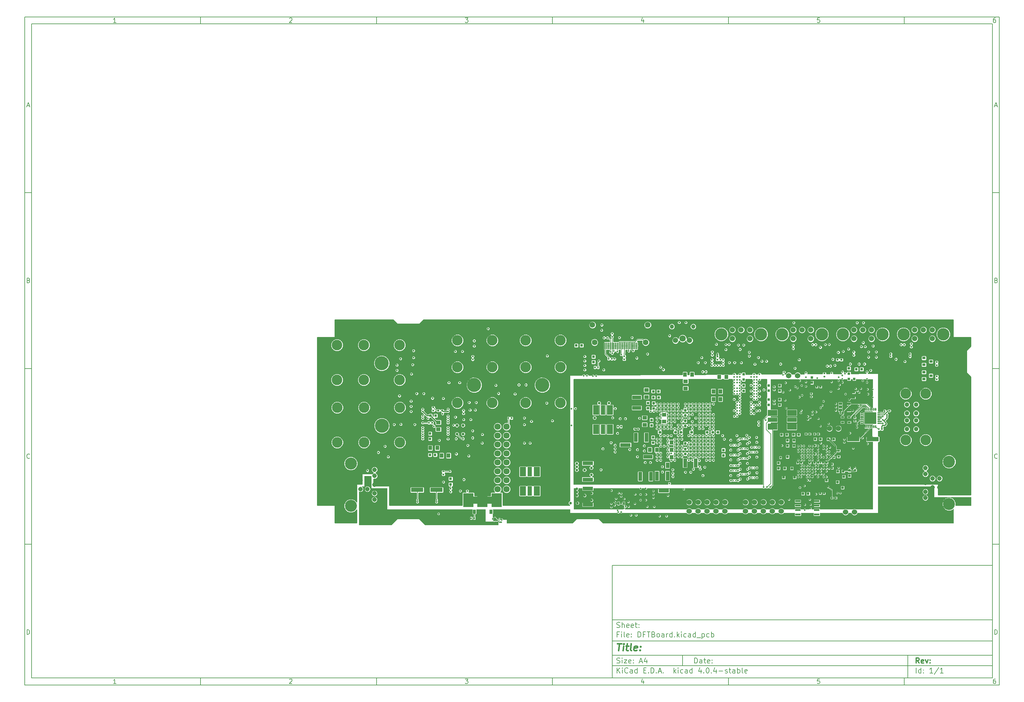
<source format=gbr>
G04 #@! TF.FileFunction,Copper,L10,Bot,Signal*
%FSLAX46Y46*%
G04 Gerber Fmt 4.6, Leading zero omitted, Abs format (unit mm)*
G04 Created by KiCad (PCBNEW 4.0.4-stable) date 02/14/17 15:30:24*
%MOMM*%
%LPD*%
G01*
G04 APERTURE LIST*
%ADD10C,0.100000*%
%ADD11C,0.150000*%
%ADD12C,0.300000*%
%ADD13C,0.400000*%
%ADD14C,2.000000*%
%ADD15C,3.000000*%
%ADD16C,1.300000*%
%ADD17C,4.000000*%
%ADD18C,3.500000*%
%ADD19C,1.500000*%
%ADD20R,0.800000X0.750000*%
%ADD21C,1.800000*%
%ADD22R,3.000000X1.000000*%
%ADD23C,1.524000*%
%ADD24R,3.500000X1.200000*%
%ADD25R,1.250000X1.000000*%
%ADD26R,0.300000X0.350000*%
%ADD27R,1.550000X0.600000*%
%ADD28R,0.400000X0.600000*%
%ADD29R,0.600000X0.400000*%
%ADD30R,1.000000X1.250000*%
%ADD31C,1.600000*%
%ADD32R,0.300000X1.900000*%
%ADD33R,0.500000X0.900000*%
%ADD34R,0.900000X0.500000*%
%ADD35R,0.750000X0.800000*%
%ADD36R,1.000000X2.500000*%
%ADD37R,0.850000X1.200000*%
%ADD38R,3.000000X4.000000*%
%ADD39R,0.500000X0.600000*%
%ADD40R,0.280000X0.430000*%
%ADD41R,0.600000X0.500000*%
%ADD42R,0.900000X0.800000*%
%ADD43R,1.000000X0.700000*%
%ADD44C,0.800000*%
%ADD45R,0.800000X0.600000*%
%ADD46R,1.699260X2.700020*%
%ADD47R,1.300480X2.700020*%
%ADD48R,0.800000X0.800000*%
%ADD49R,2.500000X1.000000*%
%ADD50R,0.350000X0.300000*%
%ADD51R,1.000000X1.600000*%
%ADD52R,2.700020X1.699260*%
%ADD53R,2.700020X1.300480*%
%ADD54C,1.200000*%
%ADD55C,0.250000*%
%ADD56O,0.850000X0.300000*%
%ADD57O,0.300000X0.850000*%
%ADD58R,1.675000X1.675000*%
%ADD59C,3.416000*%
%ADD60C,1.308000*%
%ADD61C,0.750000*%
%ADD62C,0.480000*%
%ADD63C,0.280000*%
%ADD64C,0.600000*%
%ADD65C,0.080000*%
%ADD66C,0.254000*%
G04 APERTURE END LIST*
D10*
D11*
X177002200Y-166007200D02*
X177002200Y-198007200D01*
X285002200Y-198007200D01*
X285002200Y-166007200D01*
X177002200Y-166007200D01*
D10*
D11*
X10000000Y-10000000D02*
X10000000Y-200007200D01*
X287002200Y-200007200D01*
X287002200Y-10000000D01*
X10000000Y-10000000D01*
D10*
D11*
X12000000Y-12000000D02*
X12000000Y-198007200D01*
X285002200Y-198007200D01*
X285002200Y-12000000D01*
X12000000Y-12000000D01*
D10*
D11*
X60000000Y-12000000D02*
X60000000Y-10000000D01*
D10*
D11*
X110000000Y-12000000D02*
X110000000Y-10000000D01*
D10*
D11*
X160000000Y-12000000D02*
X160000000Y-10000000D01*
D10*
D11*
X210000000Y-12000000D02*
X210000000Y-10000000D01*
D10*
D11*
X260000000Y-12000000D02*
X260000000Y-10000000D01*
D10*
D11*
X35990476Y-11588095D02*
X35247619Y-11588095D01*
X35619048Y-11588095D02*
X35619048Y-10288095D01*
X35495238Y-10473810D01*
X35371429Y-10597619D01*
X35247619Y-10659524D01*
D10*
D11*
X85247619Y-10411905D02*
X85309524Y-10350000D01*
X85433333Y-10288095D01*
X85742857Y-10288095D01*
X85866667Y-10350000D01*
X85928571Y-10411905D01*
X85990476Y-10535714D01*
X85990476Y-10659524D01*
X85928571Y-10845238D01*
X85185714Y-11588095D01*
X85990476Y-11588095D01*
D10*
D11*
X135185714Y-10288095D02*
X135990476Y-10288095D01*
X135557143Y-10783333D01*
X135742857Y-10783333D01*
X135866667Y-10845238D01*
X135928571Y-10907143D01*
X135990476Y-11030952D01*
X135990476Y-11340476D01*
X135928571Y-11464286D01*
X135866667Y-11526190D01*
X135742857Y-11588095D01*
X135371429Y-11588095D01*
X135247619Y-11526190D01*
X135185714Y-11464286D01*
D10*
D11*
X185866667Y-10721429D02*
X185866667Y-11588095D01*
X185557143Y-10226190D02*
X185247619Y-11154762D01*
X186052381Y-11154762D01*
D10*
D11*
X235928571Y-10288095D02*
X235309524Y-10288095D01*
X235247619Y-10907143D01*
X235309524Y-10845238D01*
X235433333Y-10783333D01*
X235742857Y-10783333D01*
X235866667Y-10845238D01*
X235928571Y-10907143D01*
X235990476Y-11030952D01*
X235990476Y-11340476D01*
X235928571Y-11464286D01*
X235866667Y-11526190D01*
X235742857Y-11588095D01*
X235433333Y-11588095D01*
X235309524Y-11526190D01*
X235247619Y-11464286D01*
D10*
D11*
X285866667Y-10288095D02*
X285619048Y-10288095D01*
X285495238Y-10350000D01*
X285433333Y-10411905D01*
X285309524Y-10597619D01*
X285247619Y-10845238D01*
X285247619Y-11340476D01*
X285309524Y-11464286D01*
X285371429Y-11526190D01*
X285495238Y-11588095D01*
X285742857Y-11588095D01*
X285866667Y-11526190D01*
X285928571Y-11464286D01*
X285990476Y-11340476D01*
X285990476Y-11030952D01*
X285928571Y-10907143D01*
X285866667Y-10845238D01*
X285742857Y-10783333D01*
X285495238Y-10783333D01*
X285371429Y-10845238D01*
X285309524Y-10907143D01*
X285247619Y-11030952D01*
D10*
D11*
X60000000Y-198007200D02*
X60000000Y-200007200D01*
D10*
D11*
X110000000Y-198007200D02*
X110000000Y-200007200D01*
D10*
D11*
X160000000Y-198007200D02*
X160000000Y-200007200D01*
D10*
D11*
X210000000Y-198007200D02*
X210000000Y-200007200D01*
D10*
D11*
X260000000Y-198007200D02*
X260000000Y-200007200D01*
D10*
D11*
X35990476Y-199595295D02*
X35247619Y-199595295D01*
X35619048Y-199595295D02*
X35619048Y-198295295D01*
X35495238Y-198481010D01*
X35371429Y-198604819D01*
X35247619Y-198666724D01*
D10*
D11*
X85247619Y-198419105D02*
X85309524Y-198357200D01*
X85433333Y-198295295D01*
X85742857Y-198295295D01*
X85866667Y-198357200D01*
X85928571Y-198419105D01*
X85990476Y-198542914D01*
X85990476Y-198666724D01*
X85928571Y-198852438D01*
X85185714Y-199595295D01*
X85990476Y-199595295D01*
D10*
D11*
X135185714Y-198295295D02*
X135990476Y-198295295D01*
X135557143Y-198790533D01*
X135742857Y-198790533D01*
X135866667Y-198852438D01*
X135928571Y-198914343D01*
X135990476Y-199038152D01*
X135990476Y-199347676D01*
X135928571Y-199471486D01*
X135866667Y-199533390D01*
X135742857Y-199595295D01*
X135371429Y-199595295D01*
X135247619Y-199533390D01*
X135185714Y-199471486D01*
D10*
D11*
X185866667Y-198728629D02*
X185866667Y-199595295D01*
X185557143Y-198233390D02*
X185247619Y-199161962D01*
X186052381Y-199161962D01*
D10*
D11*
X235928571Y-198295295D02*
X235309524Y-198295295D01*
X235247619Y-198914343D01*
X235309524Y-198852438D01*
X235433333Y-198790533D01*
X235742857Y-198790533D01*
X235866667Y-198852438D01*
X235928571Y-198914343D01*
X235990476Y-199038152D01*
X235990476Y-199347676D01*
X235928571Y-199471486D01*
X235866667Y-199533390D01*
X235742857Y-199595295D01*
X235433333Y-199595295D01*
X235309524Y-199533390D01*
X235247619Y-199471486D01*
D10*
D11*
X285866667Y-198295295D02*
X285619048Y-198295295D01*
X285495238Y-198357200D01*
X285433333Y-198419105D01*
X285309524Y-198604819D01*
X285247619Y-198852438D01*
X285247619Y-199347676D01*
X285309524Y-199471486D01*
X285371429Y-199533390D01*
X285495238Y-199595295D01*
X285742857Y-199595295D01*
X285866667Y-199533390D01*
X285928571Y-199471486D01*
X285990476Y-199347676D01*
X285990476Y-199038152D01*
X285928571Y-198914343D01*
X285866667Y-198852438D01*
X285742857Y-198790533D01*
X285495238Y-198790533D01*
X285371429Y-198852438D01*
X285309524Y-198914343D01*
X285247619Y-199038152D01*
D10*
D11*
X10000000Y-60000000D02*
X12000000Y-60000000D01*
D10*
D11*
X10000000Y-110000000D02*
X12000000Y-110000000D01*
D10*
D11*
X10000000Y-160000000D02*
X12000000Y-160000000D01*
D10*
D11*
X10690476Y-35216667D02*
X11309524Y-35216667D01*
X10566667Y-35588095D02*
X11000000Y-34288095D01*
X11433333Y-35588095D01*
D10*
D11*
X11092857Y-84907143D02*
X11278571Y-84969048D01*
X11340476Y-85030952D01*
X11402381Y-85154762D01*
X11402381Y-85340476D01*
X11340476Y-85464286D01*
X11278571Y-85526190D01*
X11154762Y-85588095D01*
X10659524Y-85588095D01*
X10659524Y-84288095D01*
X11092857Y-84288095D01*
X11216667Y-84350000D01*
X11278571Y-84411905D01*
X11340476Y-84535714D01*
X11340476Y-84659524D01*
X11278571Y-84783333D01*
X11216667Y-84845238D01*
X11092857Y-84907143D01*
X10659524Y-84907143D01*
D10*
D11*
X11402381Y-135464286D02*
X11340476Y-135526190D01*
X11154762Y-135588095D01*
X11030952Y-135588095D01*
X10845238Y-135526190D01*
X10721429Y-135402381D01*
X10659524Y-135278571D01*
X10597619Y-135030952D01*
X10597619Y-134845238D01*
X10659524Y-134597619D01*
X10721429Y-134473810D01*
X10845238Y-134350000D01*
X11030952Y-134288095D01*
X11154762Y-134288095D01*
X11340476Y-134350000D01*
X11402381Y-134411905D01*
D10*
D11*
X10659524Y-185588095D02*
X10659524Y-184288095D01*
X10969048Y-184288095D01*
X11154762Y-184350000D01*
X11278571Y-184473810D01*
X11340476Y-184597619D01*
X11402381Y-184845238D01*
X11402381Y-185030952D01*
X11340476Y-185278571D01*
X11278571Y-185402381D01*
X11154762Y-185526190D01*
X10969048Y-185588095D01*
X10659524Y-185588095D01*
D10*
D11*
X287002200Y-60000000D02*
X285002200Y-60000000D01*
D10*
D11*
X287002200Y-110000000D02*
X285002200Y-110000000D01*
D10*
D11*
X287002200Y-160000000D02*
X285002200Y-160000000D01*
D10*
D11*
X285692676Y-35216667D02*
X286311724Y-35216667D01*
X285568867Y-35588095D02*
X286002200Y-34288095D01*
X286435533Y-35588095D01*
D10*
D11*
X286095057Y-84907143D02*
X286280771Y-84969048D01*
X286342676Y-85030952D01*
X286404581Y-85154762D01*
X286404581Y-85340476D01*
X286342676Y-85464286D01*
X286280771Y-85526190D01*
X286156962Y-85588095D01*
X285661724Y-85588095D01*
X285661724Y-84288095D01*
X286095057Y-84288095D01*
X286218867Y-84350000D01*
X286280771Y-84411905D01*
X286342676Y-84535714D01*
X286342676Y-84659524D01*
X286280771Y-84783333D01*
X286218867Y-84845238D01*
X286095057Y-84907143D01*
X285661724Y-84907143D01*
D10*
D11*
X286404581Y-135464286D02*
X286342676Y-135526190D01*
X286156962Y-135588095D01*
X286033152Y-135588095D01*
X285847438Y-135526190D01*
X285723629Y-135402381D01*
X285661724Y-135278571D01*
X285599819Y-135030952D01*
X285599819Y-134845238D01*
X285661724Y-134597619D01*
X285723629Y-134473810D01*
X285847438Y-134350000D01*
X286033152Y-134288095D01*
X286156962Y-134288095D01*
X286342676Y-134350000D01*
X286404581Y-134411905D01*
D10*
D11*
X285661724Y-185588095D02*
X285661724Y-184288095D01*
X285971248Y-184288095D01*
X286156962Y-184350000D01*
X286280771Y-184473810D01*
X286342676Y-184597619D01*
X286404581Y-184845238D01*
X286404581Y-185030952D01*
X286342676Y-185278571D01*
X286280771Y-185402381D01*
X286156962Y-185526190D01*
X285971248Y-185588095D01*
X285661724Y-185588095D01*
D10*
D11*
X200359343Y-193785771D02*
X200359343Y-192285771D01*
X200716486Y-192285771D01*
X200930771Y-192357200D01*
X201073629Y-192500057D01*
X201145057Y-192642914D01*
X201216486Y-192928629D01*
X201216486Y-193142914D01*
X201145057Y-193428629D01*
X201073629Y-193571486D01*
X200930771Y-193714343D01*
X200716486Y-193785771D01*
X200359343Y-193785771D01*
X202502200Y-193785771D02*
X202502200Y-193000057D01*
X202430771Y-192857200D01*
X202287914Y-192785771D01*
X202002200Y-192785771D01*
X201859343Y-192857200D01*
X202502200Y-193714343D02*
X202359343Y-193785771D01*
X202002200Y-193785771D01*
X201859343Y-193714343D01*
X201787914Y-193571486D01*
X201787914Y-193428629D01*
X201859343Y-193285771D01*
X202002200Y-193214343D01*
X202359343Y-193214343D01*
X202502200Y-193142914D01*
X203002200Y-192785771D02*
X203573629Y-192785771D01*
X203216486Y-192285771D02*
X203216486Y-193571486D01*
X203287914Y-193714343D01*
X203430772Y-193785771D01*
X203573629Y-193785771D01*
X204645057Y-193714343D02*
X204502200Y-193785771D01*
X204216486Y-193785771D01*
X204073629Y-193714343D01*
X204002200Y-193571486D01*
X204002200Y-193000057D01*
X204073629Y-192857200D01*
X204216486Y-192785771D01*
X204502200Y-192785771D01*
X204645057Y-192857200D01*
X204716486Y-193000057D01*
X204716486Y-193142914D01*
X204002200Y-193285771D01*
X205359343Y-193642914D02*
X205430771Y-193714343D01*
X205359343Y-193785771D01*
X205287914Y-193714343D01*
X205359343Y-193642914D01*
X205359343Y-193785771D01*
X205359343Y-192857200D02*
X205430771Y-192928629D01*
X205359343Y-193000057D01*
X205287914Y-192928629D01*
X205359343Y-192857200D01*
X205359343Y-193000057D01*
D10*
D11*
X177002200Y-194507200D02*
X285002200Y-194507200D01*
D10*
D11*
X178359343Y-196585771D02*
X178359343Y-195085771D01*
X179216486Y-196585771D02*
X178573629Y-195728629D01*
X179216486Y-195085771D02*
X178359343Y-195942914D01*
X179859343Y-196585771D02*
X179859343Y-195585771D01*
X179859343Y-195085771D02*
X179787914Y-195157200D01*
X179859343Y-195228629D01*
X179930771Y-195157200D01*
X179859343Y-195085771D01*
X179859343Y-195228629D01*
X181430772Y-196442914D02*
X181359343Y-196514343D01*
X181145057Y-196585771D01*
X181002200Y-196585771D01*
X180787915Y-196514343D01*
X180645057Y-196371486D01*
X180573629Y-196228629D01*
X180502200Y-195942914D01*
X180502200Y-195728629D01*
X180573629Y-195442914D01*
X180645057Y-195300057D01*
X180787915Y-195157200D01*
X181002200Y-195085771D01*
X181145057Y-195085771D01*
X181359343Y-195157200D01*
X181430772Y-195228629D01*
X182716486Y-196585771D02*
X182716486Y-195800057D01*
X182645057Y-195657200D01*
X182502200Y-195585771D01*
X182216486Y-195585771D01*
X182073629Y-195657200D01*
X182716486Y-196514343D02*
X182573629Y-196585771D01*
X182216486Y-196585771D01*
X182073629Y-196514343D01*
X182002200Y-196371486D01*
X182002200Y-196228629D01*
X182073629Y-196085771D01*
X182216486Y-196014343D01*
X182573629Y-196014343D01*
X182716486Y-195942914D01*
X184073629Y-196585771D02*
X184073629Y-195085771D01*
X184073629Y-196514343D02*
X183930772Y-196585771D01*
X183645058Y-196585771D01*
X183502200Y-196514343D01*
X183430772Y-196442914D01*
X183359343Y-196300057D01*
X183359343Y-195871486D01*
X183430772Y-195728629D01*
X183502200Y-195657200D01*
X183645058Y-195585771D01*
X183930772Y-195585771D01*
X184073629Y-195657200D01*
X185930772Y-195800057D02*
X186430772Y-195800057D01*
X186645058Y-196585771D02*
X185930772Y-196585771D01*
X185930772Y-195085771D01*
X186645058Y-195085771D01*
X187287915Y-196442914D02*
X187359343Y-196514343D01*
X187287915Y-196585771D01*
X187216486Y-196514343D01*
X187287915Y-196442914D01*
X187287915Y-196585771D01*
X188002201Y-196585771D02*
X188002201Y-195085771D01*
X188359344Y-195085771D01*
X188573629Y-195157200D01*
X188716487Y-195300057D01*
X188787915Y-195442914D01*
X188859344Y-195728629D01*
X188859344Y-195942914D01*
X188787915Y-196228629D01*
X188716487Y-196371486D01*
X188573629Y-196514343D01*
X188359344Y-196585771D01*
X188002201Y-196585771D01*
X189502201Y-196442914D02*
X189573629Y-196514343D01*
X189502201Y-196585771D01*
X189430772Y-196514343D01*
X189502201Y-196442914D01*
X189502201Y-196585771D01*
X190145058Y-196157200D02*
X190859344Y-196157200D01*
X190002201Y-196585771D02*
X190502201Y-195085771D01*
X191002201Y-196585771D01*
X191502201Y-196442914D02*
X191573629Y-196514343D01*
X191502201Y-196585771D01*
X191430772Y-196514343D01*
X191502201Y-196442914D01*
X191502201Y-196585771D01*
X194502201Y-196585771D02*
X194502201Y-195085771D01*
X194645058Y-196014343D02*
X195073629Y-196585771D01*
X195073629Y-195585771D02*
X194502201Y-196157200D01*
X195716487Y-196585771D02*
X195716487Y-195585771D01*
X195716487Y-195085771D02*
X195645058Y-195157200D01*
X195716487Y-195228629D01*
X195787915Y-195157200D01*
X195716487Y-195085771D01*
X195716487Y-195228629D01*
X197073630Y-196514343D02*
X196930773Y-196585771D01*
X196645059Y-196585771D01*
X196502201Y-196514343D01*
X196430773Y-196442914D01*
X196359344Y-196300057D01*
X196359344Y-195871486D01*
X196430773Y-195728629D01*
X196502201Y-195657200D01*
X196645059Y-195585771D01*
X196930773Y-195585771D01*
X197073630Y-195657200D01*
X198359344Y-196585771D02*
X198359344Y-195800057D01*
X198287915Y-195657200D01*
X198145058Y-195585771D01*
X197859344Y-195585771D01*
X197716487Y-195657200D01*
X198359344Y-196514343D02*
X198216487Y-196585771D01*
X197859344Y-196585771D01*
X197716487Y-196514343D01*
X197645058Y-196371486D01*
X197645058Y-196228629D01*
X197716487Y-196085771D01*
X197859344Y-196014343D01*
X198216487Y-196014343D01*
X198359344Y-195942914D01*
X199716487Y-196585771D02*
X199716487Y-195085771D01*
X199716487Y-196514343D02*
X199573630Y-196585771D01*
X199287916Y-196585771D01*
X199145058Y-196514343D01*
X199073630Y-196442914D01*
X199002201Y-196300057D01*
X199002201Y-195871486D01*
X199073630Y-195728629D01*
X199145058Y-195657200D01*
X199287916Y-195585771D01*
X199573630Y-195585771D01*
X199716487Y-195657200D01*
X202216487Y-195585771D02*
X202216487Y-196585771D01*
X201859344Y-195014343D02*
X201502201Y-196085771D01*
X202430773Y-196085771D01*
X203002201Y-196442914D02*
X203073629Y-196514343D01*
X203002201Y-196585771D01*
X202930772Y-196514343D01*
X203002201Y-196442914D01*
X203002201Y-196585771D01*
X204002201Y-195085771D02*
X204145058Y-195085771D01*
X204287915Y-195157200D01*
X204359344Y-195228629D01*
X204430773Y-195371486D01*
X204502201Y-195657200D01*
X204502201Y-196014343D01*
X204430773Y-196300057D01*
X204359344Y-196442914D01*
X204287915Y-196514343D01*
X204145058Y-196585771D01*
X204002201Y-196585771D01*
X203859344Y-196514343D01*
X203787915Y-196442914D01*
X203716487Y-196300057D01*
X203645058Y-196014343D01*
X203645058Y-195657200D01*
X203716487Y-195371486D01*
X203787915Y-195228629D01*
X203859344Y-195157200D01*
X204002201Y-195085771D01*
X205145058Y-196442914D02*
X205216486Y-196514343D01*
X205145058Y-196585771D01*
X205073629Y-196514343D01*
X205145058Y-196442914D01*
X205145058Y-196585771D01*
X206502201Y-195585771D02*
X206502201Y-196585771D01*
X206145058Y-195014343D02*
X205787915Y-196085771D01*
X206716487Y-196085771D01*
X207287915Y-196014343D02*
X208430772Y-196014343D01*
X209073629Y-196514343D02*
X209216486Y-196585771D01*
X209502201Y-196585771D01*
X209645058Y-196514343D01*
X209716486Y-196371486D01*
X209716486Y-196300057D01*
X209645058Y-196157200D01*
X209502201Y-196085771D01*
X209287915Y-196085771D01*
X209145058Y-196014343D01*
X209073629Y-195871486D01*
X209073629Y-195800057D01*
X209145058Y-195657200D01*
X209287915Y-195585771D01*
X209502201Y-195585771D01*
X209645058Y-195657200D01*
X210145058Y-195585771D02*
X210716487Y-195585771D01*
X210359344Y-195085771D02*
X210359344Y-196371486D01*
X210430772Y-196514343D01*
X210573630Y-196585771D01*
X210716487Y-196585771D01*
X211859344Y-196585771D02*
X211859344Y-195800057D01*
X211787915Y-195657200D01*
X211645058Y-195585771D01*
X211359344Y-195585771D01*
X211216487Y-195657200D01*
X211859344Y-196514343D02*
X211716487Y-196585771D01*
X211359344Y-196585771D01*
X211216487Y-196514343D01*
X211145058Y-196371486D01*
X211145058Y-196228629D01*
X211216487Y-196085771D01*
X211359344Y-196014343D01*
X211716487Y-196014343D01*
X211859344Y-195942914D01*
X212573630Y-196585771D02*
X212573630Y-195085771D01*
X212573630Y-195657200D02*
X212716487Y-195585771D01*
X213002201Y-195585771D01*
X213145058Y-195657200D01*
X213216487Y-195728629D01*
X213287916Y-195871486D01*
X213287916Y-196300057D01*
X213216487Y-196442914D01*
X213145058Y-196514343D01*
X213002201Y-196585771D01*
X212716487Y-196585771D01*
X212573630Y-196514343D01*
X214145059Y-196585771D02*
X214002201Y-196514343D01*
X213930773Y-196371486D01*
X213930773Y-195085771D01*
X215287915Y-196514343D02*
X215145058Y-196585771D01*
X214859344Y-196585771D01*
X214716487Y-196514343D01*
X214645058Y-196371486D01*
X214645058Y-195800057D01*
X214716487Y-195657200D01*
X214859344Y-195585771D01*
X215145058Y-195585771D01*
X215287915Y-195657200D01*
X215359344Y-195800057D01*
X215359344Y-195942914D01*
X214645058Y-196085771D01*
D10*
D11*
X177002200Y-191507200D02*
X285002200Y-191507200D01*
D10*
D12*
X264216486Y-193785771D02*
X263716486Y-193071486D01*
X263359343Y-193785771D02*
X263359343Y-192285771D01*
X263930771Y-192285771D01*
X264073629Y-192357200D01*
X264145057Y-192428629D01*
X264216486Y-192571486D01*
X264216486Y-192785771D01*
X264145057Y-192928629D01*
X264073629Y-193000057D01*
X263930771Y-193071486D01*
X263359343Y-193071486D01*
X265430771Y-193714343D02*
X265287914Y-193785771D01*
X265002200Y-193785771D01*
X264859343Y-193714343D01*
X264787914Y-193571486D01*
X264787914Y-193000057D01*
X264859343Y-192857200D01*
X265002200Y-192785771D01*
X265287914Y-192785771D01*
X265430771Y-192857200D01*
X265502200Y-193000057D01*
X265502200Y-193142914D01*
X264787914Y-193285771D01*
X266002200Y-192785771D02*
X266359343Y-193785771D01*
X266716485Y-192785771D01*
X267287914Y-193642914D02*
X267359342Y-193714343D01*
X267287914Y-193785771D01*
X267216485Y-193714343D01*
X267287914Y-193642914D01*
X267287914Y-193785771D01*
X267287914Y-192857200D02*
X267359342Y-192928629D01*
X267287914Y-193000057D01*
X267216485Y-192928629D01*
X267287914Y-192857200D01*
X267287914Y-193000057D01*
D10*
D11*
X178287914Y-193714343D02*
X178502200Y-193785771D01*
X178859343Y-193785771D01*
X179002200Y-193714343D01*
X179073629Y-193642914D01*
X179145057Y-193500057D01*
X179145057Y-193357200D01*
X179073629Y-193214343D01*
X179002200Y-193142914D01*
X178859343Y-193071486D01*
X178573629Y-193000057D01*
X178430771Y-192928629D01*
X178359343Y-192857200D01*
X178287914Y-192714343D01*
X178287914Y-192571486D01*
X178359343Y-192428629D01*
X178430771Y-192357200D01*
X178573629Y-192285771D01*
X178930771Y-192285771D01*
X179145057Y-192357200D01*
X179787914Y-193785771D02*
X179787914Y-192785771D01*
X179787914Y-192285771D02*
X179716485Y-192357200D01*
X179787914Y-192428629D01*
X179859342Y-192357200D01*
X179787914Y-192285771D01*
X179787914Y-192428629D01*
X180359343Y-192785771D02*
X181145057Y-192785771D01*
X180359343Y-193785771D01*
X181145057Y-193785771D01*
X182287914Y-193714343D02*
X182145057Y-193785771D01*
X181859343Y-193785771D01*
X181716486Y-193714343D01*
X181645057Y-193571486D01*
X181645057Y-193000057D01*
X181716486Y-192857200D01*
X181859343Y-192785771D01*
X182145057Y-192785771D01*
X182287914Y-192857200D01*
X182359343Y-193000057D01*
X182359343Y-193142914D01*
X181645057Y-193285771D01*
X183002200Y-193642914D02*
X183073628Y-193714343D01*
X183002200Y-193785771D01*
X182930771Y-193714343D01*
X183002200Y-193642914D01*
X183002200Y-193785771D01*
X183002200Y-192857200D02*
X183073628Y-192928629D01*
X183002200Y-193000057D01*
X182930771Y-192928629D01*
X183002200Y-192857200D01*
X183002200Y-193000057D01*
X184787914Y-193357200D02*
X185502200Y-193357200D01*
X184645057Y-193785771D02*
X185145057Y-192285771D01*
X185645057Y-193785771D01*
X186787914Y-192785771D02*
X186787914Y-193785771D01*
X186430771Y-192214343D02*
X186073628Y-193285771D01*
X187002200Y-193285771D01*
D10*
D11*
X263359343Y-196585771D02*
X263359343Y-195085771D01*
X264716486Y-196585771D02*
X264716486Y-195085771D01*
X264716486Y-196514343D02*
X264573629Y-196585771D01*
X264287915Y-196585771D01*
X264145057Y-196514343D01*
X264073629Y-196442914D01*
X264002200Y-196300057D01*
X264002200Y-195871486D01*
X264073629Y-195728629D01*
X264145057Y-195657200D01*
X264287915Y-195585771D01*
X264573629Y-195585771D01*
X264716486Y-195657200D01*
X265430772Y-196442914D02*
X265502200Y-196514343D01*
X265430772Y-196585771D01*
X265359343Y-196514343D01*
X265430772Y-196442914D01*
X265430772Y-196585771D01*
X265430772Y-195657200D02*
X265502200Y-195728629D01*
X265430772Y-195800057D01*
X265359343Y-195728629D01*
X265430772Y-195657200D01*
X265430772Y-195800057D01*
X268073629Y-196585771D02*
X267216486Y-196585771D01*
X267645058Y-196585771D02*
X267645058Y-195085771D01*
X267502201Y-195300057D01*
X267359343Y-195442914D01*
X267216486Y-195514343D01*
X269787914Y-195014343D02*
X268502200Y-196942914D01*
X271073629Y-196585771D02*
X270216486Y-196585771D01*
X270645058Y-196585771D02*
X270645058Y-195085771D01*
X270502201Y-195300057D01*
X270359343Y-195442914D01*
X270216486Y-195514343D01*
D10*
D11*
X177002200Y-187507200D02*
X285002200Y-187507200D01*
D10*
D13*
X178454581Y-188211962D02*
X179597438Y-188211962D01*
X178776010Y-190211962D02*
X179026010Y-188211962D01*
X180014105Y-190211962D02*
X180180771Y-188878629D01*
X180264105Y-188211962D02*
X180156962Y-188307200D01*
X180240295Y-188402438D01*
X180347439Y-188307200D01*
X180264105Y-188211962D01*
X180240295Y-188402438D01*
X180847438Y-188878629D02*
X181609343Y-188878629D01*
X181216486Y-188211962D02*
X181002200Y-189926248D01*
X181073630Y-190116724D01*
X181252201Y-190211962D01*
X181442677Y-190211962D01*
X182395058Y-190211962D02*
X182216487Y-190116724D01*
X182145057Y-189926248D01*
X182359343Y-188211962D01*
X183930772Y-190116724D02*
X183728391Y-190211962D01*
X183347439Y-190211962D01*
X183168867Y-190116724D01*
X183097438Y-189926248D01*
X183192676Y-189164343D01*
X183311724Y-188973867D01*
X183514105Y-188878629D01*
X183895057Y-188878629D01*
X184073629Y-188973867D01*
X184145057Y-189164343D01*
X184121248Y-189354819D01*
X183145057Y-189545295D01*
X184895057Y-190021486D02*
X184978392Y-190116724D01*
X184871248Y-190211962D01*
X184787915Y-190116724D01*
X184895057Y-190021486D01*
X184871248Y-190211962D01*
X185026010Y-188973867D02*
X185109344Y-189069105D01*
X185002200Y-189164343D01*
X184918867Y-189069105D01*
X185026010Y-188973867D01*
X185002200Y-189164343D01*
D10*
D11*
X178859343Y-185600057D02*
X178359343Y-185600057D01*
X178359343Y-186385771D02*
X178359343Y-184885771D01*
X179073629Y-184885771D01*
X179645057Y-186385771D02*
X179645057Y-185385771D01*
X179645057Y-184885771D02*
X179573628Y-184957200D01*
X179645057Y-185028629D01*
X179716485Y-184957200D01*
X179645057Y-184885771D01*
X179645057Y-185028629D01*
X180573629Y-186385771D02*
X180430771Y-186314343D01*
X180359343Y-186171486D01*
X180359343Y-184885771D01*
X181716485Y-186314343D02*
X181573628Y-186385771D01*
X181287914Y-186385771D01*
X181145057Y-186314343D01*
X181073628Y-186171486D01*
X181073628Y-185600057D01*
X181145057Y-185457200D01*
X181287914Y-185385771D01*
X181573628Y-185385771D01*
X181716485Y-185457200D01*
X181787914Y-185600057D01*
X181787914Y-185742914D01*
X181073628Y-185885771D01*
X182430771Y-186242914D02*
X182502199Y-186314343D01*
X182430771Y-186385771D01*
X182359342Y-186314343D01*
X182430771Y-186242914D01*
X182430771Y-186385771D01*
X182430771Y-185457200D02*
X182502199Y-185528629D01*
X182430771Y-185600057D01*
X182359342Y-185528629D01*
X182430771Y-185457200D01*
X182430771Y-185600057D01*
X184287914Y-186385771D02*
X184287914Y-184885771D01*
X184645057Y-184885771D01*
X184859342Y-184957200D01*
X185002200Y-185100057D01*
X185073628Y-185242914D01*
X185145057Y-185528629D01*
X185145057Y-185742914D01*
X185073628Y-186028629D01*
X185002200Y-186171486D01*
X184859342Y-186314343D01*
X184645057Y-186385771D01*
X184287914Y-186385771D01*
X186287914Y-185600057D02*
X185787914Y-185600057D01*
X185787914Y-186385771D02*
X185787914Y-184885771D01*
X186502200Y-184885771D01*
X186859342Y-184885771D02*
X187716485Y-184885771D01*
X187287914Y-186385771D02*
X187287914Y-184885771D01*
X188716485Y-185600057D02*
X188930771Y-185671486D01*
X189002199Y-185742914D01*
X189073628Y-185885771D01*
X189073628Y-186100057D01*
X189002199Y-186242914D01*
X188930771Y-186314343D01*
X188787913Y-186385771D01*
X188216485Y-186385771D01*
X188216485Y-184885771D01*
X188716485Y-184885771D01*
X188859342Y-184957200D01*
X188930771Y-185028629D01*
X189002199Y-185171486D01*
X189002199Y-185314343D01*
X188930771Y-185457200D01*
X188859342Y-185528629D01*
X188716485Y-185600057D01*
X188216485Y-185600057D01*
X189930771Y-186385771D02*
X189787913Y-186314343D01*
X189716485Y-186242914D01*
X189645056Y-186100057D01*
X189645056Y-185671486D01*
X189716485Y-185528629D01*
X189787913Y-185457200D01*
X189930771Y-185385771D01*
X190145056Y-185385771D01*
X190287913Y-185457200D01*
X190359342Y-185528629D01*
X190430771Y-185671486D01*
X190430771Y-186100057D01*
X190359342Y-186242914D01*
X190287913Y-186314343D01*
X190145056Y-186385771D01*
X189930771Y-186385771D01*
X191716485Y-186385771D02*
X191716485Y-185600057D01*
X191645056Y-185457200D01*
X191502199Y-185385771D01*
X191216485Y-185385771D01*
X191073628Y-185457200D01*
X191716485Y-186314343D02*
X191573628Y-186385771D01*
X191216485Y-186385771D01*
X191073628Y-186314343D01*
X191002199Y-186171486D01*
X191002199Y-186028629D01*
X191073628Y-185885771D01*
X191216485Y-185814343D01*
X191573628Y-185814343D01*
X191716485Y-185742914D01*
X192430771Y-186385771D02*
X192430771Y-185385771D01*
X192430771Y-185671486D02*
X192502199Y-185528629D01*
X192573628Y-185457200D01*
X192716485Y-185385771D01*
X192859342Y-185385771D01*
X194002199Y-186385771D02*
X194002199Y-184885771D01*
X194002199Y-186314343D02*
X193859342Y-186385771D01*
X193573628Y-186385771D01*
X193430770Y-186314343D01*
X193359342Y-186242914D01*
X193287913Y-186100057D01*
X193287913Y-185671486D01*
X193359342Y-185528629D01*
X193430770Y-185457200D01*
X193573628Y-185385771D01*
X193859342Y-185385771D01*
X194002199Y-185457200D01*
X194716485Y-186242914D02*
X194787913Y-186314343D01*
X194716485Y-186385771D01*
X194645056Y-186314343D01*
X194716485Y-186242914D01*
X194716485Y-186385771D01*
X195430771Y-186385771D02*
X195430771Y-184885771D01*
X195573628Y-185814343D02*
X196002199Y-186385771D01*
X196002199Y-185385771D02*
X195430771Y-185957200D01*
X196645057Y-186385771D02*
X196645057Y-185385771D01*
X196645057Y-184885771D02*
X196573628Y-184957200D01*
X196645057Y-185028629D01*
X196716485Y-184957200D01*
X196645057Y-184885771D01*
X196645057Y-185028629D01*
X198002200Y-186314343D02*
X197859343Y-186385771D01*
X197573629Y-186385771D01*
X197430771Y-186314343D01*
X197359343Y-186242914D01*
X197287914Y-186100057D01*
X197287914Y-185671486D01*
X197359343Y-185528629D01*
X197430771Y-185457200D01*
X197573629Y-185385771D01*
X197859343Y-185385771D01*
X198002200Y-185457200D01*
X199287914Y-186385771D02*
X199287914Y-185600057D01*
X199216485Y-185457200D01*
X199073628Y-185385771D01*
X198787914Y-185385771D01*
X198645057Y-185457200D01*
X199287914Y-186314343D02*
X199145057Y-186385771D01*
X198787914Y-186385771D01*
X198645057Y-186314343D01*
X198573628Y-186171486D01*
X198573628Y-186028629D01*
X198645057Y-185885771D01*
X198787914Y-185814343D01*
X199145057Y-185814343D01*
X199287914Y-185742914D01*
X200645057Y-186385771D02*
X200645057Y-184885771D01*
X200645057Y-186314343D02*
X200502200Y-186385771D01*
X200216486Y-186385771D01*
X200073628Y-186314343D01*
X200002200Y-186242914D01*
X199930771Y-186100057D01*
X199930771Y-185671486D01*
X200002200Y-185528629D01*
X200073628Y-185457200D01*
X200216486Y-185385771D01*
X200502200Y-185385771D01*
X200645057Y-185457200D01*
X201002200Y-186528629D02*
X202145057Y-186528629D01*
X202502200Y-185385771D02*
X202502200Y-186885771D01*
X202502200Y-185457200D02*
X202645057Y-185385771D01*
X202930771Y-185385771D01*
X203073628Y-185457200D01*
X203145057Y-185528629D01*
X203216486Y-185671486D01*
X203216486Y-186100057D01*
X203145057Y-186242914D01*
X203073628Y-186314343D01*
X202930771Y-186385771D01*
X202645057Y-186385771D01*
X202502200Y-186314343D01*
X204502200Y-186314343D02*
X204359343Y-186385771D01*
X204073629Y-186385771D01*
X203930771Y-186314343D01*
X203859343Y-186242914D01*
X203787914Y-186100057D01*
X203787914Y-185671486D01*
X203859343Y-185528629D01*
X203930771Y-185457200D01*
X204073629Y-185385771D01*
X204359343Y-185385771D01*
X204502200Y-185457200D01*
X205145057Y-186385771D02*
X205145057Y-184885771D01*
X205145057Y-185457200D02*
X205287914Y-185385771D01*
X205573628Y-185385771D01*
X205716485Y-185457200D01*
X205787914Y-185528629D01*
X205859343Y-185671486D01*
X205859343Y-186100057D01*
X205787914Y-186242914D01*
X205716485Y-186314343D01*
X205573628Y-186385771D01*
X205287914Y-186385771D01*
X205145057Y-186314343D01*
D10*
D11*
X177002200Y-181507200D02*
X285002200Y-181507200D01*
D10*
D11*
X178287914Y-183614343D02*
X178502200Y-183685771D01*
X178859343Y-183685771D01*
X179002200Y-183614343D01*
X179073629Y-183542914D01*
X179145057Y-183400057D01*
X179145057Y-183257200D01*
X179073629Y-183114343D01*
X179002200Y-183042914D01*
X178859343Y-182971486D01*
X178573629Y-182900057D01*
X178430771Y-182828629D01*
X178359343Y-182757200D01*
X178287914Y-182614343D01*
X178287914Y-182471486D01*
X178359343Y-182328629D01*
X178430771Y-182257200D01*
X178573629Y-182185771D01*
X178930771Y-182185771D01*
X179145057Y-182257200D01*
X179787914Y-183685771D02*
X179787914Y-182185771D01*
X180430771Y-183685771D02*
X180430771Y-182900057D01*
X180359342Y-182757200D01*
X180216485Y-182685771D01*
X180002200Y-182685771D01*
X179859342Y-182757200D01*
X179787914Y-182828629D01*
X181716485Y-183614343D02*
X181573628Y-183685771D01*
X181287914Y-183685771D01*
X181145057Y-183614343D01*
X181073628Y-183471486D01*
X181073628Y-182900057D01*
X181145057Y-182757200D01*
X181287914Y-182685771D01*
X181573628Y-182685771D01*
X181716485Y-182757200D01*
X181787914Y-182900057D01*
X181787914Y-183042914D01*
X181073628Y-183185771D01*
X183002199Y-183614343D02*
X182859342Y-183685771D01*
X182573628Y-183685771D01*
X182430771Y-183614343D01*
X182359342Y-183471486D01*
X182359342Y-182900057D01*
X182430771Y-182757200D01*
X182573628Y-182685771D01*
X182859342Y-182685771D01*
X183002199Y-182757200D01*
X183073628Y-182900057D01*
X183073628Y-183042914D01*
X182359342Y-183185771D01*
X183502199Y-182685771D02*
X184073628Y-182685771D01*
X183716485Y-182185771D02*
X183716485Y-183471486D01*
X183787913Y-183614343D01*
X183930771Y-183685771D01*
X184073628Y-183685771D01*
X184573628Y-183542914D02*
X184645056Y-183614343D01*
X184573628Y-183685771D01*
X184502199Y-183614343D01*
X184573628Y-183542914D01*
X184573628Y-183685771D01*
X184573628Y-182757200D02*
X184645056Y-182828629D01*
X184573628Y-182900057D01*
X184502199Y-182828629D01*
X184573628Y-182757200D01*
X184573628Y-182900057D01*
D10*
D11*
X197002200Y-191507200D02*
X197002200Y-194507200D01*
D10*
D11*
X261002200Y-191507200D02*
X261002200Y-198007200D01*
D14*
X140100000Y-147400000D02*
X136100000Y-147400000D01*
X144100000Y-147400000D02*
X140100000Y-147400000D01*
D15*
X260345000Y-130300000D03*
X266025000Y-130300000D03*
X266025000Y-117160000D03*
X260345000Y-117160000D03*
D16*
X263315000Y-124730000D03*
X260695000Y-127230000D03*
X263315000Y-127230000D03*
X263315000Y-122730000D03*
X263315000Y-120230000D03*
X260695000Y-124730000D03*
X260695000Y-122730000D03*
X260695000Y-120230000D03*
D17*
X111500000Y-126250000D03*
D15*
X98800000Y-131000000D03*
X106420000Y-131000000D03*
X116580000Y-131000000D03*
X116580000Y-121090000D03*
X106420000Y-121090000D03*
X98800000Y-121090000D03*
D18*
X259750000Y-100250000D03*
D19*
X262900000Y-101500000D03*
X267900000Y-101500000D03*
X267900000Y-99000000D03*
X262900000Y-99000000D03*
X265400000Y-99000000D03*
D18*
X271050000Y-100250000D03*
D20*
X126800000Y-123400000D03*
X125300000Y-123400000D03*
D21*
X144410000Y-126520000D03*
X146950000Y-126520000D03*
X144410000Y-129060000D03*
X146950000Y-129060000D03*
X144410000Y-131600000D03*
X146950000Y-131600000D03*
X144410000Y-134140000D03*
X146950000Y-134140000D03*
X144410000Y-136680000D03*
X146950000Y-136680000D03*
X144410000Y-139220000D03*
X146950000Y-139220000D03*
X144410000Y-141760000D03*
X144410000Y-144300000D03*
X146950000Y-141760000D03*
X146950000Y-144300000D03*
D22*
X180750000Y-131750000D03*
X180750000Y-136350000D03*
D23*
X225000000Y-150540000D03*
X225000000Y-148000000D03*
X222460000Y-148000000D03*
X222460000Y-150540000D03*
X217380000Y-150540000D03*
X214840000Y-150540000D03*
X214840000Y-148000000D03*
X217380000Y-148000000D03*
X219920000Y-148000000D03*
X219920000Y-150540000D03*
X209000000Y-150540000D03*
X209000000Y-148000000D03*
X206460000Y-148000000D03*
X206460000Y-150540000D03*
X201380000Y-150540000D03*
X198840000Y-150540000D03*
X198840000Y-148000000D03*
X201380000Y-148000000D03*
X203920000Y-148000000D03*
X203920000Y-150540000D03*
D24*
X127050000Y-144500000D03*
X121550000Y-144500000D03*
D25*
X127550000Y-127300000D03*
X127550000Y-125300000D03*
D26*
X184455000Y-127250000D03*
X183905000Y-127250000D03*
D17*
X157100000Y-114700000D03*
D15*
X152350000Y-102000000D03*
X152350000Y-109620000D03*
X152350000Y-119780000D03*
X162260000Y-119780000D03*
X162260000Y-109620000D03*
X162260000Y-102000000D03*
D17*
X137740000Y-114700000D03*
D15*
X132990000Y-102000000D03*
X132990000Y-109620000D03*
X132990000Y-119780000D03*
X142900000Y-119780000D03*
X142900000Y-109620000D03*
X142900000Y-102000000D03*
D18*
X225250000Y-100250000D03*
D19*
X228400000Y-101500000D03*
X233400000Y-101500000D03*
X233400000Y-99000000D03*
X228400000Y-99000000D03*
X230900000Y-99000000D03*
D18*
X236550000Y-100250000D03*
D17*
X111450000Y-108500000D03*
D15*
X98750000Y-113250000D03*
X106370000Y-113250000D03*
X116530000Y-113250000D03*
X116530000Y-103340000D03*
X106370000Y-103340000D03*
X98750000Y-103340000D03*
D27*
X229700000Y-151470000D03*
X229700000Y-150200000D03*
X229700000Y-148930000D03*
X229700000Y-147660000D03*
X235100000Y-147660000D03*
X235100000Y-148930000D03*
X235100000Y-150200000D03*
X235100000Y-151470000D03*
D28*
X176850000Y-107250000D03*
X175950000Y-107250000D03*
X172050000Y-109650000D03*
X172950000Y-109650000D03*
D29*
X180400000Y-107400000D03*
X180400000Y-106500000D03*
X269200000Y-112200000D03*
X269200000Y-113100000D03*
X269150000Y-108150000D03*
X269150000Y-109050000D03*
D28*
X239150000Y-135200000D03*
X240050000Y-135200000D03*
X147475000Y-124100000D03*
X148375000Y-124100000D03*
D29*
X206900000Y-107500000D03*
X206900000Y-106600000D03*
D28*
X179500000Y-126550000D03*
X178600000Y-126550000D03*
D29*
X129000000Y-140150000D03*
X129000000Y-139250000D03*
X126100000Y-121050000D03*
X126100000Y-121950000D03*
D30*
X130450000Y-134750000D03*
X128450000Y-134750000D03*
X125250000Y-132550000D03*
X127250000Y-132550000D03*
D31*
X187050000Y-97600000D03*
X186450000Y-102550000D03*
X171350000Y-97600000D03*
X171950000Y-102550000D03*
D32*
X179450000Y-103550000D03*
X178950000Y-103550000D03*
X178450000Y-103550000D03*
X177950000Y-103550000D03*
X176950000Y-103550000D03*
X177450000Y-103550000D03*
X176450000Y-103550000D03*
X175950000Y-103550000D03*
X175450000Y-103550000D03*
X174950000Y-103550000D03*
X179950000Y-103550000D03*
X180450000Y-103550000D03*
X180950000Y-103550000D03*
X181450000Y-103550000D03*
X181950000Y-103550000D03*
X182450000Y-103550000D03*
X182950000Y-103550000D03*
X183450000Y-103550000D03*
X183950000Y-103550000D03*
D33*
X180250000Y-148350000D03*
X178750000Y-148350000D03*
D18*
X207950000Y-100250000D03*
D19*
X211100000Y-101500000D03*
X216100000Y-101500000D03*
X216100000Y-99000000D03*
X211100000Y-99000000D03*
X213600000Y-99000000D03*
D18*
X219250000Y-100250000D03*
D28*
X252750000Y-127200000D03*
X253650000Y-127200000D03*
D29*
X245900000Y-124000000D03*
X245900000Y-124900000D03*
X223000000Y-116050000D03*
X223000000Y-115150000D03*
X223000000Y-120000000D03*
X223000000Y-119100000D03*
D28*
X136890376Y-152564666D03*
X137790376Y-152564666D03*
D29*
X237250000Y-111400000D03*
X237250000Y-112300000D03*
D34*
X244300000Y-125300000D03*
X244300000Y-123800000D03*
X242400000Y-125300000D03*
X242400000Y-123800000D03*
X245600000Y-116800000D03*
X245600000Y-118300000D03*
D35*
X226800000Y-130450000D03*
X226800000Y-131950000D03*
D24*
X245500000Y-130100000D03*
X251000000Y-130100000D03*
D35*
X188600000Y-131100000D03*
X188600000Y-129600000D03*
D30*
X187650000Y-133150000D03*
X189650000Y-133150000D03*
D25*
X186200000Y-124000000D03*
X186200000Y-126000000D03*
D36*
X183700000Y-129600000D03*
X186700000Y-129600000D03*
D37*
X137775000Y-150700000D03*
X134725000Y-150700000D03*
X142500000Y-150700000D03*
X145550000Y-150700000D03*
D35*
X224550000Y-116315254D03*
X224550000Y-114815254D03*
X224550000Y-120315254D03*
X224550000Y-118815254D03*
X214300000Y-111650000D03*
X214300000Y-113150000D03*
X214300000Y-114850000D03*
X214300000Y-116350000D03*
X221450000Y-116315254D03*
X221450000Y-114815254D03*
X221450000Y-120315254D03*
X221450000Y-118815254D03*
D30*
X207400000Y-112400000D03*
X209400000Y-112400000D03*
D23*
X243250000Y-150800000D03*
X245790000Y-150800000D03*
D38*
X136100000Y-147400000D03*
X144100000Y-147400000D03*
X140100000Y-147400000D03*
D39*
X233800000Y-139350000D03*
X233800000Y-138250000D03*
D40*
X211440000Y-131800000D03*
X211950000Y-131800000D03*
X214090000Y-130000000D03*
X214600000Y-130000000D03*
X211440000Y-137600000D03*
X211950000Y-137600000D03*
X214140000Y-140050000D03*
X214650000Y-140050000D03*
X216740000Y-133800000D03*
X217250000Y-133800000D03*
D41*
X232000000Y-128600000D03*
X233100000Y-128600000D03*
D39*
X234600000Y-132950000D03*
X234600000Y-131850000D03*
D35*
X224200000Y-138350000D03*
X224200000Y-136850000D03*
X244400000Y-139000000D03*
X244400000Y-140500000D03*
D42*
X265550000Y-112950000D03*
X265550000Y-111050000D03*
X267550000Y-112000000D03*
D40*
X211450000Y-134600000D03*
X211960000Y-134600000D03*
X216795000Y-141050000D03*
X217305000Y-141050000D03*
X214095000Y-132800000D03*
X214605000Y-132800000D03*
X217390000Y-132400000D03*
X217900000Y-132400000D03*
X211445000Y-139050000D03*
X211955000Y-139050000D03*
X214095000Y-135600000D03*
X214605000Y-135600000D03*
D42*
X265550000Y-108900000D03*
X265550000Y-107000000D03*
X267550000Y-107950000D03*
D43*
X241800000Y-121900000D03*
X241800000Y-120950000D03*
X241800000Y-120000000D03*
X244200000Y-120000000D03*
X244200000Y-121900000D03*
D44*
X134550000Y-128600000D03*
X132850000Y-128600000D03*
X134550000Y-126140000D03*
X132850000Y-126140000D03*
D22*
X170050000Y-136950000D03*
X170050000Y-141550000D03*
X191600000Y-144750000D03*
X191600000Y-149350000D03*
X170050000Y-144100000D03*
X170050000Y-148700000D03*
D23*
X229650000Y-112000000D03*
X227110000Y-112000000D03*
D45*
X245950000Y-140600000D03*
X245950000Y-138900000D03*
X241300000Y-135050000D03*
X241300000Y-133350000D03*
D46*
X176325000Y-127300000D03*
D47*
X174348880Y-127300000D03*
D46*
X172372760Y-127300000D03*
X172372760Y-121798360D03*
D47*
X174348880Y-121798360D03*
D46*
X176325000Y-121798360D03*
D48*
X131050000Y-142950000D03*
X131050000Y-141350000D03*
D41*
X242100000Y-107500000D03*
X241000000Y-107500000D03*
D35*
X188750000Y-119850000D03*
X188750000Y-121350000D03*
D20*
X188700000Y-118250000D03*
X190200000Y-118250000D03*
X188650000Y-116500000D03*
X190150000Y-116500000D03*
D35*
X187150000Y-119800000D03*
X187150000Y-121300000D03*
D25*
X186750000Y-118100000D03*
X186750000Y-116100000D03*
X191750000Y-125100000D03*
X191750000Y-123100000D03*
D49*
X183950000Y-121200000D03*
X183950000Y-118200000D03*
D20*
X168250000Y-103425000D03*
X166750000Y-103425000D03*
D35*
X171650000Y-106650000D03*
X171650000Y-108150000D03*
D20*
X246350000Y-110200000D03*
X247850000Y-110200000D03*
D50*
X261600000Y-106025000D03*
X261600000Y-106575000D03*
X256100000Y-106000000D03*
X256100000Y-106550000D03*
D35*
X244200000Y-109950000D03*
X244200000Y-111450000D03*
D20*
X244250000Y-113000000D03*
X245750000Y-113000000D03*
X224150000Y-140950000D03*
X225650000Y-140950000D03*
D39*
X233800000Y-141750000D03*
X233800000Y-140650000D03*
D41*
X234450000Y-136800000D03*
X235550000Y-136800000D03*
D20*
X236150000Y-130050000D03*
X234650000Y-130050000D03*
X240950000Y-143850000D03*
X242450000Y-143850000D03*
D41*
X234450000Y-128600000D03*
X235550000Y-128600000D03*
D20*
X225100000Y-128800000D03*
X226600000Y-128800000D03*
D41*
X232050000Y-136800000D03*
X233150000Y-136800000D03*
D35*
X228600000Y-131950000D03*
X228600000Y-130450000D03*
D41*
X229650000Y-136800000D03*
X230750000Y-136800000D03*
D20*
X242600000Y-139200000D03*
X241100000Y-139200000D03*
D39*
X234600000Y-135350000D03*
X234600000Y-134250000D03*
D20*
X228450000Y-128800000D03*
X229950000Y-128800000D03*
X227300000Y-140950000D03*
X228800000Y-140950000D03*
X239350000Y-141800000D03*
X237850000Y-141800000D03*
X231150000Y-145600000D03*
X232650000Y-145600000D03*
D41*
X237950000Y-136800000D03*
X236850000Y-136800000D03*
D20*
X238400000Y-130100000D03*
X239900000Y-130100000D03*
D35*
X226000000Y-136850000D03*
X226000000Y-138350000D03*
X241000000Y-140750000D03*
X241000000Y-142250000D03*
X226800000Y-133600000D03*
X226800000Y-135100000D03*
D39*
X224800000Y-134200000D03*
X224800000Y-135300000D03*
D41*
X239400000Y-146800000D03*
X240500000Y-146800000D03*
X236050000Y-145500000D03*
X237150000Y-145500000D03*
D35*
X233750000Y-114025000D03*
X233750000Y-112525000D03*
D41*
X235100000Y-115200000D03*
X236200000Y-115200000D03*
D49*
X187150000Y-138100000D03*
X187150000Y-135100000D03*
D51*
X189700000Y-137550000D03*
X192700000Y-137550000D03*
D35*
X197750000Y-129850000D03*
X197750000Y-131350000D03*
D30*
X191800000Y-133150000D03*
X193800000Y-133150000D03*
X191800000Y-135250000D03*
X193800000Y-135250000D03*
X191800000Y-131000000D03*
X193800000Y-131000000D03*
D20*
X201000000Y-128100000D03*
X199500000Y-128100000D03*
D30*
X205750000Y-118700000D03*
X207750000Y-118700000D03*
D20*
X198000000Y-128100000D03*
X196500000Y-128100000D03*
D25*
X197849390Y-113649974D03*
X197849390Y-115649974D03*
D20*
X193500000Y-128100000D03*
X195000000Y-128100000D03*
D35*
X197750000Y-134350000D03*
X197750000Y-132850000D03*
D20*
X192000000Y-128100000D03*
X190500000Y-128100000D03*
D35*
X197750000Y-126350000D03*
X197750000Y-124850000D03*
D20*
X202500000Y-128100000D03*
X204000000Y-128100000D03*
D35*
X197750000Y-123350000D03*
X197750000Y-121850000D03*
X188150000Y-126150000D03*
X188150000Y-124650000D03*
X208600000Y-134700000D03*
X208600000Y-133200000D03*
D20*
X207000000Y-128103571D03*
X205500000Y-128103571D03*
D30*
X205750000Y-116500000D03*
X207750000Y-116500000D03*
X197650000Y-111700000D03*
X199650000Y-111700000D03*
D36*
X200700000Y-136850000D03*
X197700000Y-136850000D03*
X184950000Y-140700000D03*
X187950000Y-140700000D03*
D35*
X242750000Y-142250000D03*
X242750000Y-140750000D03*
X228000000Y-136900000D03*
X228000000Y-138400000D03*
D40*
X211450000Y-141850000D03*
X211960000Y-141850000D03*
X216795000Y-138250000D03*
X217305000Y-138250000D03*
D29*
X233524514Y-118016066D03*
X233524514Y-117116066D03*
D52*
X222498360Y-126550000D03*
D53*
X222498360Y-124573880D03*
D52*
X222498360Y-122597760D03*
X228000000Y-122597760D03*
D53*
X228000000Y-124573880D03*
D52*
X228000000Y-126550000D03*
D46*
X151573880Y-139300000D03*
D47*
X153550000Y-139300000D03*
D46*
X155526120Y-139300000D03*
X155526120Y-144801640D03*
D47*
X153550000Y-144801640D03*
D46*
X151573880Y-144801640D03*
D36*
X192700000Y-140550000D03*
X189700000Y-140550000D03*
D54*
X193900000Y-98050000D03*
X200000000Y-98050000D03*
D19*
X194950000Y-102000000D03*
D21*
X196950000Y-101450000D03*
D19*
X198950000Y-102000000D03*
D55*
X144400000Y-153200000D03*
X144400000Y-152700000D03*
X144900000Y-153200000D03*
X144900000Y-152700000D03*
X144400000Y-153700000D03*
X144900000Y-153700000D03*
D39*
X239500000Y-137200000D03*
X239500000Y-138300000D03*
D18*
X242500000Y-100250000D03*
D19*
X245650000Y-101500000D03*
X250650000Y-101500000D03*
X250650000Y-99000000D03*
X245650000Y-99000000D03*
X248150000Y-99000000D03*
D18*
X253800000Y-100250000D03*
D56*
X252800000Y-122600000D03*
X252800000Y-123100000D03*
X252800000Y-123600000D03*
X252800000Y-124100000D03*
X252800000Y-124600000D03*
X252800000Y-125100000D03*
X252800000Y-125600000D03*
D57*
X251850000Y-126550000D03*
X251350000Y-126550000D03*
X250850000Y-126550000D03*
X250350000Y-126550000D03*
X249850000Y-126550000D03*
X249350000Y-126550000D03*
X248850000Y-126550000D03*
D56*
X247900000Y-125600000D03*
X247900000Y-125100000D03*
X247900000Y-124600000D03*
X247900000Y-124100000D03*
X247900000Y-123600000D03*
X247900000Y-123100000D03*
X247900000Y-122600000D03*
D57*
X248850000Y-121650000D03*
X249350000Y-121650000D03*
X249850000Y-121650000D03*
X250350000Y-121650000D03*
X250850000Y-121650000D03*
X251350000Y-121650000D03*
X251850000Y-121650000D03*
D58*
X249512500Y-124937500D03*
X249512500Y-123262500D03*
X251187500Y-124937500D03*
X251187500Y-123262500D03*
D20*
X126650000Y-134550000D03*
X125150000Y-134550000D03*
D35*
X125200000Y-130000000D03*
X125200000Y-128500000D03*
D41*
X127550000Y-121950000D03*
X128650000Y-121950000D03*
D50*
X121600000Y-147950000D03*
X121600000Y-147400000D03*
X127050000Y-147400000D03*
X127050000Y-147950000D03*
D28*
X124900000Y-125450000D03*
X125800000Y-125450000D03*
D59*
X272675000Y-136500000D03*
X272675000Y-148540000D03*
D60*
X267965000Y-143770000D03*
X267965000Y-141270000D03*
X269965000Y-141270000D03*
X269965000Y-143770000D03*
X265965000Y-138270000D03*
X265965000Y-140020000D03*
X265965000Y-142520000D03*
X265965000Y-145020000D03*
X265965000Y-146770000D03*
D59*
X102700000Y-149040000D03*
X102700000Y-137000000D03*
D60*
X107410000Y-141770000D03*
X107410000Y-144270000D03*
X105410000Y-144270000D03*
X105410000Y-141770000D03*
X109410000Y-147270000D03*
X109410000Y-145520000D03*
X109410000Y-143020000D03*
X109410000Y-140520000D03*
X109410000Y-138770000D03*
D23*
X241250000Y-127050000D03*
X238710000Y-127050000D03*
D61*
X169150000Y-138900000D03*
X171100000Y-140250000D03*
X170050000Y-141550000D03*
D62*
X242363633Y-110949939D03*
X199300000Y-139500000D03*
X207400000Y-112400000D03*
X239300000Y-111260000D03*
X211708855Y-123595010D03*
X218850000Y-119600000D03*
X200750000Y-136100000D03*
X237250000Y-111400000D03*
X238964904Y-109299118D03*
X138300000Y-119650000D03*
X234800000Y-103200000D03*
X235100000Y-151470000D03*
X194750000Y-131100000D03*
X234600000Y-136800000D03*
X186100000Y-133454990D03*
X188139257Y-126195010D03*
X241300000Y-135050000D03*
X248350000Y-96950000D03*
X202750000Y-140450000D03*
X261950000Y-103850000D03*
X259050000Y-103200000D03*
X228900000Y-109900000D03*
X246550000Y-96950000D03*
X251100000Y-103550000D03*
X205400000Y-105250000D03*
X206900000Y-105900000D03*
X218600000Y-125200000D03*
X233800000Y-122150000D03*
X228400000Y-104300000D03*
X149350000Y-117225000D03*
X226800000Y-130450000D03*
X183700000Y-129600000D03*
X244250000Y-113000000D03*
X244200000Y-109950000D03*
X233750000Y-114025000D03*
X235100000Y-115200000D03*
X233300000Y-149800000D03*
X231700000Y-150200000D03*
X233524514Y-118016066D03*
X223000000Y-120000000D03*
X239650000Y-107350000D03*
X244300000Y-118800000D03*
X245600000Y-105300000D03*
X205750000Y-116404990D03*
X211667743Y-116404990D03*
X213250229Y-116395010D03*
X211650000Y-118800000D03*
X211650000Y-114800000D03*
X211650000Y-113200000D03*
X211650000Y-111600000D03*
X187650000Y-133150000D03*
X186350000Y-136750004D03*
X188600000Y-131100000D03*
X214300000Y-111600000D03*
X224550000Y-120400000D03*
X221450000Y-120350000D03*
X213250000Y-113200000D03*
X217250000Y-113200000D03*
X217250000Y-116400000D03*
X218850000Y-111600000D03*
X218850000Y-113200000D03*
X218850000Y-114800000D03*
X218850000Y-116400000D03*
X218850000Y-118000000D03*
X218850000Y-120400000D03*
X191250000Y-137950000D03*
X206750000Y-128100000D03*
X208600000Y-134600000D03*
X197750000Y-126100000D03*
X197750000Y-123100000D03*
X184950000Y-140700000D03*
X197650000Y-111700000D03*
X197849390Y-113649974D03*
X205750000Y-118700000D03*
X229800000Y-136800000D03*
X232197376Y-140805088D03*
X237797376Y-132005088D03*
X236997376Y-140805088D03*
X205750000Y-131100000D03*
X195750000Y-134100000D03*
X198750000Y-132100000D03*
X199750000Y-131100000D03*
X200750000Y-130100000D03*
X199750000Y-129100000D03*
X202750000Y-132100000D03*
X199750000Y-132100000D03*
X199750000Y-133100000D03*
X200750000Y-132100000D03*
X203750000Y-135100000D03*
X201750000Y-129100000D03*
X199750000Y-122100000D03*
X205750000Y-120100000D03*
X202750000Y-121100000D03*
X203750000Y-124100000D03*
X204750000Y-127100000D03*
X233800000Y-139200000D03*
X231100000Y-145600000D03*
X234600000Y-128600000D03*
X225100000Y-128800000D03*
X229797376Y-139204990D03*
X224200000Y-138400000D03*
X196750000Y-126100000D03*
X235400000Y-133600000D03*
X228600000Y-132000000D03*
X199750000Y-126100000D03*
X197750000Y-134100000D03*
X192700000Y-140550000D03*
X214300000Y-114800000D03*
X186200000Y-124000000D03*
X197800000Y-128100000D03*
X198750000Y-125100000D03*
X200750000Y-125100000D03*
X198750000Y-127100000D03*
X194750000Y-126100000D03*
X195750000Y-125100000D03*
X199750000Y-124100000D03*
X180000000Y-133750000D03*
X196750000Y-131100000D03*
X198750000Y-130100000D03*
X194750000Y-129100000D03*
X180750000Y-136350000D03*
X181950000Y-135050000D03*
X191750000Y-135100000D03*
X191750000Y-133100000D03*
X191750000Y-131100000D03*
X197750000Y-130100000D03*
X202750000Y-128100000D03*
X191750000Y-128100000D03*
X193700000Y-128100000D03*
X187150000Y-138100000D03*
X189700000Y-137550000D03*
X200750000Y-128100000D03*
D61*
X172020000Y-124050000D03*
X176025000Y-119850000D03*
X170050000Y-148700000D03*
X171100000Y-147450000D03*
X169150000Y-146100000D03*
D62*
X246350000Y-110200000D03*
X135800000Y-144800000D03*
X208500000Y-109100000D03*
X208500000Y-107500000D03*
X249363633Y-110949939D03*
X136551406Y-121797434D03*
X119800000Y-120750000D03*
X116500000Y-117750000D03*
X130305879Y-121543141D03*
X130300000Y-125450000D03*
X130300000Y-130000000D03*
X123100000Y-129350000D03*
X125150000Y-134550000D03*
X125200000Y-130000000D03*
X128450000Y-134750000D03*
X180329302Y-147082824D03*
X171650000Y-106650000D03*
X169150000Y-107830000D03*
X187150000Y-119800000D03*
X184750000Y-124150000D03*
X168875000Y-112025000D03*
X172400000Y-112150000D03*
X182600000Y-101200000D03*
X210250000Y-108300000D03*
X201400000Y-108300000D03*
X179250000Y-124300000D03*
X121400000Y-117100000D03*
X137300000Y-127700000D03*
X125250000Y-132550000D03*
X185000000Y-144100000D03*
X185000000Y-147400000D03*
X246500000Y-126750000D03*
X251000000Y-115900000D03*
X113300000Y-135100000D03*
X131050000Y-145050000D03*
X137750000Y-102100000D03*
X212800000Y-103300000D03*
X209242409Y-103154529D03*
X214300000Y-103300000D03*
X251850000Y-121650000D03*
X248850000Y-121650000D03*
X247900000Y-122600000D03*
X248850000Y-126550000D03*
X251350000Y-126550000D03*
X252800000Y-124600000D03*
X192750000Y-124100000D03*
X189750000Y-125100000D03*
X190750000Y-129100000D03*
X191750000Y-121100000D03*
X194750000Y-120100000D03*
X195750000Y-123100000D03*
X228600000Y-128800000D03*
X232200000Y-128600000D03*
X233799998Y-132005088D03*
X191750000Y-125100000D03*
X183950000Y-121200000D03*
X186750000Y-118100000D03*
X188650000Y-116500000D03*
X188700000Y-118250000D03*
X188750000Y-120100000D03*
X231400000Y-132800000D03*
X217500000Y-108750000D03*
X152450000Y-114625000D03*
X115800000Y-109000000D03*
X226100000Y-119000000D03*
X228950000Y-115150000D03*
X230600000Y-132800000D03*
X127600000Y-151300000D03*
X231550000Y-143350000D03*
X233100000Y-141800000D03*
X231400000Y-134400000D03*
X112400000Y-132100000D03*
X230900000Y-117600000D03*
X230800000Y-114800000D03*
X230600000Y-132000000D03*
X141700000Y-98650000D03*
X137325000Y-106525000D03*
X134375000Y-105125000D03*
X130300000Y-122200000D03*
D61*
X176325000Y-121798360D03*
X174348880Y-121798360D03*
X172372760Y-121798360D03*
X166950000Y-138900000D03*
X166950000Y-137000000D03*
X166950000Y-144200000D03*
X166950000Y-146100000D03*
X165100000Y-148250000D03*
D62*
X242400000Y-125300000D03*
X143000000Y-152800000D03*
X148375000Y-124100000D03*
X143600000Y-152500000D03*
X143400000Y-153200000D03*
X193250000Y-100650000D03*
X176950000Y-100050000D03*
X174650000Y-101250000D03*
X172050000Y-109650000D03*
X269200000Y-113100000D03*
X269150000Y-109050000D03*
X155526120Y-144801640D03*
X153550000Y-144801640D03*
X151573880Y-144801640D03*
X186900000Y-149250000D03*
X190400000Y-151950000D03*
X184161446Y-135111304D03*
X185000000Y-145800000D03*
X182250000Y-151700000D03*
X188650000Y-144800000D03*
X188650000Y-146700000D03*
X177800000Y-131850000D03*
X177800000Y-133750000D03*
X228000000Y-126550000D03*
X228000000Y-124573880D03*
X228000000Y-122597760D03*
X244300000Y-125300000D03*
X241800000Y-122700000D03*
X240500000Y-120000000D03*
X241800000Y-121900000D03*
X235397376Y-140805088D03*
X236200000Y-130000000D03*
X243000000Y-138150000D03*
X234600000Y-140800000D03*
X229800000Y-135200000D03*
X231350000Y-140850000D03*
X229800000Y-137600000D03*
X232200000Y-136800000D03*
X235400000Y-139200000D03*
X237800000Y-140000000D03*
X232200000Y-132000000D03*
X234600000Y-132800000D03*
X237000000Y-133600000D03*
X190850000Y-146700000D03*
X233800000Y-141750000D03*
X192800000Y-148100000D03*
X191600000Y-149350000D03*
X245950000Y-140600000D03*
X241477926Y-129265268D03*
X234600000Y-135200000D03*
X224800000Y-134400000D03*
X226800000Y-133600000D03*
X241000000Y-140750000D03*
X226000000Y-136800000D03*
X224054990Y-140950000D03*
X242750000Y-142400000D03*
X239300000Y-141800000D03*
X227250000Y-140950000D03*
X240950000Y-143850000D03*
X228000000Y-136900000D03*
X237800000Y-136805088D03*
X237800000Y-136000000D03*
X238500000Y-130100000D03*
X240239181Y-109064181D03*
X237525000Y-103150000D03*
X242100000Y-107500000D03*
X244613633Y-108699939D03*
X247750000Y-103750000D03*
X248300000Y-102600000D03*
X215900000Y-105350000D03*
X232200000Y-132800000D03*
X230550000Y-122600000D03*
X209250000Y-104600000D03*
X215900000Y-106450000D03*
X231400000Y-132000000D03*
X154000000Y-125000000D03*
X135900000Y-131850000D03*
X130300000Y-127400000D03*
X193250000Y-142700000D03*
X203750000Y-134100000D03*
X203300000Y-138050000D03*
X202003456Y-138602880D03*
X174350000Y-132850000D03*
X130300000Y-128700000D03*
X194200000Y-138800000D03*
X200750000Y-133100000D03*
X130300000Y-126750000D03*
X201750000Y-136200000D03*
X201800000Y-137950000D03*
X194250000Y-140750000D03*
X140000000Y-131200000D03*
X140050000Y-128750000D03*
X130300000Y-128050000D03*
X200050000Y-138650000D03*
X194200000Y-139850000D03*
X127800000Y-130400000D03*
X207700000Y-107500000D03*
X165400000Y-121400000D03*
X123100000Y-127400000D03*
X173800000Y-138800000D03*
X165400000Y-126150000D03*
X235244746Y-148956050D03*
X205400000Y-106150000D03*
X183400000Y-148400000D03*
X236197376Y-139205088D03*
X132660001Y-134260001D03*
X123100000Y-126750000D03*
X233100000Y-147200000D03*
X227200000Y-147200000D03*
X176650000Y-131100000D03*
X177850000Y-121400000D03*
X181550000Y-147882824D03*
X235244746Y-147686050D03*
X176750000Y-144700000D03*
X202650000Y-110900000D03*
X206900000Y-107500000D03*
X236200000Y-140000000D03*
X242363633Y-111949939D03*
X179509300Y-150782824D03*
X232000000Y-111235000D03*
X236150000Y-121150000D03*
X237000000Y-132000000D03*
X218050000Y-120400000D03*
X203750000Y-129100000D03*
X230250000Y-113450000D03*
X247100000Y-116800000D03*
X232000000Y-112505000D03*
X236600000Y-120500000D03*
X237000000Y-132800000D03*
X246113633Y-115699939D03*
X196750000Y-124100000D03*
X235200000Y-112700000D03*
X203600000Y-110900000D03*
X239300000Y-113775000D03*
X236100000Y-126350000D03*
X236200000Y-134400000D03*
X241525000Y-114650000D03*
X247613633Y-115699939D03*
X236200000Y-135200000D03*
X238450000Y-125600000D03*
X239100000Y-116525000D03*
X249363633Y-113949939D03*
X236200000Y-131200000D03*
X235400000Y-132000000D03*
X246650000Y-116300000D03*
X235500000Y-124250000D03*
X235400000Y-134400000D03*
X248150000Y-113450000D03*
X235400000Y-135200000D03*
X205300000Y-107500000D03*
X230100000Y-107500000D03*
X237000000Y-119300000D03*
X233800000Y-135200000D03*
X233800000Y-123050000D03*
X212750000Y-141850000D03*
X234600000Y-137600000D03*
X212750000Y-140450000D03*
X234600000Y-138400000D03*
X218100000Y-141050000D03*
X234597376Y-139205088D03*
X215450000Y-141450000D03*
X234600000Y-140000000D03*
X233000000Y-135200000D03*
X232550000Y-124500000D03*
X212750000Y-130400000D03*
X233000000Y-136000000D03*
X215400000Y-131400000D03*
X232997376Y-137605088D03*
X212750000Y-139050000D03*
X232997376Y-138405088D03*
X215450000Y-140050000D03*
X232997474Y-139205088D03*
X218100000Y-139650000D03*
X232997474Y-140005088D03*
X218000000Y-129600000D03*
X232200000Y-135200000D03*
X218050000Y-131000000D03*
X232197376Y-137605088D03*
X218050000Y-133800000D03*
X232200000Y-138400000D03*
X215450000Y-138650000D03*
X232197376Y-139205088D03*
X218100000Y-138250000D03*
X232197376Y-140005088D03*
X210142409Y-103154529D03*
X231400000Y-133600000D03*
X215400000Y-130000000D03*
X231397376Y-135204990D03*
X218700000Y-132400000D03*
X231400000Y-136000000D03*
X231400000Y-137602722D03*
X215400000Y-132800000D03*
X212750000Y-133200000D03*
X231400000Y-138400000D03*
X218050000Y-135200000D03*
X231400000Y-139200000D03*
X212750000Y-137600000D03*
X231400000Y-140000000D03*
X130850000Y-139250000D03*
X230600000Y-135200000D03*
X199750000Y-127100000D03*
X228400000Y-103400000D03*
X213650000Y-108350000D03*
X215200000Y-129000000D03*
X230600000Y-136000000D03*
X230597376Y-137604990D03*
X212750000Y-131800000D03*
X215400000Y-134200000D03*
X230600000Y-138400000D03*
X212750000Y-134600000D03*
X230600000Y-139200000D03*
X212750000Y-136000000D03*
X230600000Y-140000000D03*
X215400000Y-137000000D03*
X230600000Y-140800000D03*
X215400000Y-135600000D03*
X229800000Y-140000000D03*
X241250000Y-113450000D03*
X208850000Y-130100000D03*
X218600000Y-126100000D03*
X212400000Y-129100000D03*
X179500000Y-126550000D03*
X199750000Y-130100000D03*
X205300000Y-109100000D03*
X241300000Y-112500000D03*
X238064904Y-109299118D03*
X169150000Y-109100000D03*
X193750000Y-126100000D03*
X171500000Y-112150000D03*
X169775000Y-112025000D03*
X169150000Y-110370000D03*
X192750000Y-126100000D03*
X261950000Y-102950000D03*
X247113633Y-108699939D03*
X245600000Y-106200000D03*
X184375899Y-127204990D03*
X177100000Y-124050000D03*
X192750000Y-123100000D03*
X242363633Y-113949939D03*
X226350000Y-121250000D03*
X220550000Y-124650000D03*
X208350000Y-129100000D03*
X198750000Y-131100000D03*
X242363633Y-112949939D03*
X235244746Y-150226050D03*
X187900000Y-122200000D03*
X178450000Y-105150000D03*
X189750000Y-124100000D03*
X179500000Y-106050000D03*
X188800000Y-122150000D03*
X190750000Y-124100000D03*
X195750000Y-120100000D03*
X181650000Y-105000000D03*
X195750000Y-121100000D03*
X182900000Y-104950000D03*
X191750000Y-120100000D03*
X179950000Y-103550000D03*
X192750000Y-121100000D03*
X180950000Y-103550000D03*
X193750000Y-121100000D03*
X182950000Y-103550000D03*
X194750000Y-121100000D03*
X183950000Y-103550000D03*
X195750000Y-131100000D03*
X196750000Y-133100000D03*
X195750000Y-133100000D03*
X197300000Y-144300000D03*
X195750000Y-132100000D03*
X230300000Y-143850000D03*
X232467152Y-141727702D03*
X233800000Y-136000000D03*
X237000000Y-140000000D03*
X235400000Y-137600000D03*
X237800000Y-140800000D03*
X235400000Y-138400000D03*
X233800000Y-132800000D03*
X228550000Y-96950000D03*
X166550000Y-121400000D03*
X219500000Y-107900000D03*
X227400000Y-116100000D03*
X234850000Y-122350000D03*
X233800000Y-133600000D03*
X225500000Y-111750000D03*
X225500000Y-116700000D03*
X230700000Y-121900000D03*
X218500000Y-106850000D03*
X233000000Y-133600000D03*
X224800000Y-108700000D03*
X233000000Y-132800000D03*
X226200000Y-114050000D03*
X152000000Y-131200000D03*
X190700000Y-109600000D03*
X202400000Y-106900000D03*
X220800000Y-107900000D03*
X233800000Y-134400000D03*
X220100000Y-116100000D03*
X191500000Y-110300000D03*
X153600000Y-131200000D03*
X225200000Y-131900000D03*
X232200000Y-133600000D03*
X193750000Y-136195002D03*
X197900000Y-96900000D03*
X202750000Y-135100000D03*
X210650000Y-133200000D03*
X202750000Y-131100000D03*
X213300000Y-137000000D03*
X205750000Y-134100000D03*
X201750000Y-130100000D03*
X215950000Y-129600000D03*
X210650000Y-141850000D03*
X201750000Y-135100000D03*
X210650000Y-136000000D03*
X201750000Y-132100000D03*
X210650000Y-137600000D03*
X204750000Y-134100000D03*
X210650000Y-139050000D03*
X202750000Y-134100000D03*
X210650000Y-140450000D03*
X204750000Y-136100000D03*
X213350000Y-141450000D03*
X200750000Y-134100000D03*
X210650000Y-134600000D03*
X203750000Y-132100000D03*
X205750000Y-133100000D03*
X215950000Y-135200000D03*
X213300000Y-130000000D03*
X202750000Y-129100000D03*
X203750000Y-136100000D03*
X216000000Y-139650000D03*
X216000000Y-141050000D03*
X200750000Y-135100000D03*
X213300000Y-135600000D03*
X202750000Y-133100000D03*
X204749260Y-135100000D03*
X213350000Y-138650000D03*
X205750000Y-135100000D03*
X216000000Y-138250000D03*
X201750000Y-131100000D03*
X213350000Y-140050000D03*
X204750000Y-130100000D03*
X213300000Y-131400000D03*
X203750000Y-133100000D03*
X216600000Y-132400000D03*
X210650000Y-130400000D03*
X205750000Y-130100000D03*
X203750000Y-131100000D03*
X213300000Y-132800000D03*
X205750000Y-132100000D03*
X215950000Y-133800000D03*
X204750000Y-131100000D03*
X215950000Y-131000000D03*
X204750000Y-132100000D03*
X213300000Y-134200000D03*
X202750000Y-130100000D03*
X210650000Y-131800000D03*
X236200000Y-136800000D03*
X236050000Y-145500000D03*
X237000000Y-137600000D03*
X238300000Y-143650000D03*
X237800000Y-133600000D03*
X242900000Y-131000000D03*
X240050000Y-135200000D03*
X237000000Y-135200000D03*
X237000000Y-138400000D03*
X240900000Y-145400000D03*
X237800000Y-135200000D03*
X242650000Y-139050000D03*
X241300000Y-138150000D03*
X244400000Y-138150000D03*
X239500000Y-137200000D03*
X194750000Y-122100000D03*
X179000000Y-101200000D03*
X177950000Y-103550000D03*
X177650000Y-107250000D03*
X183950000Y-107000000D03*
X195750000Y-122100000D03*
X238600000Y-133600098D03*
X238600000Y-134400000D03*
X254400000Y-122000000D03*
X255800000Y-122000000D03*
X135400000Y-146800000D03*
X134550000Y-126140000D03*
X132850000Y-126140000D03*
X119800000Y-122200000D03*
X127550000Y-127300000D03*
X126800000Y-123400000D03*
X126100000Y-121950000D03*
X123100000Y-121550000D03*
X130300000Y-123500000D03*
X126650000Y-134550000D03*
X125200000Y-128500000D03*
X115000000Y-125900000D03*
X135400000Y-148000000D03*
X135400000Y-147400000D03*
X136000000Y-148000000D03*
X136600000Y-148000000D03*
X137200000Y-148000000D03*
X137200000Y-146800000D03*
X137200000Y-147400000D03*
X136000000Y-146800000D03*
X136600000Y-146800000D03*
X136600000Y-147400000D03*
X136000000Y-147400000D03*
X150450000Y-114625000D03*
X137300000Y-129700000D03*
X127250000Y-132550000D03*
X144650000Y-117075000D03*
X143900000Y-114775000D03*
X134700000Y-121900000D03*
X120500000Y-104900000D03*
X119900000Y-111550000D03*
X136750000Y-124500000D03*
X123100000Y-122200000D03*
X168250000Y-103425000D03*
X173150000Y-107850000D03*
X174000000Y-97600000D03*
X131050000Y-144150000D03*
X131000000Y-141300000D03*
X179500000Y-146350000D03*
X221887816Y-143745010D03*
X220915006Y-143745010D03*
X179500000Y-145500000D03*
X220009075Y-143745010D03*
X178700000Y-145400000D03*
X176700000Y-149400000D03*
X151573880Y-139300000D03*
X178509300Y-150282824D03*
X153550000Y-139300000D03*
X178689999Y-150860001D03*
X155526120Y-139300000D03*
X176325000Y-127300000D03*
X178050000Y-146950000D03*
X174348880Y-127300000D03*
X176700000Y-148400000D03*
X172372760Y-127300000D03*
X177609300Y-148882824D03*
X134800000Y-141550000D03*
X180329302Y-149682824D03*
X233200000Y-124000000D03*
X233000000Y-134400000D03*
X230100000Y-118100000D03*
X232200000Y-134400000D03*
X137325000Y-107425000D03*
X137750000Y-103600000D03*
X174550000Y-110370000D03*
X176450000Y-105300000D03*
X175550000Y-101250000D03*
X176950000Y-100950000D03*
X176950000Y-105650000D03*
X169150000Y-144200000D03*
X180000000Y-131850000D03*
X190850000Y-144800000D03*
X169150000Y-137000000D03*
X129000000Y-140150000D03*
X178600000Y-126550000D03*
X225800000Y-111000000D03*
X152000000Y-124050000D03*
X159950000Y-124850000D03*
X229550000Y-115500000D03*
X232550000Y-123600000D03*
X245600000Y-116800000D03*
X140700000Y-148000000D03*
X140100000Y-148000000D03*
X139500000Y-148000000D03*
X138900000Y-148000000D03*
X139500000Y-147400000D03*
X138900000Y-147400000D03*
X138900000Y-146800000D03*
X139500000Y-146800000D03*
X140100000Y-146800000D03*
X140700000Y-146800000D03*
X140700000Y-147400000D03*
X140100000Y-147400000D03*
X255025000Y-123100000D03*
X253825000Y-124575000D03*
X253875000Y-126200000D03*
X195750000Y-130100000D03*
D61*
X173250000Y-119850000D03*
X166950000Y-137950000D03*
X171100000Y-138250000D03*
X166950000Y-145150000D03*
X171100000Y-145450000D03*
X167100000Y-148250000D03*
D62*
X238800000Y-132400000D03*
X241100000Y-139149990D03*
X244508849Y-140600010D03*
X183381716Y-127204990D03*
X239500000Y-138300000D03*
X133800000Y-144800000D03*
X248050000Y-129750000D03*
X208500000Y-108300000D03*
X205300000Y-108300000D03*
X206100000Y-109100000D03*
X206900000Y-109100000D03*
X207700000Y-109100000D03*
X249363633Y-112949939D03*
X243150000Y-111450000D03*
X138051406Y-121797434D03*
X119800000Y-119250000D03*
X245900000Y-138150000D03*
X197800000Y-139500000D03*
X209400000Y-112400000D03*
X115800000Y-110500000D03*
X110500000Y-133850000D03*
X125866957Y-125383043D03*
X123100000Y-130000000D03*
X232000000Y-115070000D03*
X180400000Y-107400000D03*
X237150000Y-145500000D03*
X193750000Y-120100000D03*
X195750000Y-126100000D03*
X127050000Y-147950000D03*
X121600000Y-147950000D03*
X196750000Y-130100000D03*
X192750000Y-131100000D03*
X193750000Y-129100000D03*
X192750000Y-129100000D03*
X191750000Y-129100000D03*
X192750000Y-127100000D03*
X198750000Y-133100000D03*
X193750000Y-127100000D03*
X190750000Y-122100000D03*
X189750000Y-122100000D03*
X191750000Y-122100000D03*
X194750000Y-124100000D03*
X196750000Y-135100000D03*
X195750000Y-135100000D03*
X196750000Y-134100000D03*
X198750000Y-134100000D03*
X194750000Y-133100000D03*
X194750000Y-132100000D03*
X198750000Y-136100000D03*
X201750000Y-133100000D03*
X199750000Y-134100000D03*
X199750000Y-135100000D03*
X192750000Y-132100000D03*
X192750000Y-133100000D03*
X200750000Y-126100000D03*
X190750000Y-131100000D03*
X190750000Y-132100000D03*
X192750000Y-134100000D03*
X193750000Y-134100000D03*
X199750000Y-136100000D03*
X190750000Y-136100000D03*
X190750000Y-135100000D03*
X189750000Y-134100000D03*
X189750000Y-135100000D03*
X194750000Y-135100000D03*
X194750000Y-134100000D03*
X189750000Y-130100000D03*
X190750000Y-130100000D03*
X191750000Y-127100000D03*
X190750000Y-127100000D03*
X189750000Y-127100000D03*
X189750000Y-126100000D03*
X190750000Y-126100000D03*
X192750000Y-122100000D03*
X192750000Y-125100000D03*
X193750000Y-125100000D03*
X193750000Y-124100000D03*
X194750000Y-123100000D03*
X193750000Y-123100000D03*
X189750000Y-121100000D03*
X189750000Y-120100000D03*
X190750000Y-120100000D03*
X190750000Y-121100000D03*
X136300000Y-119650000D03*
X238625000Y-103150000D03*
X166750000Y-103425000D03*
X180809300Y-149202826D03*
X169150000Y-106560000D03*
X186950000Y-121150000D03*
X188800000Y-121400000D03*
X229700000Y-147660000D03*
X145400000Y-153700000D03*
X145200000Y-147400000D03*
X145200000Y-146800000D03*
X142800000Y-146800000D03*
X142800000Y-147400000D03*
X144600000Y-148000000D03*
X144000000Y-148000000D03*
X143400000Y-148000000D03*
X144600000Y-146800000D03*
X144600000Y-147400000D03*
X144000000Y-147400000D03*
X144000000Y-146800000D03*
X143400000Y-146800000D03*
X195750000Y-129100000D03*
X196700000Y-128100000D03*
X188150000Y-124650000D03*
X179509300Y-148382824D03*
X190036448Y-116445077D03*
X233800000Y-140800000D03*
X237000000Y-136800000D03*
X143400000Y-147400000D03*
X229797376Y-132004990D03*
X196000000Y-96900000D03*
X173950000Y-99100000D03*
X248850000Y-103750000D03*
X187000000Y-105850000D03*
X171650000Y-108150000D03*
X211750000Y-108300000D03*
X203400000Y-108300000D03*
X180750000Y-124300000D03*
X242900000Y-130100000D03*
X152000000Y-125950000D03*
X265550000Y-111050000D03*
X265550000Y-107000000D03*
X178500000Y-128450000D03*
X186200000Y-126000000D03*
X241000000Y-107500000D03*
X136890376Y-152564666D03*
X123400000Y-117100000D03*
X107400000Y-139000000D03*
X188900000Y-149250000D03*
X192400000Y-151950000D03*
X184161446Y-133111304D03*
X130450000Y-134750000D03*
X226800000Y-131950000D03*
X186700000Y-129600000D03*
X186500000Y-144100000D03*
X186500000Y-147400000D03*
X186500000Y-145800000D03*
X183750000Y-151700000D03*
X249500000Y-115900000D03*
X245750000Y-113000000D03*
X247850000Y-110200000D03*
X244200000Y-111450000D03*
X233750000Y-112525000D03*
X236200000Y-115200000D03*
X233300000Y-148700000D03*
X231700000Y-148700000D03*
X240500000Y-146800000D03*
X132375000Y-105125000D03*
X129000000Y-142250000D03*
X241800000Y-145400000D03*
X192800000Y-146100000D03*
X188650000Y-145750000D03*
X181950000Y-133050000D03*
X177800000Y-132800000D03*
X183450000Y-145750000D03*
X175950000Y-103550000D03*
X197750000Y-121100000D03*
X244500000Y-128350000D03*
X245450000Y-132650000D03*
X206550000Y-103100000D03*
X213300000Y-104550000D03*
X253650000Y-127200000D03*
X193750000Y-131100000D03*
X224550000Y-114815254D03*
X221450000Y-114815254D03*
X223000000Y-115150000D03*
X177609300Y-147882824D03*
X242600000Y-105100000D03*
X249800000Y-105250000D03*
X249800000Y-106750000D03*
X261600000Y-105800000D03*
X256100000Y-105800000D03*
X240500000Y-121900000D03*
X240500000Y-120950000D03*
X249500000Y-131400000D03*
X245900000Y-124900000D03*
X241800000Y-120950000D03*
X241800000Y-120000000D03*
X249512500Y-124937500D03*
X251187500Y-124937500D03*
X251187500Y-123262500D03*
X249512500Y-123262500D03*
X247900000Y-124100000D03*
X208600000Y-133300000D03*
X229797376Y-136004990D03*
X232997474Y-140805088D03*
X212450000Y-117200000D03*
X207779315Y-116404990D03*
X212450000Y-115599991D03*
X213250000Y-114800000D03*
X199750000Y-128100000D03*
X213250000Y-118800000D03*
X217250000Y-111600000D03*
X189650000Y-133150000D03*
X186100000Y-132000000D03*
X187850000Y-136750004D03*
X188600000Y-129600000D03*
X214300000Y-116400000D03*
X214300000Y-113200000D03*
X213250000Y-111600000D03*
X212450000Y-112400000D03*
X217250000Y-118000000D03*
X218050000Y-117200000D03*
X217250000Y-114800000D03*
X218050000Y-115600000D03*
X218050000Y-112400000D03*
X218050000Y-114000000D03*
X218850000Y-122000000D03*
X211650000Y-122000000D03*
X228000000Y-138400098D03*
X212450000Y-114000000D03*
X187950000Y-140700000D03*
X199650000Y-111700000D03*
X197849390Y-115649974D03*
X207750000Y-118700000D03*
X191750000Y-123100000D03*
X190750000Y-128100000D03*
X194750000Y-128100000D03*
X183950000Y-118200000D03*
X186750000Y-116100000D03*
X190200000Y-118250000D03*
X205770181Y-128103571D03*
X191250000Y-139450000D03*
X197550000Y-136850000D03*
X187150000Y-135100000D03*
X189700000Y-140550000D03*
X192800000Y-137550000D03*
X193750000Y-135100000D03*
X197750000Y-122100000D03*
X197750000Y-125100000D03*
X197750000Y-133100000D03*
X197750000Y-131100000D03*
X203750000Y-128100000D03*
X232700000Y-145600000D03*
X224200000Y-136800000D03*
X229800000Y-128800000D03*
X234600000Y-130000000D03*
X233000000Y-128600000D03*
X235400000Y-128600000D03*
X230600000Y-136800000D03*
X233000000Y-136800000D03*
X224780888Y-135204990D03*
X241000000Y-142400000D03*
X226000000Y-138400000D03*
X237800000Y-141800000D03*
X228850000Y-140950000D03*
X242450000Y-143850000D03*
X225650000Y-140950000D03*
X234600000Y-132000000D03*
X234600000Y-134400000D03*
X235397376Y-136800000D03*
X193750000Y-122100000D03*
X205750000Y-125100000D03*
X237797376Y-134404990D03*
X194750000Y-125100000D03*
X237797376Y-137604990D03*
X189750000Y-131100000D03*
X190750000Y-123100000D03*
X194750000Y-136100000D03*
X229797376Y-140805088D03*
X195750000Y-124100000D03*
X237797376Y-132805088D03*
X238597376Y-138405088D03*
X237797376Y-138405088D03*
X237797376Y-139205088D03*
X200750000Y-120100000D03*
X189750000Y-136100000D03*
X191750000Y-126100000D03*
X203750000Y-130100000D03*
X200750000Y-129100000D03*
X198750000Y-129100000D03*
X196750000Y-132100000D03*
X192750000Y-135100000D03*
X190750000Y-134100000D03*
X193750000Y-133100000D03*
X191750000Y-132100000D03*
X192750000Y-130100000D03*
X194750000Y-130100000D03*
X196750000Y-129100000D03*
X194750000Y-127100000D03*
X195750000Y-127100000D03*
X196750000Y-127100000D03*
X198750000Y-126100000D03*
X198750000Y-124100000D03*
X201750000Y-123100000D03*
X204750000Y-122100000D03*
X198750000Y-135100000D03*
X201750000Y-134100000D03*
X200750000Y-131100000D03*
X205750000Y-136100000D03*
X202750000Y-126100000D03*
X239900000Y-130100000D03*
X232997376Y-132005088D03*
X230597376Y-134404990D03*
X229797376Y-132804990D03*
X235400000Y-132800000D03*
X236197376Y-138405088D03*
X242750000Y-140750000D03*
X230600000Y-133600000D03*
X229797376Y-133604990D03*
X196750000Y-125100000D03*
X226800000Y-135200000D03*
X226600000Y-128800000D03*
X228600000Y-130450000D03*
X233800000Y-138400000D03*
X235397376Y-136005088D03*
X199750000Y-125100000D03*
X204750000Y-133100000D03*
X257600000Y-107350000D03*
X248650000Y-108700000D03*
X256100000Y-106550000D03*
X260150000Y-108000000D03*
X250400000Y-110500000D03*
X261600000Y-106575000D03*
X145600000Y-153000000D03*
X142500000Y-150700000D03*
X137775000Y-150700000D03*
X245300000Y-121900000D03*
X253875000Y-123600000D03*
X253350000Y-124100000D03*
X247000000Y-120500000D03*
X253375000Y-125100000D03*
X253850000Y-125600000D03*
X244300000Y-123800000D03*
X216450000Y-112400000D03*
X196750000Y-122100000D03*
X198750000Y-122100000D03*
X217250000Y-112400000D03*
X213250000Y-115600000D03*
X200750000Y-121100000D03*
X216450000Y-118000000D03*
X204750000Y-121100000D03*
X218050000Y-116400000D03*
X201750000Y-124100000D03*
X211650000Y-115599991D03*
X200750000Y-122100000D03*
X216450000Y-114800000D03*
X200750000Y-124100000D03*
X199750000Y-120100000D03*
X211650000Y-114000000D03*
X213250000Y-113994946D03*
X199750000Y-123100000D03*
X217250000Y-114000000D03*
X198750000Y-121100000D03*
X203750000Y-120100000D03*
X213259169Y-117195010D03*
X202750000Y-120100000D03*
X217250000Y-117200000D03*
X212464694Y-116404990D03*
X201750000Y-122100000D03*
X197750000Y-120100000D03*
X213250000Y-112400000D03*
X201750000Y-121100000D03*
X216450000Y-116400000D03*
X201750000Y-120100000D03*
X217250000Y-115600000D03*
X204750000Y-120100000D03*
X218050000Y-118000000D03*
X211656186Y-117204990D03*
X203750000Y-121100000D03*
X198750000Y-123100000D03*
X218050000Y-113200000D03*
X216450000Y-121200000D03*
X203750000Y-126100000D03*
X196750000Y-123100000D03*
X211650000Y-112400000D03*
X217250000Y-118800000D03*
X202750000Y-122100000D03*
X198750000Y-120100000D03*
X212450000Y-113200000D03*
X213250000Y-122000000D03*
X202750000Y-125100000D03*
X202750000Y-123100000D03*
X218050000Y-118800000D03*
X218050000Y-122050000D03*
X205750000Y-129100000D03*
X217250000Y-122800000D03*
X204750000Y-129100000D03*
X199750000Y-121100000D03*
X218050000Y-114800000D03*
X205750000Y-127100000D03*
X217250000Y-121200000D03*
X216450000Y-122000000D03*
X201750000Y-127100000D03*
X203750000Y-123100000D03*
X212450000Y-119600000D03*
X217250000Y-120400000D03*
X204749220Y-126100000D03*
X212450000Y-121200000D03*
X205750000Y-124100000D03*
X216450000Y-122800000D03*
X202750000Y-127100000D03*
X203750000Y-122100000D03*
X216450000Y-119600000D03*
X213250000Y-122800000D03*
X201750000Y-126100000D03*
X204750000Y-125100000D03*
X212450000Y-122000000D03*
X204750000Y-124100000D03*
X213250000Y-121200000D03*
X212450000Y-122800000D03*
X201750000Y-125100000D03*
X205750000Y-126100000D03*
X212450000Y-123600000D03*
X202750000Y-124100000D03*
X213250000Y-120400000D03*
X203750000Y-125100000D03*
X212450000Y-120400000D03*
X205750000Y-123100000D03*
X216450000Y-120400000D03*
X204750000Y-123100000D03*
X213250000Y-119600000D03*
X249500000Y-130300000D03*
X246950000Y-129750000D03*
X246500000Y-125850000D03*
X224550000Y-118815254D03*
X224550000Y-116315254D03*
X223000000Y-116050000D03*
X223000000Y-119100000D03*
X221450000Y-118815254D03*
X221450000Y-116315254D03*
X213238213Y-118004990D03*
X244100000Y-104450000D03*
X241200000Y-105400000D03*
X236125000Y-103950000D03*
X233900000Y-103200000D03*
X232000000Y-113775000D03*
X233524514Y-117116066D03*
X237250000Y-112300000D03*
X259950000Y-103200000D03*
X252000000Y-106750000D03*
X252000000Y-105250000D03*
X235400000Y-140000000D03*
X234850000Y-145700000D03*
X136200000Y-134850000D03*
X132400000Y-123800000D03*
X181650000Y-149250000D03*
X177450000Y-105000000D03*
X192750000Y-120100000D03*
X132600000Y-129950000D03*
X123100000Y-123500000D03*
X134600000Y-129950000D03*
X120850000Y-125900000D03*
X126300000Y-126400000D03*
X134750000Y-124500000D03*
X158350000Y-119800000D03*
X134700000Y-122800000D03*
X120500000Y-106900000D03*
X158500000Y-106400000D03*
X120250000Y-108900000D03*
X123100000Y-124150000D03*
X130300000Y-124800000D03*
X125893159Y-118431586D03*
X128950000Y-118500000D03*
X128750000Y-122850000D03*
X116900000Y-125850000D03*
X130550000Y-114000000D03*
X130300000Y-124150000D03*
X133600000Y-114000000D03*
X126100000Y-121050000D03*
X116800000Y-107200000D03*
X123100000Y-128700000D03*
X121550000Y-144500000D03*
X123100000Y-128050000D03*
X127050000Y-144500000D03*
X134550000Y-128600000D03*
X131900000Y-126100000D03*
X124600000Y-124150000D03*
X123100000Y-125450000D03*
X269150000Y-108150000D03*
X267550000Y-107950000D03*
X269200000Y-112200000D03*
X267550000Y-112000000D03*
X251000000Y-118200000D03*
X241200000Y-115700000D03*
X265550000Y-108900000D03*
X249650000Y-117250000D03*
X265550000Y-112950000D03*
X243250000Y-117250000D03*
D12*
X234450000Y-136800000D02*
X234524556Y-136800000D01*
X234524556Y-136800000D02*
X234529644Y-136805088D01*
X206900000Y-106600000D02*
X206900000Y-105900000D01*
X245600000Y-118300000D02*
X244800000Y-118300000D01*
X244800000Y-118300000D02*
X244300000Y-118800000D01*
X128900000Y-122200000D02*
X130300000Y-122200000D01*
X128650000Y-121950000D02*
X128900000Y-122200000D01*
X143775001Y-153075001D02*
X143500000Y-152800000D01*
X143500000Y-152800000D02*
X143000000Y-152800000D01*
X144275001Y-153075001D02*
X143775001Y-153075001D01*
X144400000Y-153200000D02*
X144300000Y-153200000D01*
X144175001Y-153075001D02*
X143600000Y-152500000D01*
X144400000Y-153200000D02*
X144275001Y-153075001D01*
X144275001Y-153075001D02*
X144175001Y-153075001D01*
X144400000Y-153200000D02*
X143400000Y-153200000D01*
X241800000Y-121900000D02*
X241800000Y-122000000D01*
X241800000Y-121900000D02*
X241800000Y-122700000D01*
X234600000Y-132950000D02*
X234600000Y-132875444D01*
X234600000Y-132875444D02*
X234597376Y-132872820D01*
X237950000Y-136800000D02*
X237870197Y-136800000D01*
X237870197Y-136800000D02*
X237865109Y-136805088D01*
X240500000Y-133450000D02*
X240500000Y-132100000D01*
X240500000Y-132100000D02*
X238500000Y-130100000D01*
X240500000Y-133850000D02*
X240500000Y-133450000D01*
X240600000Y-133350000D02*
X241300000Y-133350000D01*
X240500000Y-133450000D02*
X240600000Y-133350000D01*
X240500000Y-133850000D02*
X238950000Y-135400000D01*
X238350000Y-136000000D02*
X238950000Y-135400000D01*
X237800000Y-136000000D02*
X238350000Y-136000000D01*
D11*
X211960000Y-141850000D02*
X212750000Y-141850000D01*
X217305000Y-141050000D02*
X218100000Y-141050000D01*
X211955000Y-139050000D02*
X212750000Y-139050000D01*
X214650000Y-140050000D02*
X215450000Y-140050000D01*
X217250000Y-133800000D02*
X218050000Y-133800000D01*
X217305000Y-138250000D02*
X218100000Y-138250000D01*
X214600000Y-130000000D02*
X215400000Y-130000000D01*
X217900000Y-132400000D02*
X218700000Y-132400000D01*
X214605000Y-132800000D02*
X215400000Y-132800000D01*
X211950000Y-137600000D02*
X212750000Y-137600000D01*
X130850000Y-139250000D02*
X129000000Y-139250000D01*
X211950000Y-131800000D02*
X212750000Y-131800000D01*
X211960000Y-134600000D02*
X212750000Y-134600000D01*
X214605000Y-135600000D02*
X215400000Y-135600000D01*
X178450000Y-105150000D02*
X178450000Y-103550000D01*
X179500000Y-106050000D02*
X179500000Y-103600000D01*
X179500000Y-103600000D02*
X179450000Y-103550000D01*
X179533345Y-103633345D02*
X179450000Y-103550000D01*
X181650000Y-105000000D02*
X181650000Y-104660589D01*
X181650000Y-104660589D02*
X181450000Y-104460589D01*
X181450000Y-104460589D02*
X181450000Y-103550000D01*
X182900000Y-104950000D02*
X182450000Y-104500000D01*
X182450000Y-104500000D02*
X182450000Y-103550000D01*
X211450000Y-141850000D02*
X210650000Y-141850000D01*
X211440000Y-137600000D02*
X210650000Y-137600000D01*
X211445000Y-139050000D02*
X210650000Y-139050000D01*
X211450000Y-134600000D02*
X210650000Y-134600000D01*
X214090000Y-130000000D02*
X213300000Y-130000000D01*
X216795000Y-141050000D02*
X216000000Y-141050000D01*
X214095000Y-135600000D02*
X213300000Y-135600000D01*
X216795000Y-138250000D02*
X216000000Y-138250000D01*
X214140000Y-140050000D02*
X213350000Y-140050000D01*
X217390000Y-132400000D02*
X216600000Y-132400000D01*
X214095000Y-132800000D02*
X213300000Y-132800000D01*
X216740000Y-133800000D02*
X215950000Y-133800000D01*
X211440000Y-131800000D02*
X210650000Y-131800000D01*
X238425000Y-143650000D02*
X238300000Y-143650000D01*
X239400000Y-144625000D02*
X238425000Y-143650000D01*
X239400000Y-146800000D02*
X239400000Y-144625000D01*
D12*
X242700000Y-139000000D02*
X242650000Y-139050000D01*
X245950000Y-139100000D02*
X244500000Y-139100000D01*
X244500000Y-139100000D02*
X244400000Y-139000000D01*
X244400000Y-139000000D02*
X242700000Y-139000000D01*
D11*
X177650000Y-107250000D02*
X176850000Y-107250000D01*
D63*
X252800000Y-122600000D02*
X254075000Y-122600000D01*
X254075000Y-122600000D02*
X254400000Y-122275000D01*
X254400000Y-122275000D02*
X254400000Y-122000000D01*
X252800000Y-123100000D02*
X254225000Y-123100000D01*
X254225000Y-123100000D02*
X255325000Y-122000000D01*
X255325000Y-122000000D02*
X255800000Y-122000000D01*
D12*
X125300000Y-123400000D02*
X124300000Y-123400000D01*
X124300000Y-123400000D02*
X123100000Y-122200000D01*
X127550000Y-125300000D02*
X127225000Y-125300000D01*
X127225000Y-125300000D02*
X125325000Y-123400000D01*
X125325000Y-123400000D02*
X125300000Y-123400000D01*
D11*
X172950000Y-109650000D02*
X172950000Y-108050000D01*
X172950000Y-108050000D02*
X173150000Y-107850000D01*
X180450000Y-105550000D02*
X180400000Y-105600000D01*
X180400000Y-105600000D02*
X180400000Y-106500000D01*
X178950000Y-103550000D02*
X178950000Y-102450000D01*
X178950000Y-102450000D02*
X178955001Y-102444999D01*
X178955001Y-102444999D02*
X180444999Y-102444999D01*
X180444999Y-102444999D02*
X180450000Y-102450000D01*
X180450000Y-103550000D02*
X180450000Y-102450000D01*
X180450000Y-102450000D02*
X180455001Y-102444999D01*
X180455001Y-102444999D02*
X181944999Y-102444999D01*
X181944999Y-102444999D02*
X181950000Y-102450000D01*
X181950000Y-103550000D02*
X181950000Y-102450000D01*
X181950000Y-102450000D02*
X181955001Y-102444999D01*
X181955001Y-102444999D02*
X183444999Y-102444999D01*
X183444999Y-102444999D02*
X183450000Y-102450000D01*
X183450000Y-103550000D02*
X183450000Y-102450000D01*
X183450000Y-102450000D02*
X184149999Y-101750001D01*
X184149999Y-101750001D02*
X185650001Y-101750001D01*
X185650001Y-101750001D02*
X186450000Y-102550000D01*
X171350000Y-101950000D02*
X171950000Y-102550000D01*
X186450000Y-98200000D02*
X187050000Y-97600000D01*
X180450000Y-103550000D02*
X180450000Y-105550000D01*
X131050000Y-144150000D02*
X131050000Y-142950000D01*
X222498360Y-126550000D02*
X222498360Y-143134466D01*
X222127815Y-143505011D02*
X221887816Y-143745010D01*
X222498360Y-143134466D02*
X222127815Y-143505011D01*
X222000000Y-142660016D02*
X221155005Y-143505011D01*
X220800000Y-127400000D02*
X222000000Y-128600000D01*
X221155005Y-143505011D02*
X220915006Y-143745010D01*
X222000000Y-128600000D02*
X222000000Y-142660016D01*
X222498360Y-124573880D02*
X221798590Y-124573880D01*
X220800000Y-125572470D02*
X220800000Y-127400000D01*
X221798590Y-124573880D02*
X220800000Y-125572470D01*
X220009075Y-143405599D02*
X220009075Y-143745010D01*
X221997980Y-122597760D02*
X220009075Y-124586665D01*
X222498360Y-122597760D02*
X221997980Y-122597760D01*
X220009075Y-124586665D02*
X220009075Y-143405599D01*
X147475000Y-124100000D02*
X147475000Y-125995000D01*
X147475000Y-125995000D02*
X146950000Y-126520000D01*
X180329302Y-149682824D02*
X180329302Y-148429302D01*
X180329302Y-148429302D02*
X180250000Y-148350000D01*
X176450000Y-103550000D02*
X176450000Y-101800000D01*
X176450000Y-101800000D02*
X175900000Y-101250000D01*
X175900000Y-101250000D02*
X175550000Y-101250000D01*
X176450000Y-105300000D02*
X176450000Y-103550000D01*
X176450000Y-102600000D02*
X176450000Y-102670998D01*
X176450000Y-102670998D02*
X176450000Y-103550000D01*
X176950000Y-100950000D02*
X176950000Y-103550000D01*
X176950000Y-105650000D02*
X176950000Y-103550000D01*
X175950000Y-107250000D02*
X175950000Y-106800000D01*
X174950000Y-105800000D02*
X174950000Y-104650000D01*
X175950000Y-106800000D02*
X174950000Y-105800000D01*
X174950000Y-104650000D02*
X174950000Y-103550000D01*
D12*
X254175000Y-124900000D02*
X255025000Y-124050000D01*
X255025000Y-124050000D02*
X255025000Y-123100000D01*
X254175000Y-124925000D02*
X253825000Y-124575000D01*
X254775000Y-125525000D02*
X254175000Y-124925000D01*
X254175000Y-124925000D02*
X254175000Y-124900000D01*
X254775000Y-125900000D02*
X254775000Y-125525000D01*
X254475000Y-126200000D02*
X254775000Y-125900000D01*
X253875000Y-126200000D02*
X254475000Y-126200000D01*
X253650000Y-127200000D02*
X253650000Y-126425000D01*
X253650000Y-126425000D02*
X253875000Y-126200000D01*
X183426726Y-127250000D02*
X183381716Y-127204990D01*
X183905000Y-127250000D02*
X183426726Y-127250000D01*
X144900000Y-153700000D02*
X145400000Y-153700000D01*
X178750000Y-148350000D02*
X178076476Y-148350000D01*
X178076476Y-148350000D02*
X177609300Y-147882824D01*
X261600000Y-106025000D02*
X261600000Y-105800000D01*
X256100000Y-106000000D02*
X256100000Y-105800000D01*
X144400000Y-152700000D02*
X144400000Y-152000000D01*
X144600000Y-151825000D02*
X144575000Y-151825000D01*
X144575000Y-151825000D02*
X144400000Y-152000000D01*
X145550000Y-150875000D02*
X145550000Y-150700000D01*
D11*
X145600000Y-153000000D02*
X145200000Y-153000000D01*
X145200000Y-153000000D02*
X144900000Y-152700000D01*
X137790376Y-152564666D02*
X137790376Y-150715376D01*
X137790376Y-150715376D02*
X137775000Y-150700000D01*
X137875000Y-150600000D02*
X137775000Y-150700000D01*
X144900000Y-153200000D02*
X144400000Y-153700000D01*
D64*
X134725000Y-150525000D02*
X134725000Y-150700000D01*
D13*
X244200000Y-121900000D02*
X245300000Y-121900000D01*
D63*
X252800000Y-123600000D02*
X253875000Y-123600000D01*
X252800000Y-123600000D02*
X253375000Y-123600000D01*
X252800000Y-124100000D02*
X253350000Y-124100000D01*
X252800000Y-125100000D02*
X253375000Y-125100000D01*
X252800000Y-125600000D02*
X253850000Y-125600000D01*
D11*
X242700000Y-122800000D02*
X242400000Y-123100000D01*
X242400000Y-123100000D02*
X242400000Y-123800000D01*
X242700000Y-122000000D02*
X242700000Y-122800000D01*
X244200000Y-120500000D02*
X242700000Y-122000000D01*
X244200000Y-120000000D02*
X244200000Y-120500000D01*
X250350000Y-121650000D02*
X250350000Y-121075000D01*
X250350000Y-121075000D02*
X249275000Y-120000000D01*
X249275000Y-120000000D02*
X244200000Y-120000000D01*
X250350000Y-121650000D02*
X250350000Y-121375000D01*
X244300000Y-123800000D02*
X244500000Y-123800000D01*
X244500000Y-123800000D02*
X248000000Y-120300000D01*
X248000000Y-120300000D02*
X248900000Y-120300000D01*
X248900000Y-120300000D02*
X249850000Y-121250000D01*
X249850000Y-121250000D02*
X249850000Y-121650000D01*
X251000000Y-129350000D02*
X251000000Y-130100000D01*
X251000000Y-129350000D02*
X250850000Y-129200000D01*
X250850000Y-129200000D02*
X250850000Y-126550000D01*
X246950000Y-129750000D02*
X247425000Y-129750000D01*
X247425000Y-129750000D02*
X250350000Y-126825000D01*
X250350000Y-126825000D02*
X250350000Y-126550000D01*
X245500000Y-130100000D02*
X247075000Y-130100000D01*
X247900000Y-124600000D02*
X247325000Y-124600000D01*
X247325000Y-124600000D02*
X246500000Y-125425000D01*
X246500000Y-125425000D02*
X246500000Y-125500000D01*
X246500000Y-125500000D02*
X246500000Y-125850000D01*
X249350000Y-121650000D02*
X249350000Y-121375000D01*
X245900000Y-123200000D02*
X245900000Y-124000000D01*
X249350000Y-121375000D02*
X249044990Y-121069990D01*
X249044990Y-121069990D02*
X248030010Y-121069990D01*
X248030010Y-121069990D02*
X245900000Y-123200000D01*
X252750000Y-127200000D02*
X252500000Y-127200000D01*
X252500000Y-127200000D02*
X251850000Y-126550000D01*
X251850000Y-126550000D02*
X251850000Y-126825000D01*
X221450000Y-116315254D02*
X221450000Y-116340254D01*
X221450000Y-118815254D02*
X221450000Y-118790254D01*
X177450000Y-103550000D02*
X177450000Y-105000000D01*
X133840000Y-129700000D02*
X133750000Y-129610000D01*
X133750000Y-129610000D02*
X132850000Y-128710000D01*
X134090000Y-129950000D02*
X133750000Y-129610000D01*
X134600000Y-129950000D02*
X134090000Y-129950000D01*
X127550000Y-121950000D02*
X127000000Y-121950000D01*
X127000000Y-121950000D02*
X126550000Y-121500000D01*
X126550000Y-121500000D02*
X126550000Y-121400000D01*
X126550000Y-121400000D02*
X126200000Y-121050000D01*
X126200000Y-121050000D02*
X126100000Y-121050000D01*
X121600000Y-147400000D02*
X121600000Y-144550000D01*
X121600000Y-144550000D02*
X121550000Y-144500000D01*
X127050000Y-147400000D02*
X127050000Y-144500000D01*
X124900000Y-125450000D02*
X123100000Y-125450000D01*
G36*
X196994982Y-113149974D02*
X196994982Y-114149974D01*
X197010671Y-114233354D01*
X197059949Y-114309934D01*
X197135137Y-114361308D01*
X197224390Y-114379382D01*
X198474390Y-114379382D01*
X198557770Y-114363693D01*
X198634350Y-114314415D01*
X198685724Y-114239227D01*
X198703798Y-114149974D01*
X198703798Y-113149974D01*
X198689691Y-113075000D01*
X206680000Y-113075000D01*
X206686281Y-113108380D01*
X206735559Y-113184960D01*
X206810747Y-113236334D01*
X206900000Y-113254408D01*
X207900000Y-113254408D01*
X207983380Y-113238719D01*
X208059960Y-113189441D01*
X208111334Y-113114253D01*
X208119283Y-113075000D01*
X208680000Y-113075000D01*
X208686281Y-113108380D01*
X208735559Y-113184960D01*
X208810747Y-113236334D01*
X208900000Y-113254408D01*
X209900000Y-113254408D01*
X209983380Y-113238719D01*
X210059960Y-113189441D01*
X210111334Y-113114253D01*
X210119283Y-113075000D01*
X211198410Y-113075000D01*
X211185081Y-113107100D01*
X211184919Y-113292088D01*
X211255562Y-113463057D01*
X211386255Y-113593978D01*
X211400581Y-113599927D01*
X211386943Y-113605562D01*
X211256022Y-113736255D01*
X211185081Y-113907100D01*
X211184919Y-114092088D01*
X211255562Y-114263057D01*
X211386255Y-114393978D01*
X211400581Y-114399927D01*
X211386943Y-114405562D01*
X211256022Y-114536255D01*
X211185081Y-114707100D01*
X211184919Y-114892088D01*
X211255562Y-115063057D01*
X211386255Y-115193978D01*
X211400570Y-115199922D01*
X211386943Y-115205553D01*
X211256022Y-115336246D01*
X211185081Y-115507091D01*
X211184919Y-115692079D01*
X211255562Y-115863048D01*
X211386255Y-115993969D01*
X211415465Y-116006098D01*
X211404686Y-116010552D01*
X211273765Y-116141245D01*
X211202824Y-116312090D01*
X211202662Y-116497078D01*
X211273305Y-116668047D01*
X211403998Y-116798968D01*
X211412560Y-116802523D01*
X211393129Y-116810552D01*
X211262208Y-116941245D01*
X211191267Y-117112090D01*
X211191105Y-117297078D01*
X211261748Y-117468047D01*
X211392441Y-117598968D01*
X211563286Y-117669909D01*
X211748274Y-117670071D01*
X211919243Y-117599428D01*
X212050164Y-117468735D01*
X212054046Y-117459387D01*
X212055562Y-117463057D01*
X212186255Y-117593978D01*
X212357100Y-117664919D01*
X212542088Y-117665081D01*
X212713057Y-117594438D01*
X212843978Y-117463745D01*
X212855556Y-117435862D01*
X212864731Y-117458067D01*
X212995424Y-117588988D01*
X213011345Y-117595599D01*
X212975156Y-117610552D01*
X212844235Y-117741245D01*
X212773294Y-117912090D01*
X212773132Y-118097078D01*
X212843775Y-118268047D01*
X212974468Y-118398968D01*
X212988650Y-118404857D01*
X212986943Y-118405562D01*
X212856022Y-118536255D01*
X212785081Y-118707100D01*
X212784919Y-118892088D01*
X212855562Y-119063057D01*
X212986255Y-119193978D01*
X213000581Y-119199927D01*
X212986943Y-119205562D01*
X212856022Y-119336255D01*
X212850073Y-119350581D01*
X212844438Y-119336943D01*
X212713745Y-119206022D01*
X212542900Y-119135081D01*
X212357912Y-119134919D01*
X212186943Y-119205562D01*
X212056022Y-119336255D01*
X211985081Y-119507100D01*
X211984919Y-119692088D01*
X212055562Y-119863057D01*
X212186255Y-119993978D01*
X212200581Y-119999927D01*
X212186943Y-120005562D01*
X212056022Y-120136255D01*
X211985081Y-120307100D01*
X211984919Y-120492088D01*
X212055562Y-120663057D01*
X212186255Y-120793978D01*
X212200581Y-120799927D01*
X212186943Y-120805562D01*
X212056022Y-120936255D01*
X211985081Y-121107100D01*
X211984919Y-121292088D01*
X212055562Y-121463057D01*
X212186255Y-121593978D01*
X212200581Y-121599927D01*
X212186943Y-121605562D01*
X212056022Y-121736255D01*
X212050073Y-121750581D01*
X212044438Y-121736943D01*
X211913745Y-121606022D01*
X211742900Y-121535081D01*
X211557912Y-121534919D01*
X211386943Y-121605562D01*
X211256022Y-121736255D01*
X211185081Y-121907100D01*
X211184919Y-122092088D01*
X211255562Y-122263057D01*
X211386255Y-122393978D01*
X211557100Y-122464919D01*
X211742088Y-122465081D01*
X211913057Y-122394438D01*
X212043978Y-122263745D01*
X212049927Y-122249419D01*
X212055562Y-122263057D01*
X212186255Y-122393978D01*
X212200581Y-122399927D01*
X212186943Y-122405562D01*
X212056022Y-122536255D01*
X211985081Y-122707100D01*
X211984919Y-122892088D01*
X212055562Y-123063057D01*
X212186255Y-123193978D01*
X212200581Y-123199927D01*
X212186943Y-123205562D01*
X212081850Y-123310472D01*
X211972600Y-123201032D01*
X211801755Y-123130091D01*
X211616767Y-123129929D01*
X211445798Y-123200572D01*
X211314877Y-123331265D01*
X211243936Y-123502110D01*
X211243774Y-123687098D01*
X211314417Y-123858067D01*
X211445110Y-123988988D01*
X211615955Y-124059929D01*
X211800943Y-124060091D01*
X211971912Y-123989448D01*
X212077005Y-123884538D01*
X212186255Y-123993978D01*
X212357100Y-124064919D01*
X212542088Y-124065081D01*
X212713057Y-123994438D01*
X212843978Y-123863745D01*
X212914919Y-123692900D01*
X212915081Y-123507912D01*
X212844438Y-123336943D01*
X212713745Y-123206022D01*
X212699419Y-123200073D01*
X212713057Y-123194438D01*
X212843978Y-123063745D01*
X212849927Y-123049419D01*
X212855562Y-123063057D01*
X212986255Y-123193978D01*
X213157100Y-123264919D01*
X213342088Y-123265081D01*
X213513057Y-123194438D01*
X213643978Y-123063745D01*
X213714919Y-122892900D01*
X213715081Y-122707912D01*
X213644438Y-122536943D01*
X213513745Y-122406022D01*
X213499419Y-122400073D01*
X213513057Y-122394438D01*
X213643978Y-122263745D01*
X213714919Y-122092900D01*
X213715081Y-121907912D01*
X213644438Y-121736943D01*
X213513745Y-121606022D01*
X213499419Y-121600073D01*
X213513057Y-121594438D01*
X213643978Y-121463745D01*
X213714919Y-121292900D01*
X213715081Y-121107912D01*
X213644438Y-120936943D01*
X213513745Y-120806022D01*
X213499419Y-120800073D01*
X213513057Y-120794438D01*
X213643978Y-120663745D01*
X213714919Y-120492900D01*
X213715081Y-120307912D01*
X213644438Y-120136943D01*
X213513745Y-120006022D01*
X213499419Y-120000073D01*
X213513057Y-119994438D01*
X213643978Y-119863745D01*
X213714919Y-119692900D01*
X213714919Y-119692088D01*
X215984919Y-119692088D01*
X216055562Y-119863057D01*
X216186255Y-119993978D01*
X216200581Y-119999927D01*
X216186943Y-120005562D01*
X216056022Y-120136255D01*
X215985081Y-120307100D01*
X215984919Y-120492088D01*
X216055562Y-120663057D01*
X216186255Y-120793978D01*
X216200581Y-120799927D01*
X216186943Y-120805562D01*
X216056022Y-120936255D01*
X215985081Y-121107100D01*
X215984919Y-121292088D01*
X216055562Y-121463057D01*
X216186255Y-121593978D01*
X216200581Y-121599927D01*
X216186943Y-121605562D01*
X216056022Y-121736255D01*
X215985081Y-121907100D01*
X215984919Y-122092088D01*
X216055562Y-122263057D01*
X216186255Y-122393978D01*
X216200581Y-122399927D01*
X216186943Y-122405562D01*
X216056022Y-122536255D01*
X215985081Y-122707100D01*
X215984919Y-122892088D01*
X216055562Y-123063057D01*
X216186255Y-123193978D01*
X216357100Y-123264919D01*
X216542088Y-123265081D01*
X216713057Y-123194438D01*
X216843978Y-123063745D01*
X216849927Y-123049419D01*
X216855562Y-123063057D01*
X216986255Y-123193978D01*
X217157100Y-123264919D01*
X217342088Y-123265081D01*
X217513057Y-123194438D01*
X217643978Y-123063745D01*
X217714919Y-122892900D01*
X217715081Y-122707912D01*
X217644438Y-122536943D01*
X217513745Y-122406022D01*
X217342900Y-122335081D01*
X217157912Y-122334919D01*
X216986943Y-122405562D01*
X216856022Y-122536255D01*
X216850073Y-122550581D01*
X216844438Y-122536943D01*
X216713745Y-122406022D01*
X216699419Y-122400073D01*
X216713057Y-122394438D01*
X216843978Y-122263745D01*
X216894494Y-122142088D01*
X217584919Y-122142088D01*
X217655562Y-122313057D01*
X217786255Y-122443978D01*
X217957100Y-122514919D01*
X218142088Y-122515081D01*
X218313057Y-122444438D01*
X218443978Y-122313745D01*
X218462245Y-122269752D01*
X218586255Y-122393978D01*
X218757100Y-122464919D01*
X218942088Y-122465081D01*
X219113057Y-122394438D01*
X219243978Y-122263745D01*
X219314919Y-122092900D01*
X219315081Y-121907912D01*
X219244438Y-121736943D01*
X219113745Y-121606022D01*
X218942900Y-121535081D01*
X218757912Y-121534919D01*
X218586943Y-121605562D01*
X218456022Y-121736255D01*
X218437755Y-121780248D01*
X218313745Y-121656022D01*
X218142900Y-121585081D01*
X217957912Y-121584919D01*
X217786943Y-121655562D01*
X217656022Y-121786255D01*
X217585081Y-121957100D01*
X217584919Y-122142088D01*
X216894494Y-122142088D01*
X216914919Y-122092900D01*
X216915081Y-121907912D01*
X216844438Y-121736943D01*
X216713745Y-121606022D01*
X216699419Y-121600073D01*
X216713057Y-121594438D01*
X216843978Y-121463745D01*
X216849927Y-121449419D01*
X216855562Y-121463057D01*
X216986255Y-121593978D01*
X217157100Y-121664919D01*
X217342088Y-121665081D01*
X217513057Y-121594438D01*
X217643978Y-121463745D01*
X217714919Y-121292900D01*
X217715081Y-121107912D01*
X217644438Y-120936943D01*
X217513745Y-120806022D01*
X217499419Y-120800073D01*
X217513057Y-120794438D01*
X217643978Y-120663745D01*
X217649927Y-120649419D01*
X217655562Y-120663057D01*
X217786255Y-120793978D01*
X217957100Y-120864919D01*
X218142088Y-120865081D01*
X218313057Y-120794438D01*
X218443978Y-120663745D01*
X218449927Y-120649419D01*
X218455562Y-120663057D01*
X218586255Y-120793978D01*
X218757100Y-120864919D01*
X218942088Y-120865081D01*
X219113057Y-120794438D01*
X219243978Y-120663745D01*
X219314919Y-120492900D01*
X219315081Y-120307912D01*
X219244438Y-120136943D01*
X219113745Y-120006022D01*
X219099419Y-120000073D01*
X219113057Y-119994438D01*
X219243978Y-119863745D01*
X219314919Y-119692900D01*
X219315081Y-119507912D01*
X219244438Y-119336943D01*
X219113745Y-119206022D01*
X218942900Y-119135081D01*
X218757912Y-119134919D01*
X218586943Y-119205562D01*
X218456022Y-119336255D01*
X218385081Y-119507100D01*
X218384919Y-119692088D01*
X218455562Y-119863057D01*
X218586255Y-119993978D01*
X218600581Y-119999927D01*
X218586943Y-120005562D01*
X218456022Y-120136255D01*
X218450073Y-120150581D01*
X218444438Y-120136943D01*
X218313745Y-120006022D01*
X218142900Y-119935081D01*
X217957912Y-119934919D01*
X217786943Y-120005562D01*
X217656022Y-120136255D01*
X217650073Y-120150581D01*
X217644438Y-120136943D01*
X217513745Y-120006022D01*
X217342900Y-119935081D01*
X217157912Y-119934919D01*
X216986943Y-120005562D01*
X216856022Y-120136255D01*
X216850073Y-120150581D01*
X216844438Y-120136943D01*
X216713745Y-120006022D01*
X216699419Y-120000073D01*
X216713057Y-119994438D01*
X216843978Y-119863745D01*
X216914919Y-119692900D01*
X216915081Y-119507912D01*
X216844438Y-119336943D01*
X216713745Y-119206022D01*
X216542900Y-119135081D01*
X216357912Y-119134919D01*
X216186943Y-119205562D01*
X216056022Y-119336255D01*
X215985081Y-119507100D01*
X215984919Y-119692088D01*
X213714919Y-119692088D01*
X213715081Y-119507912D01*
X213644438Y-119336943D01*
X213513745Y-119206022D01*
X213499419Y-119200073D01*
X213513057Y-119194438D01*
X213643978Y-119063745D01*
X213714919Y-118892900D01*
X213715081Y-118707912D01*
X213644438Y-118536943D01*
X213513745Y-118406022D01*
X213499563Y-118400133D01*
X213501270Y-118399428D01*
X213632191Y-118268735D01*
X213703132Y-118097890D01*
X213703294Y-117912902D01*
X213632651Y-117741933D01*
X213501958Y-117611012D01*
X213486037Y-117604401D01*
X213522226Y-117589448D01*
X213653147Y-117458755D01*
X213724088Y-117287910D01*
X213724250Y-117102922D01*
X213653607Y-116931953D01*
X213522914Y-116801032D01*
X213504129Y-116793232D01*
X213513286Y-116789448D01*
X213644207Y-116658755D01*
X213695592Y-116535006D01*
X213695592Y-116750000D01*
X213711281Y-116833380D01*
X213760559Y-116909960D01*
X213835747Y-116961334D01*
X213925000Y-116979408D01*
X214675000Y-116979408D01*
X214758380Y-116963719D01*
X214834960Y-116914441D01*
X214886334Y-116839253D01*
X214904408Y-116750000D01*
X214904408Y-115950000D01*
X214888719Y-115866620D01*
X214839441Y-115790040D01*
X214764253Y-115738666D01*
X214675000Y-115720592D01*
X213925000Y-115720592D01*
X213841620Y-115736281D01*
X213765040Y-115785559D01*
X213713666Y-115860747D01*
X213695592Y-115950000D01*
X213695592Y-116255201D01*
X213644667Y-116131953D01*
X213513974Y-116001032D01*
X213505557Y-115997537D01*
X213513057Y-115994438D01*
X213643978Y-115863745D01*
X213714919Y-115692900D01*
X213715081Y-115507912D01*
X213644438Y-115336943D01*
X213513745Y-115206022D01*
X213499419Y-115200073D01*
X213513057Y-115194438D01*
X213643978Y-115063745D01*
X213695592Y-114939445D01*
X213695592Y-115250000D01*
X213711281Y-115333380D01*
X213760559Y-115409960D01*
X213835747Y-115461334D01*
X213925000Y-115479408D01*
X214675000Y-115479408D01*
X214758380Y-115463719D01*
X214834960Y-115414441D01*
X214886334Y-115339253D01*
X214904408Y-115250000D01*
X214904408Y-114450000D01*
X214888719Y-114366620D01*
X214839441Y-114290040D01*
X214764253Y-114238666D01*
X214675000Y-114220592D01*
X213925000Y-114220592D01*
X213841620Y-114236281D01*
X213765040Y-114285559D01*
X213713666Y-114360747D01*
X213695592Y-114450000D01*
X213695592Y-114660745D01*
X213644438Y-114536943D01*
X213513745Y-114406022D01*
X213493318Y-114397540D01*
X213513057Y-114389384D01*
X213643978Y-114258691D01*
X213714919Y-114087846D01*
X213715081Y-113902858D01*
X213644438Y-113731889D01*
X213513745Y-113600968D01*
X213505519Y-113597552D01*
X213513057Y-113594438D01*
X213643978Y-113463745D01*
X213695592Y-113339445D01*
X213695592Y-113550000D01*
X213711281Y-113633380D01*
X213760559Y-113709960D01*
X213835747Y-113761334D01*
X213925000Y-113779408D01*
X214675000Y-113779408D01*
X214758380Y-113763719D01*
X214834960Y-113714441D01*
X214886334Y-113639253D01*
X214904408Y-113550000D01*
X214904408Y-113075000D01*
X216798410Y-113075000D01*
X216785081Y-113107100D01*
X216784919Y-113292088D01*
X216855562Y-113463057D01*
X216986255Y-113593978D01*
X217000581Y-113599927D01*
X216986943Y-113605562D01*
X216856022Y-113736255D01*
X216785081Y-113907100D01*
X216784919Y-114092088D01*
X216855562Y-114263057D01*
X216986255Y-114393978D01*
X217000581Y-114399927D01*
X216986943Y-114405562D01*
X216856022Y-114536255D01*
X216850073Y-114550581D01*
X216844438Y-114536943D01*
X216713745Y-114406022D01*
X216542900Y-114335081D01*
X216357912Y-114334919D01*
X216186943Y-114405562D01*
X216056022Y-114536255D01*
X215985081Y-114707100D01*
X215984919Y-114892088D01*
X216055562Y-115063057D01*
X216186255Y-115193978D01*
X216357100Y-115264919D01*
X216542088Y-115265081D01*
X216713057Y-115194438D01*
X216843978Y-115063745D01*
X216849927Y-115049419D01*
X216855562Y-115063057D01*
X216986255Y-115193978D01*
X217000581Y-115199927D01*
X216986943Y-115205562D01*
X216856022Y-115336255D01*
X216785081Y-115507100D01*
X216784919Y-115692088D01*
X216855562Y-115863057D01*
X216986255Y-115993978D01*
X217000581Y-115999927D01*
X216986943Y-116005562D01*
X216856022Y-116136255D01*
X216850073Y-116150581D01*
X216844438Y-116136943D01*
X216713745Y-116006022D01*
X216542900Y-115935081D01*
X216357912Y-115934919D01*
X216186943Y-116005562D01*
X216056022Y-116136255D01*
X215985081Y-116307100D01*
X215984919Y-116492088D01*
X216055562Y-116663057D01*
X216186255Y-116793978D01*
X216357100Y-116864919D01*
X216542088Y-116865081D01*
X216713057Y-116794438D01*
X216843978Y-116663745D01*
X216849927Y-116649419D01*
X216855562Y-116663057D01*
X216986255Y-116793978D01*
X217000581Y-116799927D01*
X216986943Y-116805562D01*
X216856022Y-116936255D01*
X216785081Y-117107100D01*
X216784919Y-117292088D01*
X216855562Y-117463057D01*
X216986255Y-117593978D01*
X217000581Y-117599927D01*
X216986943Y-117605562D01*
X216856022Y-117736255D01*
X216850073Y-117750581D01*
X216844438Y-117736943D01*
X216713745Y-117606022D01*
X216542900Y-117535081D01*
X216357912Y-117534919D01*
X216186943Y-117605562D01*
X216056022Y-117736255D01*
X215985081Y-117907100D01*
X215984919Y-118092088D01*
X216055562Y-118263057D01*
X216186255Y-118393978D01*
X216357100Y-118464919D01*
X216542088Y-118465081D01*
X216713057Y-118394438D01*
X216843978Y-118263745D01*
X216849927Y-118249419D01*
X216855562Y-118263057D01*
X216986255Y-118393978D01*
X217000581Y-118399927D01*
X216986943Y-118405562D01*
X216856022Y-118536255D01*
X216785081Y-118707100D01*
X216784919Y-118892088D01*
X216855562Y-119063057D01*
X216986255Y-119193978D01*
X217157100Y-119264919D01*
X217342088Y-119265081D01*
X217513057Y-119194438D01*
X217643978Y-119063745D01*
X217649927Y-119049419D01*
X217655562Y-119063057D01*
X217786255Y-119193978D01*
X217957100Y-119264919D01*
X218142088Y-119265081D01*
X218313057Y-119194438D01*
X218443978Y-119063745D01*
X218514919Y-118892900D01*
X218515081Y-118707912D01*
X218444438Y-118536943D01*
X218313745Y-118406022D01*
X218299419Y-118400073D01*
X218313057Y-118394438D01*
X218443978Y-118263745D01*
X218449927Y-118249419D01*
X218455562Y-118263057D01*
X218586255Y-118393978D01*
X218757100Y-118464919D01*
X218942088Y-118465081D01*
X219113057Y-118394438D01*
X219243978Y-118263745D01*
X219314919Y-118092900D01*
X219315081Y-117907912D01*
X219244438Y-117736943D01*
X219113745Y-117606022D01*
X218942900Y-117535081D01*
X218757912Y-117534919D01*
X218586943Y-117605562D01*
X218456022Y-117736255D01*
X218450073Y-117750581D01*
X218444438Y-117736943D01*
X218313745Y-117606022D01*
X218299419Y-117600073D01*
X218313057Y-117594438D01*
X218443978Y-117463745D01*
X218514919Y-117292900D01*
X218515081Y-117107912D01*
X218444438Y-116936943D01*
X218313745Y-116806022D01*
X218299419Y-116800073D01*
X218313057Y-116794438D01*
X218443978Y-116663745D01*
X218449927Y-116649419D01*
X218455562Y-116663057D01*
X218586255Y-116793978D01*
X218757100Y-116864919D01*
X218942088Y-116865081D01*
X219113057Y-116794438D01*
X219243978Y-116663745D01*
X219314919Y-116492900D01*
X219315081Y-116307912D01*
X219267224Y-116192088D01*
X219634919Y-116192088D01*
X219705562Y-116363057D01*
X219836255Y-116493978D01*
X220007100Y-116564919D01*
X220192088Y-116565081D01*
X220363057Y-116494438D01*
X220493978Y-116363745D01*
X220564919Y-116192900D01*
X220565081Y-116007912D01*
X220494438Y-115836943D01*
X220363745Y-115706022D01*
X220192900Y-115635081D01*
X220007912Y-115634919D01*
X219836943Y-115705562D01*
X219706022Y-115836255D01*
X219635081Y-116007100D01*
X219634919Y-116192088D01*
X219267224Y-116192088D01*
X219244438Y-116136943D01*
X219113745Y-116006022D01*
X218942900Y-115935081D01*
X218757912Y-115934919D01*
X218586943Y-116005562D01*
X218456022Y-116136255D01*
X218450073Y-116150581D01*
X218444438Y-116136943D01*
X218313745Y-116006022D01*
X218299419Y-116000073D01*
X218313057Y-115994438D01*
X218443978Y-115863745D01*
X218514919Y-115692900D01*
X218515081Y-115507912D01*
X218444438Y-115336943D01*
X218313745Y-115206022D01*
X218299419Y-115200073D01*
X218313057Y-115194438D01*
X218443978Y-115063745D01*
X218449927Y-115049419D01*
X218455562Y-115063057D01*
X218586255Y-115193978D01*
X218757100Y-115264919D01*
X218942088Y-115265081D01*
X219113057Y-115194438D01*
X219243978Y-115063745D01*
X219314919Y-114892900D01*
X219315081Y-114707912D01*
X219244438Y-114536943D01*
X219113745Y-114406022D01*
X218942900Y-114335081D01*
X218757912Y-114334919D01*
X218586943Y-114405562D01*
X218456022Y-114536255D01*
X218450073Y-114550581D01*
X218444438Y-114536943D01*
X218313745Y-114406022D01*
X218299419Y-114400073D01*
X218313057Y-114394438D01*
X218443978Y-114263745D01*
X218514919Y-114092900D01*
X218515081Y-113907912D01*
X218444438Y-113736943D01*
X218313745Y-113606022D01*
X218299419Y-113600073D01*
X218313057Y-113594438D01*
X218443978Y-113463745D01*
X218449927Y-113449419D01*
X218455562Y-113463057D01*
X218586255Y-113593978D01*
X218757100Y-113664919D01*
X218942088Y-113665081D01*
X219113057Y-113594438D01*
X219243978Y-113463745D01*
X219314919Y-113292900D01*
X219315081Y-113107912D01*
X219301482Y-113075000D01*
X220925000Y-113075000D01*
X220925000Y-114244404D01*
X220915040Y-114250813D01*
X220863666Y-114326001D01*
X220845592Y-114415254D01*
X220845592Y-115215254D01*
X220861281Y-115298634D01*
X220910559Y-115375214D01*
X220925000Y-115385081D01*
X220925000Y-115744404D01*
X220915040Y-115750813D01*
X220863666Y-115826001D01*
X220845592Y-115915254D01*
X220845592Y-116715254D01*
X220861281Y-116798634D01*
X220910559Y-116875214D01*
X220925000Y-116885081D01*
X220925000Y-118244404D01*
X220915040Y-118250813D01*
X220863666Y-118326001D01*
X220845592Y-118415254D01*
X220845592Y-119215254D01*
X220861281Y-119298634D01*
X220910559Y-119375214D01*
X220925000Y-119385081D01*
X220925000Y-119744404D01*
X220915040Y-119750813D01*
X220863666Y-119826001D01*
X220845592Y-119915254D01*
X220845592Y-120715254D01*
X220861281Y-120798634D01*
X220910559Y-120875214D01*
X220925000Y-120885081D01*
X220925000Y-121718214D01*
X220918942Y-121748130D01*
X220918942Y-123252534D01*
X219796943Y-124374533D01*
X219731911Y-124471860D01*
X219709075Y-124586665D01*
X219709075Y-142925000D01*
X193660066Y-142925000D01*
X193714919Y-142792900D01*
X193715081Y-142607912D01*
X193644438Y-142436943D01*
X193513745Y-142306022D01*
X193342900Y-142235081D01*
X193157912Y-142234919D01*
X192986943Y-142305562D01*
X192856022Y-142436255D01*
X192785081Y-142607100D01*
X192784919Y-142792088D01*
X192839837Y-142925000D01*
X166075000Y-142925000D01*
X166075000Y-141050000D01*
X168320592Y-141050000D01*
X168320592Y-142050000D01*
X168336281Y-142133380D01*
X168385559Y-142209960D01*
X168460747Y-142261334D01*
X168550000Y-142279408D01*
X171550000Y-142279408D01*
X171633380Y-142263719D01*
X171709960Y-142214441D01*
X171761334Y-142139253D01*
X171779408Y-142050000D01*
X171779408Y-141050000D01*
X171763719Y-140966620D01*
X171714441Y-140890040D01*
X171639253Y-140838666D01*
X171550000Y-140820592D01*
X171290249Y-140820592D01*
X171439429Y-140758952D01*
X171608359Y-140590317D01*
X171699896Y-140369871D01*
X171700104Y-140131176D01*
X171608952Y-139910571D01*
X171440317Y-139741641D01*
X171219871Y-139650104D01*
X170981176Y-139649896D01*
X170760571Y-139741048D01*
X170591641Y-139909683D01*
X170500104Y-140130129D01*
X170499896Y-140368824D01*
X170591048Y-140589429D01*
X170759683Y-140758359D01*
X170909557Y-140820592D01*
X168550000Y-140820592D01*
X168466620Y-140836281D01*
X168390040Y-140885559D01*
X168338666Y-140960747D01*
X168320592Y-141050000D01*
X166075000Y-141050000D01*
X166075000Y-137118824D01*
X166349896Y-137118824D01*
X166441048Y-137339429D01*
X166576471Y-137475089D01*
X166441641Y-137609683D01*
X166350104Y-137830129D01*
X166349896Y-138068824D01*
X166441048Y-138289429D01*
X166576471Y-138425089D01*
X166441641Y-138559683D01*
X166350104Y-138780129D01*
X166349896Y-139018824D01*
X166441048Y-139239429D01*
X166609683Y-139408359D01*
X166830129Y-139499896D01*
X167068824Y-139500104D01*
X167289429Y-139408952D01*
X167458359Y-139240317D01*
X167549896Y-139019871D01*
X167549896Y-139018824D01*
X168549896Y-139018824D01*
X168641048Y-139239429D01*
X168809683Y-139408359D01*
X169030129Y-139499896D01*
X169268824Y-139500104D01*
X169390085Y-139450000D01*
X184220592Y-139450000D01*
X184220592Y-141950000D01*
X184236281Y-142033380D01*
X184285559Y-142109960D01*
X184360747Y-142161334D01*
X184450000Y-142179408D01*
X185450000Y-142179408D01*
X185533380Y-142163719D01*
X185609960Y-142114441D01*
X185661334Y-142039253D01*
X185679408Y-141950000D01*
X185679408Y-139450000D01*
X187220592Y-139450000D01*
X187220592Y-141950000D01*
X187236281Y-142033380D01*
X187285559Y-142109960D01*
X187360747Y-142161334D01*
X187450000Y-142179408D01*
X188450000Y-142179408D01*
X188533380Y-142163719D01*
X188609960Y-142114441D01*
X188661334Y-142039253D01*
X188679408Y-141950000D01*
X188679408Y-139450000D01*
X188663719Y-139366620D01*
X188620851Y-139300000D01*
X188970592Y-139300000D01*
X188970592Y-141800000D01*
X188986281Y-141883380D01*
X189035559Y-141959960D01*
X189110747Y-142011334D01*
X189200000Y-142029408D01*
X190200000Y-142029408D01*
X190283380Y-142013719D01*
X190359960Y-141964441D01*
X190411334Y-141889253D01*
X190429408Y-141800000D01*
X190429408Y-139542088D01*
X190784919Y-139542088D01*
X190855562Y-139713057D01*
X190986255Y-139843978D01*
X191157100Y-139914919D01*
X191342088Y-139915081D01*
X191513057Y-139844438D01*
X191643978Y-139713745D01*
X191714919Y-139542900D01*
X191715081Y-139357912D01*
X191691153Y-139300000D01*
X191970592Y-139300000D01*
X191970592Y-141800000D01*
X191986281Y-141883380D01*
X192035559Y-141959960D01*
X192110747Y-142011334D01*
X192200000Y-142029408D01*
X193200000Y-142029408D01*
X193283380Y-142013719D01*
X193359960Y-141964441D01*
X193375233Y-141942088D01*
X210184919Y-141942088D01*
X210255562Y-142113057D01*
X210386255Y-142243978D01*
X210557100Y-142314919D01*
X210742088Y-142315081D01*
X210913057Y-142244438D01*
X211007660Y-142150000D01*
X211097323Y-142150000D01*
X211145559Y-142224960D01*
X211220747Y-142276334D01*
X211310000Y-142294408D01*
X211590000Y-142294408D01*
X211673380Y-142278719D01*
X211704721Y-142258551D01*
X211730747Y-142276334D01*
X211820000Y-142294408D01*
X212100000Y-142294408D01*
X212183380Y-142278719D01*
X212259960Y-142229441D01*
X212311334Y-142154253D01*
X212312195Y-142150000D01*
X212392441Y-142150000D01*
X212486255Y-142243978D01*
X212657100Y-142314919D01*
X212842088Y-142315081D01*
X213013057Y-142244438D01*
X213143978Y-142113745D01*
X213214919Y-141942900D01*
X213214959Y-141897420D01*
X213257100Y-141914919D01*
X213442088Y-141915081D01*
X213613057Y-141844438D01*
X213743978Y-141713745D01*
X213814919Y-141542900D01*
X213814919Y-141542088D01*
X214984919Y-141542088D01*
X215055562Y-141713057D01*
X215186255Y-141843978D01*
X215357100Y-141914919D01*
X215542088Y-141915081D01*
X215713057Y-141844438D01*
X215843978Y-141713745D01*
X215914919Y-141542900D01*
X215914943Y-141514926D01*
X216092088Y-141515081D01*
X216263057Y-141444438D01*
X216357660Y-141350000D01*
X216442323Y-141350000D01*
X216490559Y-141424960D01*
X216565747Y-141476334D01*
X216655000Y-141494408D01*
X216935000Y-141494408D01*
X217018380Y-141478719D01*
X217049721Y-141458551D01*
X217075747Y-141476334D01*
X217165000Y-141494408D01*
X217445000Y-141494408D01*
X217528380Y-141478719D01*
X217604960Y-141429441D01*
X217656334Y-141354253D01*
X217657195Y-141350000D01*
X217742441Y-141350000D01*
X217836255Y-141443978D01*
X218007100Y-141514919D01*
X218192088Y-141515081D01*
X218363057Y-141444438D01*
X218493978Y-141313745D01*
X218564919Y-141142900D01*
X218565081Y-140957912D01*
X218494438Y-140786943D01*
X218363745Y-140656022D01*
X218192900Y-140585081D01*
X218007912Y-140584919D01*
X217836943Y-140655562D01*
X217742340Y-140750000D01*
X217657677Y-140750000D01*
X217609441Y-140675040D01*
X217534253Y-140623666D01*
X217445000Y-140605592D01*
X217165000Y-140605592D01*
X217081620Y-140621281D01*
X217050279Y-140641449D01*
X217024253Y-140623666D01*
X216935000Y-140605592D01*
X216655000Y-140605592D01*
X216571620Y-140621281D01*
X216495040Y-140670559D01*
X216443666Y-140745747D01*
X216442805Y-140750000D01*
X216357559Y-140750000D01*
X216263745Y-140656022D01*
X216092900Y-140585081D01*
X215907912Y-140584919D01*
X215736943Y-140655562D01*
X215606022Y-140786255D01*
X215535081Y-140957100D01*
X215535057Y-140985074D01*
X215357912Y-140984919D01*
X215186943Y-141055562D01*
X215056022Y-141186255D01*
X214985081Y-141357100D01*
X214984919Y-141542088D01*
X213814919Y-141542088D01*
X213815081Y-141357912D01*
X213744438Y-141186943D01*
X213613745Y-141056022D01*
X213442900Y-140985081D01*
X213257912Y-140984919D01*
X213086943Y-141055562D01*
X212956022Y-141186255D01*
X212885081Y-141357100D01*
X212885041Y-141402580D01*
X212842900Y-141385081D01*
X212657912Y-141384919D01*
X212486943Y-141455562D01*
X212392340Y-141550000D01*
X212312677Y-141550000D01*
X212264441Y-141475040D01*
X212189253Y-141423666D01*
X212100000Y-141405592D01*
X211820000Y-141405592D01*
X211736620Y-141421281D01*
X211705279Y-141441449D01*
X211679253Y-141423666D01*
X211590000Y-141405592D01*
X211310000Y-141405592D01*
X211226620Y-141421281D01*
X211150040Y-141470559D01*
X211098666Y-141545747D01*
X211097805Y-141550000D01*
X211007559Y-141550000D01*
X210913745Y-141456022D01*
X210742900Y-141385081D01*
X210557912Y-141384919D01*
X210386943Y-141455562D01*
X210256022Y-141586255D01*
X210185081Y-141757100D01*
X210184919Y-141942088D01*
X193375233Y-141942088D01*
X193411334Y-141889253D01*
X193429408Y-141800000D01*
X193429408Y-139942088D01*
X193734919Y-139942088D01*
X193805562Y-140113057D01*
X193936255Y-140243978D01*
X194096230Y-140310405D01*
X193986943Y-140355562D01*
X193856022Y-140486255D01*
X193785081Y-140657100D01*
X193784919Y-140842088D01*
X193855562Y-141013057D01*
X193986255Y-141143978D01*
X194157100Y-141214919D01*
X194342088Y-141215081D01*
X194513057Y-141144438D01*
X194643978Y-141013745D01*
X194714919Y-140842900D01*
X194715081Y-140657912D01*
X194667224Y-140542088D01*
X202284919Y-140542088D01*
X202355562Y-140713057D01*
X202486255Y-140843978D01*
X202657100Y-140914919D01*
X202842088Y-140915081D01*
X203013057Y-140844438D01*
X203143978Y-140713745D01*
X203214919Y-140542900D01*
X203214919Y-140542088D01*
X210184919Y-140542088D01*
X210255562Y-140713057D01*
X210386255Y-140843978D01*
X210557100Y-140914919D01*
X210742088Y-140915081D01*
X210913057Y-140844438D01*
X211043978Y-140713745D01*
X211114919Y-140542900D01*
X211114919Y-140542088D01*
X212284919Y-140542088D01*
X212355562Y-140713057D01*
X212486255Y-140843978D01*
X212657100Y-140914919D01*
X212842088Y-140915081D01*
X213013057Y-140844438D01*
X213143978Y-140713745D01*
X213214919Y-140542900D01*
X213214959Y-140497420D01*
X213257100Y-140514919D01*
X213442088Y-140515081D01*
X213613057Y-140444438D01*
X213707660Y-140350000D01*
X213787323Y-140350000D01*
X213835559Y-140424960D01*
X213910747Y-140476334D01*
X214000000Y-140494408D01*
X214280000Y-140494408D01*
X214363380Y-140478719D01*
X214394721Y-140458551D01*
X214420747Y-140476334D01*
X214510000Y-140494408D01*
X214790000Y-140494408D01*
X214873380Y-140478719D01*
X214949960Y-140429441D01*
X215001334Y-140354253D01*
X215002195Y-140350000D01*
X215092441Y-140350000D01*
X215186255Y-140443978D01*
X215357100Y-140514919D01*
X215542088Y-140515081D01*
X215713057Y-140444438D01*
X215843978Y-140313745D01*
X215914919Y-140142900D01*
X215914943Y-140114926D01*
X216092088Y-140115081D01*
X216263057Y-140044438D01*
X216393978Y-139913745D01*
X216464919Y-139742900D01*
X216464919Y-139742088D01*
X217634919Y-139742088D01*
X217705562Y-139913057D01*
X217836255Y-140043978D01*
X218007100Y-140114919D01*
X218192088Y-140115081D01*
X218363057Y-140044438D01*
X218493978Y-139913745D01*
X218564919Y-139742900D01*
X218565081Y-139557912D01*
X218494438Y-139386943D01*
X218363745Y-139256022D01*
X218192900Y-139185081D01*
X218007912Y-139184919D01*
X217836943Y-139255562D01*
X217706022Y-139386255D01*
X217635081Y-139557100D01*
X217634919Y-139742088D01*
X216464919Y-139742088D01*
X216465081Y-139557912D01*
X216394438Y-139386943D01*
X216263745Y-139256022D01*
X216092900Y-139185081D01*
X215907912Y-139184919D01*
X215736943Y-139255562D01*
X215606022Y-139386255D01*
X215535081Y-139557100D01*
X215535057Y-139585074D01*
X215357912Y-139584919D01*
X215186943Y-139655562D01*
X215092340Y-139750000D01*
X215002677Y-139750000D01*
X214954441Y-139675040D01*
X214879253Y-139623666D01*
X214790000Y-139605592D01*
X214510000Y-139605592D01*
X214426620Y-139621281D01*
X214395279Y-139641449D01*
X214369253Y-139623666D01*
X214280000Y-139605592D01*
X214000000Y-139605592D01*
X213916620Y-139621281D01*
X213840040Y-139670559D01*
X213788666Y-139745747D01*
X213787805Y-139750000D01*
X213707559Y-139750000D01*
X213613745Y-139656022D01*
X213442900Y-139585081D01*
X213257912Y-139584919D01*
X213086943Y-139655562D01*
X212956022Y-139786255D01*
X212885081Y-139957100D01*
X212885041Y-140002580D01*
X212842900Y-139985081D01*
X212657912Y-139984919D01*
X212486943Y-140055562D01*
X212356022Y-140186255D01*
X212285081Y-140357100D01*
X212284919Y-140542088D01*
X211114919Y-140542088D01*
X211115081Y-140357912D01*
X211044438Y-140186943D01*
X210913745Y-140056022D01*
X210742900Y-139985081D01*
X210557912Y-139984919D01*
X210386943Y-140055562D01*
X210256022Y-140186255D01*
X210185081Y-140357100D01*
X210184919Y-140542088D01*
X203214919Y-140542088D01*
X203215081Y-140357912D01*
X203144438Y-140186943D01*
X203013745Y-140056022D01*
X202842900Y-139985081D01*
X202657912Y-139984919D01*
X202486943Y-140055562D01*
X202356022Y-140186255D01*
X202285081Y-140357100D01*
X202284919Y-140542088D01*
X194667224Y-140542088D01*
X194644438Y-140486943D01*
X194513745Y-140356022D01*
X194353770Y-140289595D01*
X194463057Y-140244438D01*
X194593978Y-140113745D01*
X194664919Y-139942900D01*
X194665081Y-139757912D01*
X194596564Y-139592088D01*
X197334919Y-139592088D01*
X197405562Y-139763057D01*
X197536255Y-139893978D01*
X197707100Y-139964919D01*
X197892088Y-139965081D01*
X198063057Y-139894438D01*
X198193978Y-139763745D01*
X198264919Y-139592900D01*
X198264919Y-139592088D01*
X198834919Y-139592088D01*
X198905562Y-139763057D01*
X199036255Y-139893978D01*
X199207100Y-139964919D01*
X199392088Y-139965081D01*
X199563057Y-139894438D01*
X199693978Y-139763745D01*
X199764919Y-139592900D01*
X199765081Y-139407912D01*
X199694438Y-139236943D01*
X199599749Y-139142088D01*
X210184919Y-139142088D01*
X210255562Y-139313057D01*
X210386255Y-139443978D01*
X210557100Y-139514919D01*
X210742088Y-139515081D01*
X210913057Y-139444438D01*
X211007660Y-139350000D01*
X211092323Y-139350000D01*
X211140559Y-139424960D01*
X211215747Y-139476334D01*
X211305000Y-139494408D01*
X211585000Y-139494408D01*
X211668380Y-139478719D01*
X211699721Y-139458551D01*
X211725747Y-139476334D01*
X211815000Y-139494408D01*
X212095000Y-139494408D01*
X212178380Y-139478719D01*
X212254960Y-139429441D01*
X212306334Y-139354253D01*
X212307195Y-139350000D01*
X212392441Y-139350000D01*
X212486255Y-139443978D01*
X212657100Y-139514919D01*
X212842088Y-139515081D01*
X213013057Y-139444438D01*
X213143978Y-139313745D01*
X213214919Y-139142900D01*
X213214959Y-139097420D01*
X213257100Y-139114919D01*
X213442088Y-139115081D01*
X213613057Y-139044438D01*
X213743978Y-138913745D01*
X213814919Y-138742900D01*
X213814919Y-138742088D01*
X214984919Y-138742088D01*
X215055562Y-138913057D01*
X215186255Y-139043978D01*
X215357100Y-139114919D01*
X215542088Y-139115081D01*
X215713057Y-139044438D01*
X215843978Y-138913745D01*
X215914919Y-138742900D01*
X215914943Y-138714926D01*
X216092088Y-138715081D01*
X216263057Y-138644438D01*
X216357660Y-138550000D01*
X216442323Y-138550000D01*
X216490559Y-138624960D01*
X216565747Y-138676334D01*
X216655000Y-138694408D01*
X216935000Y-138694408D01*
X217018380Y-138678719D01*
X217049721Y-138658551D01*
X217075747Y-138676334D01*
X217165000Y-138694408D01*
X217445000Y-138694408D01*
X217528380Y-138678719D01*
X217604960Y-138629441D01*
X217656334Y-138554253D01*
X217657195Y-138550000D01*
X217742441Y-138550000D01*
X217836255Y-138643978D01*
X218007100Y-138714919D01*
X218192088Y-138715081D01*
X218363057Y-138644438D01*
X218493978Y-138513745D01*
X218564919Y-138342900D01*
X218565081Y-138157912D01*
X218494438Y-137986943D01*
X218363745Y-137856022D01*
X218192900Y-137785081D01*
X218007912Y-137784919D01*
X217836943Y-137855562D01*
X217742340Y-137950000D01*
X217657677Y-137950000D01*
X217609441Y-137875040D01*
X217534253Y-137823666D01*
X217445000Y-137805592D01*
X217165000Y-137805592D01*
X217081620Y-137821281D01*
X217050279Y-137841449D01*
X217024253Y-137823666D01*
X216935000Y-137805592D01*
X216655000Y-137805592D01*
X216571620Y-137821281D01*
X216495040Y-137870559D01*
X216443666Y-137945747D01*
X216442805Y-137950000D01*
X216357559Y-137950000D01*
X216263745Y-137856022D01*
X216092900Y-137785081D01*
X215907912Y-137784919D01*
X215736943Y-137855562D01*
X215606022Y-137986255D01*
X215535081Y-138157100D01*
X215535057Y-138185074D01*
X215357912Y-138184919D01*
X215186943Y-138255562D01*
X215056022Y-138386255D01*
X214985081Y-138557100D01*
X214984919Y-138742088D01*
X213814919Y-138742088D01*
X213815081Y-138557912D01*
X213744438Y-138386943D01*
X213613745Y-138256022D01*
X213442900Y-138185081D01*
X213257912Y-138184919D01*
X213086943Y-138255562D01*
X212956022Y-138386255D01*
X212885081Y-138557100D01*
X212885041Y-138602580D01*
X212842900Y-138585081D01*
X212657912Y-138584919D01*
X212486943Y-138655562D01*
X212392340Y-138750000D01*
X212307677Y-138750000D01*
X212259441Y-138675040D01*
X212184253Y-138623666D01*
X212095000Y-138605592D01*
X211815000Y-138605592D01*
X211731620Y-138621281D01*
X211700279Y-138641449D01*
X211674253Y-138623666D01*
X211585000Y-138605592D01*
X211305000Y-138605592D01*
X211221620Y-138621281D01*
X211145040Y-138670559D01*
X211093666Y-138745747D01*
X211092805Y-138750000D01*
X211007559Y-138750000D01*
X210913745Y-138656022D01*
X210742900Y-138585081D01*
X210557912Y-138584919D01*
X210386943Y-138655562D01*
X210256022Y-138786255D01*
X210185081Y-138957100D01*
X210184919Y-139142088D01*
X199599749Y-139142088D01*
X199563745Y-139106022D01*
X199392900Y-139035081D01*
X199207912Y-139034919D01*
X199036943Y-139105562D01*
X198906022Y-139236255D01*
X198835081Y-139407100D01*
X198834919Y-139592088D01*
X198264919Y-139592088D01*
X198265081Y-139407912D01*
X198194438Y-139236943D01*
X198063745Y-139106022D01*
X197892900Y-139035081D01*
X197707912Y-139034919D01*
X197536943Y-139105562D01*
X197406022Y-139236255D01*
X197335081Y-139407100D01*
X197334919Y-139592088D01*
X194596564Y-139592088D01*
X194594438Y-139586943D01*
X194463745Y-139456022D01*
X194292900Y-139385081D01*
X194107912Y-139384919D01*
X193936943Y-139455562D01*
X193806022Y-139586255D01*
X193735081Y-139757100D01*
X193734919Y-139942088D01*
X193429408Y-139942088D01*
X193429408Y-139300000D01*
X193413719Y-139216620D01*
X193364441Y-139140040D01*
X193289253Y-139088666D01*
X193200000Y-139070592D01*
X192200000Y-139070592D01*
X192116620Y-139086281D01*
X192040040Y-139135559D01*
X191988666Y-139210747D01*
X191970592Y-139300000D01*
X191691153Y-139300000D01*
X191644438Y-139186943D01*
X191513745Y-139056022D01*
X191342900Y-138985081D01*
X191157912Y-138984919D01*
X190986943Y-139055562D01*
X190856022Y-139186255D01*
X190785081Y-139357100D01*
X190784919Y-139542088D01*
X190429408Y-139542088D01*
X190429408Y-139300000D01*
X190413719Y-139216620D01*
X190364441Y-139140040D01*
X190289253Y-139088666D01*
X190200000Y-139070592D01*
X189200000Y-139070592D01*
X189116620Y-139086281D01*
X189040040Y-139135559D01*
X188988666Y-139210747D01*
X188970592Y-139300000D01*
X188620851Y-139300000D01*
X188614441Y-139290040D01*
X188539253Y-139238666D01*
X188450000Y-139220592D01*
X187450000Y-139220592D01*
X187366620Y-139236281D01*
X187290040Y-139285559D01*
X187238666Y-139360747D01*
X187220592Y-139450000D01*
X185679408Y-139450000D01*
X185663719Y-139366620D01*
X185614441Y-139290040D01*
X185539253Y-139238666D01*
X185450000Y-139220592D01*
X184450000Y-139220592D01*
X184366620Y-139236281D01*
X184290040Y-139285559D01*
X184238666Y-139360747D01*
X184220592Y-139450000D01*
X169390085Y-139450000D01*
X169489429Y-139408952D01*
X169658359Y-139240317D01*
X169749896Y-139019871D01*
X169750007Y-138892088D01*
X173334919Y-138892088D01*
X173405562Y-139063057D01*
X173536255Y-139193978D01*
X173707100Y-139264919D01*
X173892088Y-139265081D01*
X174063057Y-139194438D01*
X174193978Y-139063745D01*
X174264919Y-138892900D01*
X174264919Y-138892088D01*
X193734919Y-138892088D01*
X193805562Y-139063057D01*
X193936255Y-139193978D01*
X194107100Y-139264919D01*
X194292088Y-139265081D01*
X194463057Y-139194438D01*
X194593978Y-139063745D01*
X194664919Y-138892900D01*
X194665081Y-138707912D01*
X194594438Y-138536943D01*
X194463745Y-138406022D01*
X194292900Y-138335081D01*
X194107912Y-138334919D01*
X193936943Y-138405562D01*
X193806022Y-138536255D01*
X193735081Y-138707100D01*
X193734919Y-138892088D01*
X174264919Y-138892088D01*
X174265081Y-138707912D01*
X174194438Y-138536943D01*
X174063745Y-138406022D01*
X173892900Y-138335081D01*
X173707912Y-138334919D01*
X173536943Y-138405562D01*
X173406022Y-138536255D01*
X173335081Y-138707100D01*
X173334919Y-138892088D01*
X169750007Y-138892088D01*
X169750104Y-138781176D01*
X169658952Y-138560571D01*
X169490317Y-138391641D01*
X169269871Y-138300104D01*
X169031176Y-138299896D01*
X168810571Y-138391048D01*
X168641641Y-138559683D01*
X168550104Y-138780129D01*
X168549896Y-139018824D01*
X167549896Y-139018824D01*
X167550104Y-138781176D01*
X167458952Y-138560571D01*
X167323529Y-138424911D01*
X167458359Y-138290317D01*
X167549896Y-138069871D01*
X167550104Y-137831176D01*
X167458952Y-137610571D01*
X167323529Y-137474911D01*
X167458359Y-137340317D01*
X167549896Y-137119871D01*
X167550104Y-136881176D01*
X167458952Y-136660571D01*
X167290317Y-136491641D01*
X167190035Y-136450000D01*
X168320592Y-136450000D01*
X168320592Y-137450000D01*
X168336281Y-137533380D01*
X168385559Y-137609960D01*
X168460747Y-137661334D01*
X168550000Y-137679408D01*
X170909751Y-137679408D01*
X170760571Y-137741048D01*
X170591641Y-137909683D01*
X170500104Y-138130129D01*
X170499896Y-138368824D01*
X170591048Y-138589429D01*
X170759683Y-138758359D01*
X170980129Y-138849896D01*
X171218824Y-138850104D01*
X171439429Y-138758952D01*
X171608359Y-138590317D01*
X171699896Y-138369871D01*
X171700104Y-138131176D01*
X171663294Y-138042088D01*
X190784919Y-138042088D01*
X190855562Y-138213057D01*
X190986255Y-138343978D01*
X191157100Y-138414919D01*
X191342088Y-138415081D01*
X191513057Y-138344438D01*
X191643978Y-138213745D01*
X191714919Y-138042900D01*
X191715081Y-137857912D01*
X191644438Y-137686943D01*
X191513745Y-137556022D01*
X191342900Y-137485081D01*
X191157912Y-137484919D01*
X190986943Y-137555562D01*
X190856022Y-137686255D01*
X190785081Y-137857100D01*
X190784919Y-138042088D01*
X171663294Y-138042088D01*
X171608952Y-137910571D01*
X171440317Y-137741641D01*
X171290443Y-137679408D01*
X171550000Y-137679408D01*
X171633380Y-137663719D01*
X171709960Y-137614441D01*
X171761334Y-137539253D01*
X171779408Y-137450000D01*
X171779408Y-136842092D01*
X185884919Y-136842092D01*
X185955562Y-137013061D01*
X186086255Y-137143982D01*
X186257100Y-137214923D01*
X186442088Y-137215085D01*
X186613057Y-137144442D01*
X186743978Y-137013749D01*
X186814919Y-136842904D01*
X186814919Y-136842092D01*
X187384919Y-136842092D01*
X187455562Y-137013061D01*
X187586255Y-137143982D01*
X187757100Y-137214923D01*
X187942088Y-137215085D01*
X188113057Y-137144442D01*
X188243978Y-137013749D01*
X188314919Y-136842904D01*
X188315000Y-136750000D01*
X191970592Y-136750000D01*
X191970592Y-138350000D01*
X191986281Y-138433380D01*
X192035559Y-138509960D01*
X192110747Y-138561334D01*
X192200000Y-138579408D01*
X193200000Y-138579408D01*
X193283380Y-138563719D01*
X193359960Y-138514441D01*
X193411334Y-138439253D01*
X193429408Y-138350000D01*
X193429408Y-136750000D01*
X193413719Y-136666620D01*
X193364441Y-136590040D01*
X193289253Y-136538666D01*
X193200000Y-136520592D01*
X192200000Y-136520592D01*
X192116620Y-136536281D01*
X192040040Y-136585559D01*
X191988666Y-136660747D01*
X191970592Y-136750000D01*
X188315000Y-136750000D01*
X188315081Y-136657916D01*
X188244438Y-136486947D01*
X188113745Y-136356026D01*
X187942900Y-136285085D01*
X187757912Y-136284923D01*
X187586943Y-136355566D01*
X187456022Y-136486259D01*
X187385081Y-136657104D01*
X187384919Y-136842092D01*
X186814919Y-136842092D01*
X186815081Y-136657916D01*
X186744438Y-136486947D01*
X186613745Y-136356026D01*
X186442900Y-136285085D01*
X186257912Y-136284923D01*
X186086943Y-136355566D01*
X185956022Y-136486259D01*
X185885081Y-136657104D01*
X185884919Y-136842092D01*
X171779408Y-136842092D01*
X171779408Y-136450000D01*
X171763719Y-136366620D01*
X171714441Y-136290040D01*
X171639253Y-136238666D01*
X171550000Y-136220592D01*
X168550000Y-136220592D01*
X168466620Y-136236281D01*
X168390040Y-136285559D01*
X168338666Y-136360747D01*
X168320592Y-136450000D01*
X167190035Y-136450000D01*
X167069871Y-136400104D01*
X166831176Y-136399896D01*
X166610571Y-136491048D01*
X166441641Y-136659683D01*
X166350104Y-136880129D01*
X166349896Y-137118824D01*
X166075000Y-137118824D01*
X166075000Y-136192088D01*
X189284919Y-136192088D01*
X189355562Y-136363057D01*
X189486255Y-136493978D01*
X189657100Y-136564919D01*
X189842088Y-136565081D01*
X190013057Y-136494438D01*
X190143978Y-136363745D01*
X190214919Y-136192900D01*
X190214919Y-136192088D01*
X190284919Y-136192088D01*
X190355562Y-136363057D01*
X190486255Y-136493978D01*
X190657100Y-136564919D01*
X190842088Y-136565081D01*
X191013057Y-136494438D01*
X191143978Y-136363745D01*
X191214919Y-136192900D01*
X191215081Y-136007912D01*
X191144438Y-135836943D01*
X191013745Y-135706022D01*
X190842900Y-135635081D01*
X190657912Y-135634919D01*
X190486943Y-135705562D01*
X190356022Y-135836255D01*
X190285081Y-136007100D01*
X190284919Y-136192088D01*
X190214919Y-136192088D01*
X190215081Y-136007912D01*
X190144438Y-135836943D01*
X190013745Y-135706022D01*
X189842900Y-135635081D01*
X189657912Y-135634919D01*
X189486943Y-135705562D01*
X189356022Y-135836255D01*
X189285081Y-136007100D01*
X189284919Y-136192088D01*
X166075000Y-136192088D01*
X166075000Y-135203392D01*
X183696365Y-135203392D01*
X183767008Y-135374361D01*
X183897701Y-135505282D01*
X184068546Y-135576223D01*
X184253534Y-135576385D01*
X184424503Y-135505742D01*
X184555424Y-135375049D01*
X184626365Y-135204204D01*
X184626527Y-135019216D01*
X184555884Y-134848247D01*
X184425191Y-134717326D01*
X184254346Y-134646385D01*
X184069358Y-134646223D01*
X183898389Y-134716866D01*
X183767468Y-134847559D01*
X183696527Y-135018404D01*
X183696365Y-135203392D01*
X166075000Y-135203392D01*
X166075000Y-134600000D01*
X185670592Y-134600000D01*
X185670592Y-135600000D01*
X185686281Y-135683380D01*
X185735559Y-135759960D01*
X185810747Y-135811334D01*
X185900000Y-135829408D01*
X188400000Y-135829408D01*
X188483380Y-135813719D01*
X188559960Y-135764441D01*
X188611334Y-135689253D01*
X188629408Y-135600000D01*
X188629408Y-135192088D01*
X189284919Y-135192088D01*
X189355562Y-135363057D01*
X189486255Y-135493978D01*
X189657100Y-135564919D01*
X189842088Y-135565081D01*
X190013057Y-135494438D01*
X190143978Y-135363745D01*
X190214919Y-135192900D01*
X190214919Y-135192088D01*
X190284919Y-135192088D01*
X190355562Y-135363057D01*
X190486255Y-135493978D01*
X190657100Y-135564919D01*
X190842088Y-135565081D01*
X191013057Y-135494438D01*
X191143978Y-135363745D01*
X191214919Y-135192900D01*
X191215081Y-135007912D01*
X191144438Y-134836943D01*
X191013745Y-134706022D01*
X190842900Y-134635081D01*
X190657912Y-134634919D01*
X190486943Y-134705562D01*
X190356022Y-134836255D01*
X190285081Y-135007100D01*
X190284919Y-135192088D01*
X190214919Y-135192088D01*
X190215081Y-135007912D01*
X190144438Y-134836943D01*
X190013745Y-134706022D01*
X189842900Y-134635081D01*
X189657912Y-134634919D01*
X189486943Y-134705562D01*
X189356022Y-134836255D01*
X189285081Y-135007100D01*
X189284919Y-135192088D01*
X188629408Y-135192088D01*
X188629408Y-134600000D01*
X188613719Y-134516620D01*
X188564441Y-134440040D01*
X188489253Y-134388666D01*
X188400000Y-134370592D01*
X185900000Y-134370592D01*
X185816620Y-134386281D01*
X185740040Y-134435559D01*
X185688666Y-134510747D01*
X185670592Y-134600000D01*
X166075000Y-134600000D01*
X166075000Y-133842088D01*
X177334919Y-133842088D01*
X177405562Y-134013057D01*
X177536255Y-134143978D01*
X177707100Y-134214919D01*
X177892088Y-134215081D01*
X178063057Y-134144438D01*
X178193978Y-134013745D01*
X178264919Y-133842900D01*
X178265081Y-133657912D01*
X178194438Y-133486943D01*
X178063745Y-133356022D01*
X177892900Y-133285081D01*
X177707912Y-133284919D01*
X177536943Y-133355562D01*
X177406022Y-133486255D01*
X177335081Y-133657100D01*
X177334919Y-133842088D01*
X166075000Y-133842088D01*
X166075000Y-132942088D01*
X173884919Y-132942088D01*
X173955562Y-133113057D01*
X174086255Y-133243978D01*
X174257100Y-133314919D01*
X174442088Y-133315081D01*
X174613057Y-133244438D01*
X174743978Y-133113745D01*
X174814919Y-132942900D01*
X174814963Y-132892088D01*
X177334919Y-132892088D01*
X177405562Y-133063057D01*
X177536255Y-133193978D01*
X177707100Y-133264919D01*
X177892088Y-133265081D01*
X178063057Y-133194438D01*
X178115498Y-133142088D01*
X181484919Y-133142088D01*
X181555562Y-133313057D01*
X181686255Y-133443978D01*
X181857100Y-133514919D01*
X182042088Y-133515081D01*
X182213057Y-133444438D01*
X182343978Y-133313745D01*
X182389800Y-133203392D01*
X183696365Y-133203392D01*
X183767008Y-133374361D01*
X183897701Y-133505282D01*
X184068546Y-133576223D01*
X184253534Y-133576385D01*
X184324462Y-133547078D01*
X185634919Y-133547078D01*
X185705562Y-133718047D01*
X185836255Y-133848968D01*
X186007100Y-133919909D01*
X186192088Y-133920071D01*
X186363057Y-133849428D01*
X186493978Y-133718735D01*
X186564919Y-133547890D01*
X186565081Y-133362902D01*
X186494438Y-133191933D01*
X186363745Y-133061012D01*
X186192900Y-132990071D01*
X186007912Y-132989909D01*
X185836943Y-133060552D01*
X185706022Y-133191245D01*
X185635081Y-133362090D01*
X185634919Y-133547078D01*
X184324462Y-133547078D01*
X184424503Y-133505742D01*
X184555424Y-133375049D01*
X184626365Y-133204204D01*
X184626527Y-133019216D01*
X184555884Y-132848247D01*
X184425191Y-132717326D01*
X184254346Y-132646385D01*
X184069358Y-132646223D01*
X183898389Y-132716866D01*
X183767468Y-132847559D01*
X183696527Y-133018404D01*
X183696365Y-133203392D01*
X182389800Y-133203392D01*
X182414919Y-133142900D01*
X182415081Y-132957912D01*
X182344438Y-132786943D01*
X182213745Y-132656022D01*
X182042900Y-132585081D01*
X181857912Y-132584919D01*
X181686943Y-132655562D01*
X181556022Y-132786255D01*
X181485081Y-132957100D01*
X181484919Y-133142088D01*
X178115498Y-133142088D01*
X178193978Y-133063745D01*
X178264919Y-132892900D01*
X178265081Y-132707912D01*
X178194438Y-132536943D01*
X178182516Y-132525000D01*
X186920592Y-132525000D01*
X186920592Y-133775000D01*
X186936281Y-133858380D01*
X186985559Y-133934960D01*
X187060747Y-133986334D01*
X187150000Y-134004408D01*
X188150000Y-134004408D01*
X188233380Y-133988719D01*
X188309960Y-133939441D01*
X188361334Y-133864253D01*
X188379408Y-133775000D01*
X188379408Y-132525000D01*
X188920592Y-132525000D01*
X188920592Y-133775000D01*
X188936281Y-133858380D01*
X188985559Y-133934960D01*
X189060747Y-133986334D01*
X189150000Y-134004408D01*
X189286199Y-134004408D01*
X189285081Y-134007100D01*
X189284919Y-134192088D01*
X189355562Y-134363057D01*
X189486255Y-134493978D01*
X189657100Y-134564919D01*
X189842088Y-134565081D01*
X190013057Y-134494438D01*
X190143978Y-134363745D01*
X190214919Y-134192900D01*
X190215081Y-134007912D01*
X190209043Y-133993298D01*
X190233380Y-133988719D01*
X190309960Y-133939441D01*
X190318157Y-133927445D01*
X190285081Y-134007100D01*
X190284919Y-134192088D01*
X190355562Y-134363057D01*
X190486255Y-134493978D01*
X190657100Y-134564919D01*
X190842088Y-134565081D01*
X191013057Y-134494438D01*
X191143978Y-134363745D01*
X191214919Y-134192900D01*
X191215081Y-134007912D01*
X191144438Y-133836943D01*
X191013745Y-133706022D01*
X190842900Y-133635081D01*
X190657912Y-133634919D01*
X190486943Y-133705562D01*
X190369786Y-133822515D01*
X190379408Y-133775000D01*
X190379408Y-132525000D01*
X190363719Y-132441620D01*
X190314441Y-132365040D01*
X190239253Y-132313666D01*
X190150000Y-132295592D01*
X189150000Y-132295592D01*
X189066620Y-132311281D01*
X188990040Y-132360559D01*
X188938666Y-132435747D01*
X188920592Y-132525000D01*
X188379408Y-132525000D01*
X188363719Y-132441620D01*
X188314441Y-132365040D01*
X188239253Y-132313666D01*
X188150000Y-132295592D01*
X187150000Y-132295592D01*
X187066620Y-132311281D01*
X186990040Y-132360559D01*
X186938666Y-132435747D01*
X186920592Y-132525000D01*
X178182516Y-132525000D01*
X178063745Y-132406022D01*
X177892900Y-132335081D01*
X177707912Y-132334919D01*
X177536943Y-132405562D01*
X177406022Y-132536255D01*
X177335081Y-132707100D01*
X177334919Y-132892088D01*
X174814963Y-132892088D01*
X174815081Y-132757912D01*
X174744438Y-132586943D01*
X174613745Y-132456022D01*
X174442900Y-132385081D01*
X174257912Y-132384919D01*
X174086943Y-132455562D01*
X173956022Y-132586255D01*
X173885081Y-132757100D01*
X173884919Y-132942088D01*
X166075000Y-132942088D01*
X166075000Y-131942088D01*
X177334919Y-131942088D01*
X177405562Y-132113057D01*
X177536255Y-132243978D01*
X177707100Y-132314919D01*
X177892088Y-132315081D01*
X178063057Y-132244438D01*
X178193978Y-132113745D01*
X178264919Y-131942900D01*
X178265081Y-131757912D01*
X178194438Y-131586943D01*
X178063745Y-131456022D01*
X177892900Y-131385081D01*
X177707912Y-131384919D01*
X177536943Y-131455562D01*
X177406022Y-131586255D01*
X177335081Y-131757100D01*
X177334919Y-131942088D01*
X166075000Y-131942088D01*
X166075000Y-131192088D01*
X176184919Y-131192088D01*
X176255562Y-131363057D01*
X176386255Y-131493978D01*
X176557100Y-131564919D01*
X176742088Y-131565081D01*
X176913057Y-131494438D01*
X177043978Y-131363745D01*
X177091209Y-131250000D01*
X179020592Y-131250000D01*
X179020592Y-132250000D01*
X179036281Y-132333380D01*
X179085559Y-132409960D01*
X179160747Y-132461334D01*
X179250000Y-132479408D01*
X182250000Y-132479408D01*
X182333380Y-132463719D01*
X182409960Y-132414441D01*
X182461334Y-132339253D01*
X182479408Y-132250000D01*
X182479408Y-132092088D01*
X185634919Y-132092088D01*
X185705562Y-132263057D01*
X185836255Y-132393978D01*
X186007100Y-132464919D01*
X186192088Y-132465081D01*
X186363057Y-132394438D01*
X186493978Y-132263745D01*
X186523732Y-132192088D01*
X190284919Y-132192088D01*
X190355562Y-132363057D01*
X190486255Y-132493978D01*
X190657100Y-132564919D01*
X190842088Y-132565081D01*
X191013057Y-132494438D01*
X191143978Y-132363745D01*
X191214919Y-132192900D01*
X191214919Y-132192088D01*
X191284919Y-132192088D01*
X191355562Y-132363057D01*
X191486255Y-132493978D01*
X191657100Y-132564919D01*
X191842088Y-132565081D01*
X192013057Y-132494438D01*
X192143978Y-132363745D01*
X192214919Y-132192900D01*
X192215081Y-132007912D01*
X192144438Y-131836943D01*
X192013745Y-131706022D01*
X191842900Y-131635081D01*
X191657912Y-131634919D01*
X191486943Y-131705562D01*
X191356022Y-131836255D01*
X191285081Y-132007100D01*
X191284919Y-132192088D01*
X191214919Y-132192088D01*
X191215081Y-132007912D01*
X191144438Y-131836943D01*
X191013745Y-131706022D01*
X190842900Y-131635081D01*
X190657912Y-131634919D01*
X190486943Y-131705562D01*
X190356022Y-131836255D01*
X190285081Y-132007100D01*
X190284919Y-132192088D01*
X186523732Y-132192088D01*
X186564919Y-132092900D01*
X186565081Y-131907912D01*
X186494438Y-131736943D01*
X186363745Y-131606022D01*
X186192900Y-131535081D01*
X186007912Y-131534919D01*
X185836943Y-131605562D01*
X185706022Y-131736255D01*
X185635081Y-131907100D01*
X185634919Y-132092088D01*
X182479408Y-132092088D01*
X182479408Y-131250000D01*
X182463719Y-131166620D01*
X182414441Y-131090040D01*
X182339253Y-131038666D01*
X182250000Y-131020592D01*
X179250000Y-131020592D01*
X179166620Y-131036281D01*
X179090040Y-131085559D01*
X179038666Y-131160747D01*
X179020592Y-131250000D01*
X177091209Y-131250000D01*
X177114919Y-131192900D01*
X177115081Y-131007912D01*
X177044438Y-130836943D01*
X176913745Y-130706022D01*
X176742900Y-130635081D01*
X176557912Y-130634919D01*
X176386943Y-130705562D01*
X176256022Y-130836255D01*
X176185081Y-131007100D01*
X176184919Y-131192088D01*
X166075000Y-131192088D01*
X166075000Y-125949990D01*
X171293722Y-125949990D01*
X171293722Y-128650010D01*
X171309411Y-128733390D01*
X171358689Y-128809970D01*
X171433877Y-128861344D01*
X171523130Y-128879418D01*
X173222390Y-128879418D01*
X173305770Y-128863729D01*
X173382350Y-128814451D01*
X173433724Y-128739263D01*
X173451798Y-128650010D01*
X173451798Y-125949990D01*
X173469232Y-125949990D01*
X173469232Y-128650010D01*
X173484921Y-128733390D01*
X173534199Y-128809970D01*
X173609387Y-128861344D01*
X173698640Y-128879418D01*
X174999120Y-128879418D01*
X175082500Y-128863729D01*
X175159080Y-128814451D01*
X175210454Y-128739263D01*
X175228528Y-128650010D01*
X175228528Y-125949990D01*
X175245962Y-125949990D01*
X175245962Y-128650010D01*
X175261651Y-128733390D01*
X175310929Y-128809970D01*
X175386117Y-128861344D01*
X175475370Y-128879418D01*
X177174630Y-128879418D01*
X177258010Y-128863729D01*
X177334590Y-128814451D01*
X177385964Y-128739263D01*
X177404038Y-128650010D01*
X177404038Y-128542088D01*
X178034919Y-128542088D01*
X178105562Y-128713057D01*
X178236255Y-128843978D01*
X178407100Y-128914919D01*
X178592088Y-128915081D01*
X178763057Y-128844438D01*
X178893978Y-128713745D01*
X178964919Y-128542900D01*
X178965081Y-128357912D01*
X178961812Y-128350000D01*
X182970592Y-128350000D01*
X182970592Y-130850000D01*
X182986281Y-130933380D01*
X183035559Y-131009960D01*
X183110747Y-131061334D01*
X183200000Y-131079408D01*
X184200000Y-131079408D01*
X184283380Y-131063719D01*
X184359960Y-131014441D01*
X184411334Y-130939253D01*
X184429408Y-130850000D01*
X184429408Y-128350000D01*
X185970592Y-128350000D01*
X185970592Y-130850000D01*
X185986281Y-130933380D01*
X186035559Y-131009960D01*
X186110747Y-131061334D01*
X186200000Y-131079408D01*
X187200000Y-131079408D01*
X187283380Y-131063719D01*
X187359960Y-131014441D01*
X187411334Y-130939253D01*
X187429408Y-130850000D01*
X187429408Y-130700000D01*
X187995592Y-130700000D01*
X187995592Y-131500000D01*
X188011281Y-131583380D01*
X188060559Y-131659960D01*
X188135747Y-131711334D01*
X188225000Y-131729408D01*
X188975000Y-131729408D01*
X189058380Y-131713719D01*
X189134960Y-131664441D01*
X189186334Y-131589253D01*
X189204408Y-131500000D01*
X189204408Y-131192088D01*
X189284919Y-131192088D01*
X189355562Y-131363057D01*
X189486255Y-131493978D01*
X189657100Y-131564919D01*
X189842088Y-131565081D01*
X190013057Y-131494438D01*
X190143978Y-131363745D01*
X190214919Y-131192900D01*
X190214919Y-131192088D01*
X190284919Y-131192088D01*
X190355562Y-131363057D01*
X190486255Y-131493978D01*
X190657100Y-131564919D01*
X190842088Y-131565081D01*
X191013057Y-131494438D01*
X191143978Y-131363745D01*
X191214919Y-131192900D01*
X191215081Y-131007912D01*
X191144438Y-130836943D01*
X191013745Y-130706022D01*
X190842900Y-130635081D01*
X190657912Y-130634919D01*
X190486943Y-130705562D01*
X190356022Y-130836255D01*
X190285081Y-131007100D01*
X190284919Y-131192088D01*
X190214919Y-131192088D01*
X190215081Y-131007912D01*
X190144438Y-130836943D01*
X190013745Y-130706022D01*
X189842900Y-130635081D01*
X189657912Y-130634919D01*
X189486943Y-130705562D01*
X189356022Y-130836255D01*
X189285081Y-131007100D01*
X189284919Y-131192088D01*
X189204408Y-131192088D01*
X189204408Y-130700000D01*
X189188719Y-130616620D01*
X189139441Y-130540040D01*
X189064253Y-130488666D01*
X188975000Y-130470592D01*
X188225000Y-130470592D01*
X188141620Y-130486281D01*
X188065040Y-130535559D01*
X188013666Y-130610747D01*
X187995592Y-130700000D01*
X187429408Y-130700000D01*
X187429408Y-129200000D01*
X187995592Y-129200000D01*
X187995592Y-130000000D01*
X188011281Y-130083380D01*
X188060559Y-130159960D01*
X188135747Y-130211334D01*
X188225000Y-130229408D01*
X188975000Y-130229408D01*
X189058380Y-130213719D01*
X189091995Y-130192088D01*
X189284919Y-130192088D01*
X189355562Y-130363057D01*
X189486255Y-130493978D01*
X189657100Y-130564919D01*
X189842088Y-130565081D01*
X190013057Y-130494438D01*
X190143978Y-130363745D01*
X190214919Y-130192900D01*
X190214919Y-130192088D01*
X190284919Y-130192088D01*
X190355562Y-130363057D01*
X190486255Y-130493978D01*
X190657100Y-130564919D01*
X190842088Y-130565081D01*
X191013057Y-130494438D01*
X191143978Y-130363745D01*
X191214919Y-130192900D01*
X191214919Y-130192088D01*
X192284919Y-130192088D01*
X192355562Y-130363057D01*
X192486255Y-130493978D01*
X192657100Y-130564919D01*
X192842088Y-130565081D01*
X193013057Y-130494438D01*
X193070592Y-130437003D01*
X193070592Y-130762968D01*
X193013745Y-130706022D01*
X192842900Y-130635081D01*
X192657912Y-130634919D01*
X192486943Y-130705562D01*
X192356022Y-130836255D01*
X192285081Y-131007100D01*
X192284919Y-131192088D01*
X192355562Y-131363057D01*
X192486255Y-131493978D01*
X192657100Y-131564919D01*
X192842088Y-131565081D01*
X193013057Y-131494438D01*
X193070592Y-131437003D01*
X193070592Y-131625000D01*
X193086281Y-131708380D01*
X193135559Y-131784960D01*
X193210747Y-131836334D01*
X193300000Y-131854408D01*
X194300000Y-131854408D01*
X194352593Y-131844512D01*
X194285081Y-132007100D01*
X194284919Y-132192088D01*
X194330214Y-132301710D01*
X194300000Y-132295592D01*
X193300000Y-132295592D01*
X193216620Y-132311281D01*
X193147219Y-132355939D01*
X193214919Y-132192900D01*
X193215081Y-132007912D01*
X193144438Y-131836943D01*
X193013745Y-131706022D01*
X192842900Y-131635081D01*
X192657912Y-131634919D01*
X192486943Y-131705562D01*
X192356022Y-131836255D01*
X192285081Y-132007100D01*
X192284919Y-132192088D01*
X192355562Y-132363057D01*
X192486255Y-132493978D01*
X192657100Y-132564919D01*
X192842088Y-132565081D01*
X193013057Y-132494438D01*
X193124744Y-132382946D01*
X193088666Y-132435747D01*
X193070592Y-132525000D01*
X193070592Y-132762968D01*
X193013745Y-132706022D01*
X192842900Y-132635081D01*
X192657912Y-132634919D01*
X192486943Y-132705562D01*
X192356022Y-132836255D01*
X192285081Y-133007100D01*
X192284919Y-133192088D01*
X192355562Y-133363057D01*
X192486255Y-133493978D01*
X192657100Y-133564919D01*
X192842088Y-133565081D01*
X193013057Y-133494438D01*
X193070592Y-133437003D01*
X193070592Y-133762968D01*
X193013745Y-133706022D01*
X192842900Y-133635081D01*
X192657912Y-133634919D01*
X192486943Y-133705562D01*
X192356022Y-133836255D01*
X192285081Y-134007100D01*
X192284919Y-134192088D01*
X192355562Y-134363057D01*
X192486255Y-134493978D01*
X192657100Y-134564919D01*
X192842088Y-134565081D01*
X193013057Y-134494438D01*
X193143978Y-134363745D01*
X193214919Y-134192900D01*
X193215081Y-134007912D01*
X193204363Y-133981972D01*
X193210747Y-133986334D01*
X193287269Y-134001830D01*
X193285081Y-134007100D01*
X193284919Y-134192088D01*
X193355562Y-134363057D01*
X193388040Y-134395592D01*
X193300000Y-134395592D01*
X193216620Y-134411281D01*
X193140040Y-134460559D01*
X193088666Y-134535747D01*
X193070592Y-134625000D01*
X193070592Y-134762968D01*
X193013745Y-134706022D01*
X192842900Y-134635081D01*
X192657912Y-134634919D01*
X192486943Y-134705562D01*
X192356022Y-134836255D01*
X192285081Y-135007100D01*
X192284919Y-135192088D01*
X192355562Y-135363057D01*
X192486255Y-135493978D01*
X192657100Y-135564919D01*
X192842088Y-135565081D01*
X193013057Y-135494438D01*
X193070592Y-135437003D01*
X193070592Y-135875000D01*
X193086281Y-135958380D01*
X193135559Y-136034960D01*
X193210747Y-136086334D01*
X193285355Y-136101442D01*
X193285081Y-136102102D01*
X193284919Y-136287090D01*
X193355562Y-136458059D01*
X193486255Y-136588980D01*
X193657100Y-136659921D01*
X193842088Y-136660083D01*
X194013057Y-136589440D01*
X194143978Y-136458747D01*
X194214919Y-136287902D01*
X194215080Y-136104408D01*
X194284996Y-136104408D01*
X194284919Y-136192088D01*
X194355562Y-136363057D01*
X194486255Y-136493978D01*
X194657100Y-136564919D01*
X194842088Y-136565081D01*
X195013057Y-136494438D01*
X195143978Y-136363745D01*
X195214919Y-136192900D01*
X195215081Y-136007912D01*
X195144438Y-135836943D01*
X195013745Y-135706022D01*
X194842900Y-135635081D01*
X194657912Y-135634919D01*
X194529408Y-135688016D01*
X194529408Y-135511897D01*
X194657100Y-135564919D01*
X194842088Y-135565081D01*
X195013057Y-135494438D01*
X195143978Y-135363745D01*
X195214919Y-135192900D01*
X195214919Y-135192088D01*
X195284919Y-135192088D01*
X195355562Y-135363057D01*
X195486255Y-135493978D01*
X195657100Y-135564919D01*
X195842088Y-135565081D01*
X196013057Y-135494438D01*
X196143978Y-135363745D01*
X196214919Y-135192900D01*
X196214919Y-135192088D01*
X196284919Y-135192088D01*
X196355562Y-135363057D01*
X196486255Y-135493978D01*
X196657100Y-135564919D01*
X196842088Y-135565081D01*
X196994598Y-135502065D01*
X196988666Y-135510747D01*
X196970592Y-135600000D01*
X196970592Y-138100000D01*
X196986281Y-138183380D01*
X197035559Y-138259960D01*
X197110747Y-138311334D01*
X197200000Y-138329408D01*
X198200000Y-138329408D01*
X198283380Y-138313719D01*
X198359960Y-138264441D01*
X198411334Y-138189253D01*
X198429408Y-138100000D01*
X198429408Y-136437032D01*
X198486255Y-136493978D01*
X198657100Y-136564919D01*
X198842088Y-136565081D01*
X199013057Y-136494438D01*
X199143978Y-136363745D01*
X199214919Y-136192900D01*
X199215081Y-136007912D01*
X199144438Y-135836943D01*
X199013745Y-135706022D01*
X198842900Y-135635081D01*
X198657912Y-135634919D01*
X198486943Y-135705562D01*
X198429408Y-135762997D01*
X198429408Y-135600000D01*
X198413719Y-135516620D01*
X198364441Y-135440040D01*
X198289253Y-135388666D01*
X198200000Y-135370592D01*
X197200000Y-135370592D01*
X197122514Y-135385172D01*
X197143978Y-135363745D01*
X197214919Y-135192900D01*
X197214919Y-135192088D01*
X198284919Y-135192088D01*
X198355562Y-135363057D01*
X198486255Y-135493978D01*
X198657100Y-135564919D01*
X198842088Y-135565081D01*
X199013057Y-135494438D01*
X199143978Y-135363745D01*
X199214919Y-135192900D01*
X199214919Y-135192088D01*
X199284919Y-135192088D01*
X199355562Y-135363057D01*
X199486255Y-135493978D01*
X199657100Y-135564919D01*
X199842088Y-135565081D01*
X199994598Y-135502065D01*
X199988666Y-135510747D01*
X199970592Y-135600000D01*
X199970592Y-135688103D01*
X199842900Y-135635081D01*
X199657912Y-135634919D01*
X199486943Y-135705562D01*
X199356022Y-135836255D01*
X199285081Y-136007100D01*
X199284919Y-136192088D01*
X199355562Y-136363057D01*
X199486255Y-136493978D01*
X199657100Y-136564919D01*
X199842088Y-136565081D01*
X199970592Y-136511984D01*
X199970592Y-138100000D01*
X199986281Y-138183380D01*
X199987288Y-138184945D01*
X199957912Y-138184919D01*
X199786943Y-138255562D01*
X199656022Y-138386255D01*
X199585081Y-138557100D01*
X199584919Y-138742088D01*
X199655562Y-138913057D01*
X199786255Y-139043978D01*
X199957100Y-139114919D01*
X200142088Y-139115081D01*
X200313057Y-139044438D01*
X200443978Y-138913745D01*
X200514919Y-138742900D01*
X200515081Y-138557912D01*
X200444438Y-138386943D01*
X200387003Y-138329408D01*
X201200000Y-138329408D01*
X201283380Y-138313719D01*
X201359960Y-138264441D01*
X201401608Y-138203487D01*
X201405562Y-138213057D01*
X201536255Y-138343978D01*
X201596994Y-138369199D01*
X201538537Y-138509980D01*
X201538375Y-138694968D01*
X201609018Y-138865937D01*
X201739711Y-138996858D01*
X201910556Y-139067799D01*
X202095544Y-139067961D01*
X202266513Y-138997318D01*
X202397434Y-138866625D01*
X202468375Y-138695780D01*
X202468537Y-138510792D01*
X202397894Y-138339823D01*
X202267201Y-138208902D01*
X202206462Y-138183681D01*
X202223732Y-138142088D01*
X202834919Y-138142088D01*
X202905562Y-138313057D01*
X203036255Y-138443978D01*
X203207100Y-138514919D01*
X203392088Y-138515081D01*
X203563057Y-138444438D01*
X203693978Y-138313745D01*
X203764919Y-138142900D01*
X203765081Y-137957912D01*
X203694438Y-137786943D01*
X203599749Y-137692088D01*
X210184919Y-137692088D01*
X210255562Y-137863057D01*
X210386255Y-137993978D01*
X210557100Y-138064919D01*
X210742088Y-138065081D01*
X210913057Y-137994438D01*
X211007660Y-137900000D01*
X211087323Y-137900000D01*
X211135559Y-137974960D01*
X211210747Y-138026334D01*
X211300000Y-138044408D01*
X211580000Y-138044408D01*
X211663380Y-138028719D01*
X211694721Y-138008551D01*
X211720747Y-138026334D01*
X211810000Y-138044408D01*
X212090000Y-138044408D01*
X212173380Y-138028719D01*
X212249960Y-137979441D01*
X212301334Y-137904253D01*
X212302195Y-137900000D01*
X212392441Y-137900000D01*
X212486255Y-137993978D01*
X212657100Y-138064919D01*
X212842088Y-138065081D01*
X213013057Y-137994438D01*
X213143978Y-137863745D01*
X213214919Y-137692900D01*
X213215081Y-137507912D01*
X213195290Y-137460015D01*
X213207100Y-137464919D01*
X213392088Y-137465081D01*
X213563057Y-137394438D01*
X213693978Y-137263745D01*
X213764919Y-137092900D01*
X213764919Y-137092088D01*
X214934919Y-137092088D01*
X215005562Y-137263057D01*
X215136255Y-137393978D01*
X215307100Y-137464919D01*
X215492088Y-137465081D01*
X215663057Y-137394438D01*
X215793978Y-137263745D01*
X215864919Y-137092900D01*
X215865081Y-136907912D01*
X215794438Y-136736943D01*
X215663745Y-136606022D01*
X215492900Y-136535081D01*
X215307912Y-136534919D01*
X215136943Y-136605562D01*
X215006022Y-136736255D01*
X214935081Y-136907100D01*
X214934919Y-137092088D01*
X213764919Y-137092088D01*
X213765081Y-136907912D01*
X213694438Y-136736943D01*
X213563745Y-136606022D01*
X213392900Y-136535081D01*
X213207912Y-136534919D01*
X213036943Y-136605562D01*
X212906022Y-136736255D01*
X212835081Y-136907100D01*
X212834919Y-137092088D01*
X212854710Y-137139985D01*
X212842900Y-137135081D01*
X212657912Y-137134919D01*
X212486943Y-137205562D01*
X212392340Y-137300000D01*
X212302677Y-137300000D01*
X212254441Y-137225040D01*
X212179253Y-137173666D01*
X212090000Y-137155592D01*
X211810000Y-137155592D01*
X211726620Y-137171281D01*
X211695279Y-137191449D01*
X211669253Y-137173666D01*
X211580000Y-137155592D01*
X211300000Y-137155592D01*
X211216620Y-137171281D01*
X211140040Y-137220559D01*
X211088666Y-137295747D01*
X211087805Y-137300000D01*
X211007559Y-137300000D01*
X210913745Y-137206022D01*
X210742900Y-137135081D01*
X210557912Y-137134919D01*
X210386943Y-137205562D01*
X210256022Y-137336255D01*
X210185081Y-137507100D01*
X210184919Y-137692088D01*
X203599749Y-137692088D01*
X203563745Y-137656022D01*
X203392900Y-137585081D01*
X203207912Y-137584919D01*
X203036943Y-137655562D01*
X202906022Y-137786255D01*
X202835081Y-137957100D01*
X202834919Y-138142088D01*
X202223732Y-138142088D01*
X202264919Y-138042900D01*
X202265081Y-137857912D01*
X202194438Y-137686943D01*
X202063745Y-137556022D01*
X201892900Y-137485081D01*
X201707912Y-137484919D01*
X201536943Y-137555562D01*
X201429408Y-137662910D01*
X201429408Y-136537032D01*
X201486255Y-136593978D01*
X201657100Y-136664919D01*
X201842088Y-136665081D01*
X202013057Y-136594438D01*
X202143978Y-136463745D01*
X202214919Y-136292900D01*
X202215007Y-136192088D01*
X203284919Y-136192088D01*
X203355562Y-136363057D01*
X203486255Y-136493978D01*
X203657100Y-136564919D01*
X203842088Y-136565081D01*
X204013057Y-136494438D01*
X204143978Y-136363745D01*
X204214919Y-136192900D01*
X204214919Y-136192088D01*
X204284919Y-136192088D01*
X204355562Y-136363057D01*
X204486255Y-136493978D01*
X204657100Y-136564919D01*
X204842088Y-136565081D01*
X205013057Y-136494438D01*
X205143978Y-136363745D01*
X205214919Y-136192900D01*
X205214919Y-136192088D01*
X205284919Y-136192088D01*
X205355562Y-136363057D01*
X205486255Y-136493978D01*
X205657100Y-136564919D01*
X205842088Y-136565081D01*
X206013057Y-136494438D01*
X206143978Y-136363745D01*
X206214919Y-136192900D01*
X206215007Y-136092088D01*
X210184919Y-136092088D01*
X210255562Y-136263057D01*
X210386255Y-136393978D01*
X210557100Y-136464919D01*
X210742088Y-136465081D01*
X210913057Y-136394438D01*
X211043978Y-136263745D01*
X211114919Y-136092900D01*
X211114919Y-136092088D01*
X212284919Y-136092088D01*
X212355562Y-136263057D01*
X212486255Y-136393978D01*
X212657100Y-136464919D01*
X212842088Y-136465081D01*
X213013057Y-136394438D01*
X213143978Y-136263745D01*
X213214919Y-136092900D01*
X213214943Y-136064926D01*
X213392088Y-136065081D01*
X213563057Y-135994438D01*
X213657660Y-135900000D01*
X213742323Y-135900000D01*
X213790559Y-135974960D01*
X213865747Y-136026334D01*
X213955000Y-136044408D01*
X214235000Y-136044408D01*
X214318380Y-136028719D01*
X214349721Y-136008551D01*
X214375747Y-136026334D01*
X214465000Y-136044408D01*
X214745000Y-136044408D01*
X214828380Y-136028719D01*
X214904960Y-135979441D01*
X214956334Y-135904253D01*
X214957195Y-135900000D01*
X215042441Y-135900000D01*
X215136255Y-135993978D01*
X215307100Y-136064919D01*
X215492088Y-136065081D01*
X215663057Y-135994438D01*
X215793978Y-135863745D01*
X215864919Y-135692900D01*
X215864943Y-135664926D01*
X216042088Y-135665081D01*
X216213057Y-135594438D01*
X216343978Y-135463745D01*
X216414919Y-135292900D01*
X216414919Y-135292088D01*
X217584919Y-135292088D01*
X217655562Y-135463057D01*
X217786255Y-135593978D01*
X217957100Y-135664919D01*
X218142088Y-135665081D01*
X218313057Y-135594438D01*
X218443978Y-135463745D01*
X218514919Y-135292900D01*
X218515081Y-135107912D01*
X218444438Y-134936943D01*
X218313745Y-134806022D01*
X218142900Y-134735081D01*
X217957912Y-134734919D01*
X217786943Y-134805562D01*
X217656022Y-134936255D01*
X217585081Y-135107100D01*
X217584919Y-135292088D01*
X216414919Y-135292088D01*
X216415081Y-135107912D01*
X216344438Y-134936943D01*
X216213745Y-134806022D01*
X216042900Y-134735081D01*
X215857912Y-134734919D01*
X215686943Y-134805562D01*
X215556022Y-134936255D01*
X215485081Y-135107100D01*
X215485057Y-135135074D01*
X215307912Y-135134919D01*
X215136943Y-135205562D01*
X215042340Y-135300000D01*
X214957677Y-135300000D01*
X214909441Y-135225040D01*
X214834253Y-135173666D01*
X214745000Y-135155592D01*
X214465000Y-135155592D01*
X214381620Y-135171281D01*
X214350279Y-135191449D01*
X214324253Y-135173666D01*
X214235000Y-135155592D01*
X213955000Y-135155592D01*
X213871620Y-135171281D01*
X213795040Y-135220559D01*
X213743666Y-135295747D01*
X213742805Y-135300000D01*
X213657559Y-135300000D01*
X213563745Y-135206022D01*
X213392900Y-135135081D01*
X213207912Y-135134919D01*
X213036943Y-135205562D01*
X212906022Y-135336255D01*
X212835081Y-135507100D01*
X212835057Y-135535074D01*
X212657912Y-135534919D01*
X212486943Y-135605562D01*
X212356022Y-135736255D01*
X212285081Y-135907100D01*
X212284919Y-136092088D01*
X211114919Y-136092088D01*
X211115081Y-135907912D01*
X211044438Y-135736943D01*
X210913745Y-135606022D01*
X210742900Y-135535081D01*
X210557912Y-135534919D01*
X210386943Y-135605562D01*
X210256022Y-135736255D01*
X210185081Y-135907100D01*
X210184919Y-136092088D01*
X206215007Y-136092088D01*
X206215081Y-136007912D01*
X206144438Y-135836943D01*
X206013745Y-135706022D01*
X205842900Y-135635081D01*
X205657912Y-135634919D01*
X205486943Y-135705562D01*
X205356022Y-135836255D01*
X205285081Y-136007100D01*
X205284919Y-136192088D01*
X205214919Y-136192088D01*
X205215081Y-136007912D01*
X205144438Y-135836943D01*
X205013745Y-135706022D01*
X204842900Y-135635081D01*
X204657912Y-135634919D01*
X204486943Y-135705562D01*
X204356022Y-135836255D01*
X204285081Y-136007100D01*
X204284919Y-136192088D01*
X204214919Y-136192088D01*
X204215081Y-136007912D01*
X204144438Y-135836943D01*
X204013745Y-135706022D01*
X203842900Y-135635081D01*
X203657912Y-135634919D01*
X203486943Y-135705562D01*
X203356022Y-135836255D01*
X203285081Y-136007100D01*
X203284919Y-136192088D01*
X202215007Y-136192088D01*
X202215081Y-136107912D01*
X202144438Y-135936943D01*
X202013745Y-135806022D01*
X201842900Y-135735081D01*
X201657912Y-135734919D01*
X201486943Y-135805562D01*
X201429408Y-135862997D01*
X201429408Y-135600000D01*
X201413719Y-135516620D01*
X201364441Y-135440040D01*
X201289253Y-135388666D01*
X201200000Y-135370592D01*
X201137119Y-135370592D01*
X201143978Y-135363745D01*
X201214919Y-135192900D01*
X201214919Y-135192088D01*
X201284919Y-135192088D01*
X201355562Y-135363057D01*
X201486255Y-135493978D01*
X201657100Y-135564919D01*
X201842088Y-135565081D01*
X202013057Y-135494438D01*
X202143978Y-135363745D01*
X202214919Y-135192900D01*
X202214919Y-135192088D01*
X202284919Y-135192088D01*
X202355562Y-135363057D01*
X202486255Y-135493978D01*
X202657100Y-135564919D01*
X202842088Y-135565081D01*
X203013057Y-135494438D01*
X203143978Y-135363745D01*
X203214919Y-135192900D01*
X203214919Y-135192088D01*
X203284919Y-135192088D01*
X203355562Y-135363057D01*
X203486255Y-135493978D01*
X203657100Y-135564919D01*
X203842088Y-135565081D01*
X204013057Y-135494438D01*
X204143978Y-135363745D01*
X204214919Y-135192900D01*
X204214919Y-135192088D01*
X204284179Y-135192088D01*
X204354822Y-135363057D01*
X204485515Y-135493978D01*
X204656360Y-135564919D01*
X204841348Y-135565081D01*
X205012317Y-135494438D01*
X205143238Y-135363745D01*
X205214179Y-135192900D01*
X205214179Y-135192088D01*
X205284919Y-135192088D01*
X205355562Y-135363057D01*
X205486255Y-135493978D01*
X205657100Y-135564919D01*
X205842088Y-135565081D01*
X206013057Y-135494438D01*
X206143978Y-135363745D01*
X206214919Y-135192900D01*
X206215081Y-135007912D01*
X206144438Y-134836943D01*
X206013745Y-134706022D01*
X205842900Y-134635081D01*
X205657912Y-134634919D01*
X205486943Y-134705562D01*
X205356022Y-134836255D01*
X205285081Y-135007100D01*
X205284919Y-135192088D01*
X205214179Y-135192088D01*
X205214341Y-135007912D01*
X205143698Y-134836943D01*
X205013005Y-134706022D01*
X204842160Y-134635081D01*
X204657172Y-134634919D01*
X204486203Y-134705562D01*
X204355282Y-134836255D01*
X204284341Y-135007100D01*
X204284179Y-135192088D01*
X204214919Y-135192088D01*
X204215081Y-135007912D01*
X204144438Y-134836943D01*
X204013745Y-134706022D01*
X203842900Y-134635081D01*
X203657912Y-134634919D01*
X203486943Y-134705562D01*
X203356022Y-134836255D01*
X203285081Y-135007100D01*
X203284919Y-135192088D01*
X203214919Y-135192088D01*
X203215081Y-135007912D01*
X203144438Y-134836943D01*
X203013745Y-134706022D01*
X202842900Y-134635081D01*
X202657912Y-134634919D01*
X202486943Y-134705562D01*
X202356022Y-134836255D01*
X202285081Y-135007100D01*
X202284919Y-135192088D01*
X202214919Y-135192088D01*
X202215081Y-135007912D01*
X202144438Y-134836943D01*
X202013745Y-134706022D01*
X201842900Y-134635081D01*
X201657912Y-134634919D01*
X201486943Y-134705562D01*
X201356022Y-134836255D01*
X201285081Y-135007100D01*
X201284919Y-135192088D01*
X201214919Y-135192088D01*
X201215081Y-135007912D01*
X201144438Y-134836943D01*
X201013745Y-134706022D01*
X200842900Y-134635081D01*
X200657912Y-134634919D01*
X200486943Y-134705562D01*
X200356022Y-134836255D01*
X200285081Y-135007100D01*
X200284919Y-135192088D01*
X200355562Y-135363057D01*
X200363084Y-135370592D01*
X200200000Y-135370592D01*
X200122514Y-135385172D01*
X200143978Y-135363745D01*
X200214919Y-135192900D01*
X200215081Y-135007912D01*
X200144438Y-134836943D01*
X200013745Y-134706022D01*
X199842900Y-134635081D01*
X199657912Y-134634919D01*
X199486943Y-134705562D01*
X199356022Y-134836255D01*
X199285081Y-135007100D01*
X199284919Y-135192088D01*
X199214919Y-135192088D01*
X199215081Y-135007912D01*
X199144438Y-134836943D01*
X199013745Y-134706022D01*
X198842900Y-134635081D01*
X198657912Y-134634919D01*
X198486943Y-134705562D01*
X198356022Y-134836255D01*
X198285081Y-135007100D01*
X198284919Y-135192088D01*
X197214919Y-135192088D01*
X197215081Y-135007912D01*
X197144438Y-134836943D01*
X197013745Y-134706022D01*
X196842900Y-134635081D01*
X196657912Y-134634919D01*
X196486943Y-134705562D01*
X196356022Y-134836255D01*
X196285081Y-135007100D01*
X196284919Y-135192088D01*
X196214919Y-135192088D01*
X196215081Y-135007912D01*
X196144438Y-134836943D01*
X196013745Y-134706022D01*
X195842900Y-134635081D01*
X195657912Y-134634919D01*
X195486943Y-134705562D01*
X195356022Y-134836255D01*
X195285081Y-135007100D01*
X195284919Y-135192088D01*
X195214919Y-135192088D01*
X195215081Y-135007912D01*
X195144438Y-134836943D01*
X195013745Y-134706022D01*
X194842900Y-134635081D01*
X194657912Y-134634919D01*
X194529408Y-134688016D01*
X194529408Y-134625000D01*
X194513719Y-134541620D01*
X194477271Y-134484978D01*
X194486255Y-134493978D01*
X194657100Y-134564919D01*
X194842088Y-134565081D01*
X195013057Y-134494438D01*
X195143978Y-134363745D01*
X195214919Y-134192900D01*
X195214919Y-134192088D01*
X195284919Y-134192088D01*
X195355562Y-134363057D01*
X195486255Y-134493978D01*
X195657100Y-134564919D01*
X195842088Y-134565081D01*
X196013057Y-134494438D01*
X196143978Y-134363745D01*
X196214919Y-134192900D01*
X196214919Y-134192088D01*
X196284919Y-134192088D01*
X196355562Y-134363057D01*
X196486255Y-134493978D01*
X196657100Y-134564919D01*
X196842088Y-134565081D01*
X197013057Y-134494438D01*
X197143978Y-134363745D01*
X197145592Y-134359858D01*
X197145592Y-134750000D01*
X197161281Y-134833380D01*
X197210559Y-134909960D01*
X197285747Y-134961334D01*
X197375000Y-134979408D01*
X198125000Y-134979408D01*
X198208380Y-134963719D01*
X198284960Y-134914441D01*
X198336334Y-134839253D01*
X198354408Y-134750000D01*
X198354408Y-134360264D01*
X198355562Y-134363057D01*
X198486255Y-134493978D01*
X198657100Y-134564919D01*
X198842088Y-134565081D01*
X199013057Y-134494438D01*
X199143978Y-134363745D01*
X199214919Y-134192900D01*
X199214919Y-134192088D01*
X199284919Y-134192088D01*
X199355562Y-134363057D01*
X199486255Y-134493978D01*
X199657100Y-134564919D01*
X199842088Y-134565081D01*
X200013057Y-134494438D01*
X200143978Y-134363745D01*
X200214919Y-134192900D01*
X200214919Y-134192088D01*
X200284919Y-134192088D01*
X200355562Y-134363057D01*
X200486255Y-134493978D01*
X200657100Y-134564919D01*
X200842088Y-134565081D01*
X201013057Y-134494438D01*
X201143978Y-134363745D01*
X201214919Y-134192900D01*
X201214919Y-134192088D01*
X201284919Y-134192088D01*
X201355562Y-134363057D01*
X201486255Y-134493978D01*
X201657100Y-134564919D01*
X201842088Y-134565081D01*
X202013057Y-134494438D01*
X202143978Y-134363745D01*
X202214919Y-134192900D01*
X202214919Y-134192088D01*
X202284919Y-134192088D01*
X202355562Y-134363057D01*
X202486255Y-134493978D01*
X202657100Y-134564919D01*
X202842088Y-134565081D01*
X203013057Y-134494438D01*
X203143978Y-134363745D01*
X203214919Y-134192900D01*
X203214919Y-134192088D01*
X203284919Y-134192088D01*
X203355562Y-134363057D01*
X203486255Y-134493978D01*
X203657100Y-134564919D01*
X203842088Y-134565081D01*
X204013057Y-134494438D01*
X204143978Y-134363745D01*
X204214919Y-134192900D01*
X204214919Y-134192088D01*
X204284919Y-134192088D01*
X204355562Y-134363057D01*
X204486255Y-134493978D01*
X204657100Y-134564919D01*
X204842088Y-134565081D01*
X205013057Y-134494438D01*
X205143978Y-134363745D01*
X205214919Y-134192900D01*
X205214919Y-134192088D01*
X205284919Y-134192088D01*
X205355562Y-134363057D01*
X205486255Y-134493978D01*
X205657100Y-134564919D01*
X205842088Y-134565081D01*
X206013057Y-134494438D01*
X206143978Y-134363745D01*
X206170447Y-134300000D01*
X207995592Y-134300000D01*
X207995592Y-135100000D01*
X208011281Y-135183380D01*
X208060559Y-135259960D01*
X208135747Y-135311334D01*
X208225000Y-135329408D01*
X208975000Y-135329408D01*
X209058380Y-135313719D01*
X209134960Y-135264441D01*
X209186334Y-135189253D01*
X209204408Y-135100000D01*
X209204408Y-134692088D01*
X210184919Y-134692088D01*
X210255562Y-134863057D01*
X210386255Y-134993978D01*
X210557100Y-135064919D01*
X210742088Y-135065081D01*
X210913057Y-134994438D01*
X211007660Y-134900000D01*
X211097323Y-134900000D01*
X211145559Y-134974960D01*
X211220747Y-135026334D01*
X211310000Y-135044408D01*
X211590000Y-135044408D01*
X211673380Y-135028719D01*
X211704721Y-135008551D01*
X211730747Y-135026334D01*
X211820000Y-135044408D01*
X212100000Y-135044408D01*
X212183380Y-135028719D01*
X212259960Y-134979441D01*
X212311334Y-134904253D01*
X212312195Y-134900000D01*
X212392441Y-134900000D01*
X212486255Y-134993978D01*
X212657100Y-135064919D01*
X212842088Y-135065081D01*
X213013057Y-134994438D01*
X213143978Y-134863745D01*
X213214919Y-134692900D01*
X213214943Y-134664926D01*
X213392088Y-134665081D01*
X213563057Y-134594438D01*
X213693978Y-134463745D01*
X213764919Y-134292900D01*
X213764919Y-134292088D01*
X214934919Y-134292088D01*
X215005562Y-134463057D01*
X215136255Y-134593978D01*
X215307100Y-134664919D01*
X215492088Y-134665081D01*
X215663057Y-134594438D01*
X215793978Y-134463745D01*
X215864919Y-134292900D01*
X215864943Y-134264926D01*
X216042088Y-134265081D01*
X216213057Y-134194438D01*
X216307660Y-134100000D01*
X216387323Y-134100000D01*
X216435559Y-134174960D01*
X216510747Y-134226334D01*
X216600000Y-134244408D01*
X216880000Y-134244408D01*
X216963380Y-134228719D01*
X216994721Y-134208551D01*
X217020747Y-134226334D01*
X217110000Y-134244408D01*
X217390000Y-134244408D01*
X217473380Y-134228719D01*
X217549960Y-134179441D01*
X217601334Y-134104253D01*
X217602195Y-134100000D01*
X217692441Y-134100000D01*
X217786255Y-134193978D01*
X217957100Y-134264919D01*
X218142088Y-134265081D01*
X218313057Y-134194438D01*
X218443978Y-134063745D01*
X218514919Y-133892900D01*
X218515081Y-133707912D01*
X218444438Y-133536943D01*
X218313745Y-133406022D01*
X218142900Y-133335081D01*
X217957912Y-133334919D01*
X217786943Y-133405562D01*
X217692340Y-133500000D01*
X217602677Y-133500000D01*
X217554441Y-133425040D01*
X217479253Y-133373666D01*
X217390000Y-133355592D01*
X217110000Y-133355592D01*
X217026620Y-133371281D01*
X216995279Y-133391449D01*
X216969253Y-133373666D01*
X216880000Y-133355592D01*
X216600000Y-133355592D01*
X216516620Y-133371281D01*
X216440040Y-133420559D01*
X216388666Y-133495747D01*
X216387805Y-133500000D01*
X216307559Y-133500000D01*
X216213745Y-133406022D01*
X216042900Y-133335081D01*
X215857912Y-133334919D01*
X215686943Y-133405562D01*
X215556022Y-133536255D01*
X215485081Y-133707100D01*
X215485057Y-133735074D01*
X215307912Y-133734919D01*
X215136943Y-133805562D01*
X215006022Y-133936255D01*
X214935081Y-134107100D01*
X214934919Y-134292088D01*
X213764919Y-134292088D01*
X213765081Y-134107912D01*
X213694438Y-133936943D01*
X213563745Y-133806022D01*
X213392900Y-133735081D01*
X213207912Y-133734919D01*
X213036943Y-133805562D01*
X212906022Y-133936255D01*
X212835081Y-134107100D01*
X212835057Y-134135074D01*
X212657912Y-134134919D01*
X212486943Y-134205562D01*
X212392340Y-134300000D01*
X212312677Y-134300000D01*
X212264441Y-134225040D01*
X212189253Y-134173666D01*
X212100000Y-134155592D01*
X211820000Y-134155592D01*
X211736620Y-134171281D01*
X211705279Y-134191449D01*
X211679253Y-134173666D01*
X211590000Y-134155592D01*
X211310000Y-134155592D01*
X211226620Y-134171281D01*
X211150040Y-134220559D01*
X211098666Y-134295747D01*
X211097805Y-134300000D01*
X211007559Y-134300000D01*
X210913745Y-134206022D01*
X210742900Y-134135081D01*
X210557912Y-134134919D01*
X210386943Y-134205562D01*
X210256022Y-134336255D01*
X210185081Y-134507100D01*
X210184919Y-134692088D01*
X209204408Y-134692088D01*
X209204408Y-134300000D01*
X209188719Y-134216620D01*
X209139441Y-134140040D01*
X209064253Y-134088666D01*
X208975000Y-134070592D01*
X208225000Y-134070592D01*
X208141620Y-134086281D01*
X208065040Y-134135559D01*
X208013666Y-134210747D01*
X207995592Y-134300000D01*
X206170447Y-134300000D01*
X206214919Y-134192900D01*
X206215081Y-134007912D01*
X206144438Y-133836943D01*
X206013745Y-133706022D01*
X205842900Y-133635081D01*
X205657912Y-133634919D01*
X205486943Y-133705562D01*
X205356022Y-133836255D01*
X205285081Y-134007100D01*
X205284919Y-134192088D01*
X205214919Y-134192088D01*
X205215081Y-134007912D01*
X205144438Y-133836943D01*
X205013745Y-133706022D01*
X204842900Y-133635081D01*
X204657912Y-133634919D01*
X204486943Y-133705562D01*
X204356022Y-133836255D01*
X204285081Y-134007100D01*
X204284919Y-134192088D01*
X204214919Y-134192088D01*
X204215081Y-134007912D01*
X204144438Y-133836943D01*
X204013745Y-133706022D01*
X203842900Y-133635081D01*
X203657912Y-133634919D01*
X203486943Y-133705562D01*
X203356022Y-133836255D01*
X203285081Y-134007100D01*
X203284919Y-134192088D01*
X203214919Y-134192088D01*
X203215081Y-134007912D01*
X203144438Y-133836943D01*
X203013745Y-133706022D01*
X202842900Y-133635081D01*
X202657912Y-133634919D01*
X202486943Y-133705562D01*
X202356022Y-133836255D01*
X202285081Y-134007100D01*
X202284919Y-134192088D01*
X202214919Y-134192088D01*
X202215081Y-134007912D01*
X202144438Y-133836943D01*
X202013745Y-133706022D01*
X201842900Y-133635081D01*
X201657912Y-133634919D01*
X201486943Y-133705562D01*
X201356022Y-133836255D01*
X201285081Y-134007100D01*
X201284919Y-134192088D01*
X201214919Y-134192088D01*
X201215081Y-134007912D01*
X201144438Y-133836943D01*
X201013745Y-133706022D01*
X200842900Y-133635081D01*
X200657912Y-133634919D01*
X200486943Y-133705562D01*
X200356022Y-133836255D01*
X200285081Y-134007100D01*
X200284919Y-134192088D01*
X200214919Y-134192088D01*
X200215081Y-134007912D01*
X200144438Y-133836943D01*
X200013745Y-133706022D01*
X199842900Y-133635081D01*
X199657912Y-133634919D01*
X199486943Y-133705562D01*
X199356022Y-133836255D01*
X199285081Y-134007100D01*
X199284919Y-134192088D01*
X199214919Y-134192088D01*
X199215081Y-134007912D01*
X199144438Y-133836943D01*
X199013745Y-133706022D01*
X198842900Y-133635081D01*
X198657912Y-133634919D01*
X198486943Y-133705562D01*
X198356022Y-133836255D01*
X198340183Y-133874400D01*
X198338719Y-133866620D01*
X198289441Y-133790040D01*
X198214253Y-133738666D01*
X198125000Y-133720592D01*
X198028290Y-133720592D01*
X198013745Y-133706022D01*
X197842900Y-133635081D01*
X197657912Y-133634919D01*
X197486943Y-133705562D01*
X197471887Y-133720592D01*
X197375000Y-133720592D01*
X197291620Y-133736281D01*
X197215040Y-133785559D01*
X197163666Y-133860747D01*
X197160577Y-133876002D01*
X197144438Y-133836943D01*
X197013745Y-133706022D01*
X196842900Y-133635081D01*
X196657912Y-133634919D01*
X196486943Y-133705562D01*
X196356022Y-133836255D01*
X196285081Y-134007100D01*
X196284919Y-134192088D01*
X196214919Y-134192088D01*
X196215081Y-134007912D01*
X196144438Y-133836943D01*
X196013745Y-133706022D01*
X195842900Y-133635081D01*
X195657912Y-133634919D01*
X195486943Y-133705562D01*
X195356022Y-133836255D01*
X195285081Y-134007100D01*
X195284919Y-134192088D01*
X195214919Y-134192088D01*
X195215081Y-134007912D01*
X195144438Y-133836943D01*
X195013745Y-133706022D01*
X194842900Y-133635081D01*
X194657912Y-133634919D01*
X194529408Y-133688016D01*
X194529408Y-133511897D01*
X194657100Y-133564919D01*
X194842088Y-133565081D01*
X195013057Y-133494438D01*
X195143978Y-133363745D01*
X195214919Y-133192900D01*
X195214919Y-133192088D01*
X195284919Y-133192088D01*
X195355562Y-133363057D01*
X195486255Y-133493978D01*
X195657100Y-133564919D01*
X195842088Y-133565081D01*
X196013057Y-133494438D01*
X196143978Y-133363745D01*
X196214919Y-133192900D01*
X196214919Y-133192088D01*
X196284919Y-133192088D01*
X196355562Y-133363057D01*
X196486255Y-133493978D01*
X196657100Y-133564919D01*
X196842088Y-133565081D01*
X197013057Y-133494438D01*
X197143978Y-133363745D01*
X197159817Y-133325600D01*
X197161281Y-133333380D01*
X197210559Y-133409960D01*
X197285747Y-133461334D01*
X197375000Y-133479408D01*
X197471710Y-133479408D01*
X197486255Y-133493978D01*
X197657100Y-133564919D01*
X197842088Y-133565081D01*
X198013057Y-133494438D01*
X198028113Y-133479408D01*
X198125000Y-133479408D01*
X198208380Y-133463719D01*
X198284960Y-133414441D01*
X198336334Y-133339253D01*
X198339423Y-133323998D01*
X198355562Y-133363057D01*
X198486255Y-133493978D01*
X198657100Y-133564919D01*
X198842088Y-133565081D01*
X199013057Y-133494438D01*
X199143978Y-133363745D01*
X199214919Y-133192900D01*
X199214919Y-133192088D01*
X199284919Y-133192088D01*
X199355562Y-133363057D01*
X199486255Y-133493978D01*
X199657100Y-133564919D01*
X199842088Y-133565081D01*
X200013057Y-133494438D01*
X200143978Y-133363745D01*
X200214919Y-133192900D01*
X200214919Y-133192088D01*
X200284919Y-133192088D01*
X200355562Y-133363057D01*
X200486255Y-133493978D01*
X200657100Y-133564919D01*
X200842088Y-133565081D01*
X201013057Y-133494438D01*
X201143978Y-133363745D01*
X201214919Y-133192900D01*
X201214919Y-133192088D01*
X201284919Y-133192088D01*
X201355562Y-133363057D01*
X201486255Y-133493978D01*
X201657100Y-133564919D01*
X201842088Y-133565081D01*
X202013057Y-133494438D01*
X202143978Y-133363745D01*
X202214919Y-133192900D01*
X202214919Y-133192088D01*
X202284919Y-133192088D01*
X202355562Y-133363057D01*
X202486255Y-133493978D01*
X202657100Y-133564919D01*
X202842088Y-133565081D01*
X203013057Y-133494438D01*
X203143978Y-133363745D01*
X203214919Y-133192900D01*
X203214919Y-133192088D01*
X203284919Y-133192088D01*
X203355562Y-133363057D01*
X203486255Y-133493978D01*
X203657100Y-133564919D01*
X203842088Y-133565081D01*
X204013057Y-133494438D01*
X204143978Y-133363745D01*
X204214919Y-133192900D01*
X204214919Y-133192088D01*
X204284919Y-133192088D01*
X204355562Y-133363057D01*
X204486255Y-133493978D01*
X204657100Y-133564919D01*
X204842088Y-133565081D01*
X205013057Y-133494438D01*
X205143978Y-133363745D01*
X205214919Y-133192900D01*
X205214919Y-133192088D01*
X205284919Y-133192088D01*
X205355562Y-133363057D01*
X205486255Y-133493978D01*
X205657100Y-133564919D01*
X205842088Y-133565081D01*
X206013057Y-133494438D01*
X206143978Y-133363745D01*
X206214919Y-133192900D01*
X206215081Y-133007912D01*
X206144438Y-132836943D01*
X206107560Y-132800000D01*
X207995592Y-132800000D01*
X207995592Y-133600000D01*
X208011281Y-133683380D01*
X208060559Y-133759960D01*
X208135747Y-133811334D01*
X208225000Y-133829408D01*
X208975000Y-133829408D01*
X209058380Y-133813719D01*
X209134960Y-133764441D01*
X209186334Y-133689253D01*
X209204408Y-133600000D01*
X209204408Y-133292088D01*
X210184919Y-133292088D01*
X210255562Y-133463057D01*
X210386255Y-133593978D01*
X210557100Y-133664919D01*
X210742088Y-133665081D01*
X210913057Y-133594438D01*
X211043978Y-133463745D01*
X211114919Y-133292900D01*
X211114919Y-133292088D01*
X212284919Y-133292088D01*
X212355562Y-133463057D01*
X212486255Y-133593978D01*
X212657100Y-133664919D01*
X212842088Y-133665081D01*
X213013057Y-133594438D01*
X213143978Y-133463745D01*
X213214919Y-133292900D01*
X213214943Y-133264926D01*
X213392088Y-133265081D01*
X213563057Y-133194438D01*
X213657660Y-133100000D01*
X213742323Y-133100000D01*
X213790559Y-133174960D01*
X213865747Y-133226334D01*
X213955000Y-133244408D01*
X214235000Y-133244408D01*
X214318380Y-133228719D01*
X214349721Y-133208551D01*
X214375747Y-133226334D01*
X214465000Y-133244408D01*
X214745000Y-133244408D01*
X214828380Y-133228719D01*
X214904960Y-133179441D01*
X214956334Y-133104253D01*
X214957195Y-133100000D01*
X215042441Y-133100000D01*
X215136255Y-133193978D01*
X215307100Y-133264919D01*
X215492088Y-133265081D01*
X215663057Y-133194438D01*
X215793978Y-133063745D01*
X215864919Y-132892900D01*
X215865081Y-132707912D01*
X215794438Y-132536943D01*
X215749662Y-132492088D01*
X216134919Y-132492088D01*
X216205562Y-132663057D01*
X216336255Y-132793978D01*
X216507100Y-132864919D01*
X216692088Y-132865081D01*
X216863057Y-132794438D01*
X216957660Y-132700000D01*
X217037323Y-132700000D01*
X217085559Y-132774960D01*
X217160747Y-132826334D01*
X217250000Y-132844408D01*
X217530000Y-132844408D01*
X217613380Y-132828719D01*
X217644721Y-132808551D01*
X217670747Y-132826334D01*
X217760000Y-132844408D01*
X218040000Y-132844408D01*
X218123380Y-132828719D01*
X218199960Y-132779441D01*
X218251334Y-132704253D01*
X218252195Y-132700000D01*
X218342441Y-132700000D01*
X218436255Y-132793978D01*
X218607100Y-132864919D01*
X218792088Y-132865081D01*
X218963057Y-132794438D01*
X219093978Y-132663745D01*
X219164919Y-132492900D01*
X219165081Y-132307912D01*
X219094438Y-132136943D01*
X218963745Y-132006022D01*
X218792900Y-131935081D01*
X218607912Y-131934919D01*
X218436943Y-132005562D01*
X218342340Y-132100000D01*
X218252677Y-132100000D01*
X218204441Y-132025040D01*
X218129253Y-131973666D01*
X218040000Y-131955592D01*
X217760000Y-131955592D01*
X217676620Y-131971281D01*
X217645279Y-131991449D01*
X217619253Y-131973666D01*
X217530000Y-131955592D01*
X217250000Y-131955592D01*
X217166620Y-131971281D01*
X217090040Y-132020559D01*
X217038666Y-132095747D01*
X217037805Y-132100000D01*
X216957559Y-132100000D01*
X216863745Y-132006022D01*
X216692900Y-131935081D01*
X216507912Y-131934919D01*
X216336943Y-132005562D01*
X216206022Y-132136255D01*
X216135081Y-132307100D01*
X216134919Y-132492088D01*
X215749662Y-132492088D01*
X215663745Y-132406022D01*
X215492900Y-132335081D01*
X215307912Y-132334919D01*
X215136943Y-132405562D01*
X215042340Y-132500000D01*
X214957677Y-132500000D01*
X214909441Y-132425040D01*
X214834253Y-132373666D01*
X214745000Y-132355592D01*
X214465000Y-132355592D01*
X214381620Y-132371281D01*
X214350279Y-132391449D01*
X214324253Y-132373666D01*
X214235000Y-132355592D01*
X213955000Y-132355592D01*
X213871620Y-132371281D01*
X213795040Y-132420559D01*
X213743666Y-132495747D01*
X213742805Y-132500000D01*
X213657559Y-132500000D01*
X213563745Y-132406022D01*
X213392900Y-132335081D01*
X213207912Y-132334919D01*
X213036943Y-132405562D01*
X212906022Y-132536255D01*
X212835081Y-132707100D01*
X212835057Y-132735074D01*
X212657912Y-132734919D01*
X212486943Y-132805562D01*
X212356022Y-132936255D01*
X212285081Y-133107100D01*
X212284919Y-133292088D01*
X211114919Y-133292088D01*
X211115081Y-133107912D01*
X211044438Y-132936943D01*
X210913745Y-132806022D01*
X210742900Y-132735081D01*
X210557912Y-132734919D01*
X210386943Y-132805562D01*
X210256022Y-132936255D01*
X210185081Y-133107100D01*
X210184919Y-133292088D01*
X209204408Y-133292088D01*
X209204408Y-132800000D01*
X209188719Y-132716620D01*
X209139441Y-132640040D01*
X209064253Y-132588666D01*
X208975000Y-132570592D01*
X208225000Y-132570592D01*
X208141620Y-132586281D01*
X208065040Y-132635559D01*
X208013666Y-132710747D01*
X207995592Y-132800000D01*
X206107560Y-132800000D01*
X206013745Y-132706022D01*
X205842900Y-132635081D01*
X205657912Y-132634919D01*
X205486943Y-132705562D01*
X205356022Y-132836255D01*
X205285081Y-133007100D01*
X205284919Y-133192088D01*
X205214919Y-133192088D01*
X205215081Y-133007912D01*
X205144438Y-132836943D01*
X205013745Y-132706022D01*
X204842900Y-132635081D01*
X204657912Y-132634919D01*
X204486943Y-132705562D01*
X204356022Y-132836255D01*
X204285081Y-133007100D01*
X204284919Y-133192088D01*
X204214919Y-133192088D01*
X204215081Y-133007912D01*
X204144438Y-132836943D01*
X204013745Y-132706022D01*
X203842900Y-132635081D01*
X203657912Y-132634919D01*
X203486943Y-132705562D01*
X203356022Y-132836255D01*
X203285081Y-133007100D01*
X203284919Y-133192088D01*
X203214919Y-133192088D01*
X203215081Y-133007912D01*
X203144438Y-132836943D01*
X203013745Y-132706022D01*
X202842900Y-132635081D01*
X202657912Y-132634919D01*
X202486943Y-132705562D01*
X202356022Y-132836255D01*
X202285081Y-133007100D01*
X202284919Y-133192088D01*
X202214919Y-133192088D01*
X202215081Y-133007912D01*
X202144438Y-132836943D01*
X202013745Y-132706022D01*
X201842900Y-132635081D01*
X201657912Y-132634919D01*
X201486943Y-132705562D01*
X201356022Y-132836255D01*
X201285081Y-133007100D01*
X201284919Y-133192088D01*
X201214919Y-133192088D01*
X201215081Y-133007912D01*
X201144438Y-132836943D01*
X201013745Y-132706022D01*
X200842900Y-132635081D01*
X200657912Y-132634919D01*
X200486943Y-132705562D01*
X200356022Y-132836255D01*
X200285081Y-133007100D01*
X200284919Y-133192088D01*
X200214919Y-133192088D01*
X200215081Y-133007912D01*
X200144438Y-132836943D01*
X200013745Y-132706022D01*
X199842900Y-132635081D01*
X199657912Y-132634919D01*
X199486943Y-132705562D01*
X199356022Y-132836255D01*
X199285081Y-133007100D01*
X199284919Y-133192088D01*
X199214919Y-133192088D01*
X199215081Y-133007912D01*
X199144438Y-132836943D01*
X199013745Y-132706022D01*
X198842900Y-132635081D01*
X198657912Y-132634919D01*
X198486943Y-132705562D01*
X198356022Y-132836255D01*
X198354408Y-132840142D01*
X198354408Y-132450000D01*
X198338719Y-132366620D01*
X198289441Y-132290040D01*
X198214253Y-132238666D01*
X198125000Y-132220592D01*
X197375000Y-132220592D01*
X197291620Y-132236281D01*
X197215040Y-132285559D01*
X197163666Y-132360747D01*
X197145592Y-132450000D01*
X197145592Y-132839736D01*
X197144438Y-132836943D01*
X197013745Y-132706022D01*
X196842900Y-132635081D01*
X196657912Y-132634919D01*
X196486943Y-132705562D01*
X196356022Y-132836255D01*
X196285081Y-133007100D01*
X196284919Y-133192088D01*
X196214919Y-133192088D01*
X196215081Y-133007912D01*
X196144438Y-132836943D01*
X196013745Y-132706022D01*
X195842900Y-132635081D01*
X195657912Y-132634919D01*
X195486943Y-132705562D01*
X195356022Y-132836255D01*
X195285081Y-133007100D01*
X195284919Y-133192088D01*
X195214919Y-133192088D01*
X195215081Y-133007912D01*
X195144438Y-132836943D01*
X195013745Y-132706022D01*
X194842900Y-132635081D01*
X194657912Y-132634919D01*
X194529408Y-132688016D01*
X194529408Y-132525000D01*
X194526733Y-132510786D01*
X194657100Y-132564919D01*
X194842088Y-132565081D01*
X195013057Y-132494438D01*
X195143978Y-132363745D01*
X195214919Y-132192900D01*
X195214919Y-132192088D01*
X195284919Y-132192088D01*
X195355562Y-132363057D01*
X195486255Y-132493978D01*
X195657100Y-132564919D01*
X195842088Y-132565081D01*
X196013057Y-132494438D01*
X196143978Y-132363745D01*
X196214919Y-132192900D01*
X196214919Y-132192088D01*
X196284919Y-132192088D01*
X196355562Y-132363057D01*
X196486255Y-132493978D01*
X196657100Y-132564919D01*
X196842088Y-132565081D01*
X197013057Y-132494438D01*
X197143978Y-132363745D01*
X197214919Y-132192900D01*
X197214919Y-132192088D01*
X198284919Y-132192088D01*
X198355562Y-132363057D01*
X198486255Y-132493978D01*
X198657100Y-132564919D01*
X198842088Y-132565081D01*
X199013057Y-132494438D01*
X199143978Y-132363745D01*
X199214919Y-132192900D01*
X199214919Y-132192088D01*
X199284919Y-132192088D01*
X199355562Y-132363057D01*
X199486255Y-132493978D01*
X199657100Y-132564919D01*
X199842088Y-132565081D01*
X200013057Y-132494438D01*
X200143978Y-132363745D01*
X200214919Y-132192900D01*
X200214919Y-132192088D01*
X200284919Y-132192088D01*
X200355562Y-132363057D01*
X200486255Y-132493978D01*
X200657100Y-132564919D01*
X200842088Y-132565081D01*
X201013057Y-132494438D01*
X201143978Y-132363745D01*
X201214919Y-132192900D01*
X201214919Y-132192088D01*
X201284919Y-132192088D01*
X201355562Y-132363057D01*
X201486255Y-132493978D01*
X201657100Y-132564919D01*
X201842088Y-132565081D01*
X202013057Y-132494438D01*
X202143978Y-132363745D01*
X202214919Y-132192900D01*
X202214919Y-132192088D01*
X202284919Y-132192088D01*
X202355562Y-132363057D01*
X202486255Y-132493978D01*
X202657100Y-132564919D01*
X202842088Y-132565081D01*
X203013057Y-132494438D01*
X203143978Y-132363745D01*
X203214919Y-132192900D01*
X203214919Y-132192088D01*
X203284919Y-132192088D01*
X203355562Y-132363057D01*
X203486255Y-132493978D01*
X203657100Y-132564919D01*
X203842088Y-132565081D01*
X204013057Y-132494438D01*
X204143978Y-132363745D01*
X204214919Y-132192900D01*
X204214919Y-132192088D01*
X204284919Y-132192088D01*
X204355562Y-132363057D01*
X204486255Y-132493978D01*
X204657100Y-132564919D01*
X204842088Y-132565081D01*
X205013057Y-132494438D01*
X205143978Y-132363745D01*
X205214919Y-132192900D01*
X205214919Y-132192088D01*
X205284919Y-132192088D01*
X205355562Y-132363057D01*
X205486255Y-132493978D01*
X205657100Y-132564919D01*
X205842088Y-132565081D01*
X206013057Y-132494438D01*
X206143978Y-132363745D01*
X206214919Y-132192900D01*
X206215081Y-132007912D01*
X206167224Y-131892088D01*
X210184919Y-131892088D01*
X210255562Y-132063057D01*
X210386255Y-132193978D01*
X210557100Y-132264919D01*
X210742088Y-132265081D01*
X210913057Y-132194438D01*
X211007660Y-132100000D01*
X211087323Y-132100000D01*
X211135559Y-132174960D01*
X211210747Y-132226334D01*
X211300000Y-132244408D01*
X211580000Y-132244408D01*
X211663380Y-132228719D01*
X211694721Y-132208551D01*
X211720747Y-132226334D01*
X211810000Y-132244408D01*
X212090000Y-132244408D01*
X212173380Y-132228719D01*
X212249960Y-132179441D01*
X212301334Y-132104253D01*
X212302195Y-132100000D01*
X212392441Y-132100000D01*
X212486255Y-132193978D01*
X212657100Y-132264919D01*
X212842088Y-132265081D01*
X213013057Y-132194438D01*
X213143978Y-132063745D01*
X213214919Y-131892900D01*
X213214943Y-131864926D01*
X213392088Y-131865081D01*
X213563057Y-131794438D01*
X213693978Y-131663745D01*
X213764919Y-131492900D01*
X213764919Y-131492088D01*
X214934919Y-131492088D01*
X215005562Y-131663057D01*
X215136255Y-131793978D01*
X215307100Y-131864919D01*
X215492088Y-131865081D01*
X215663057Y-131794438D01*
X215793978Y-131663745D01*
X215864919Y-131492900D01*
X215864943Y-131464926D01*
X216042088Y-131465081D01*
X216213057Y-131394438D01*
X216343978Y-131263745D01*
X216414919Y-131092900D01*
X216414919Y-131092088D01*
X217584919Y-131092088D01*
X217655562Y-131263057D01*
X217786255Y-131393978D01*
X217957100Y-131464919D01*
X218142088Y-131465081D01*
X218313057Y-131394438D01*
X218443978Y-131263745D01*
X218514919Y-131092900D01*
X218515081Y-130907912D01*
X218444438Y-130736943D01*
X218313745Y-130606022D01*
X218142900Y-130535081D01*
X217957912Y-130534919D01*
X217786943Y-130605562D01*
X217656022Y-130736255D01*
X217585081Y-130907100D01*
X217584919Y-131092088D01*
X216414919Y-131092088D01*
X216415081Y-130907912D01*
X216344438Y-130736943D01*
X216213745Y-130606022D01*
X216042900Y-130535081D01*
X215857912Y-130534919D01*
X215686943Y-130605562D01*
X215556022Y-130736255D01*
X215485081Y-130907100D01*
X215485057Y-130935074D01*
X215307912Y-130934919D01*
X215136943Y-131005562D01*
X215006022Y-131136255D01*
X214935081Y-131307100D01*
X214934919Y-131492088D01*
X213764919Y-131492088D01*
X213765081Y-131307912D01*
X213694438Y-131136943D01*
X213563745Y-131006022D01*
X213392900Y-130935081D01*
X213207912Y-130934919D01*
X213036943Y-131005562D01*
X212906022Y-131136255D01*
X212835081Y-131307100D01*
X212835057Y-131335074D01*
X212657912Y-131334919D01*
X212486943Y-131405562D01*
X212392340Y-131500000D01*
X212302677Y-131500000D01*
X212254441Y-131425040D01*
X212179253Y-131373666D01*
X212090000Y-131355592D01*
X211810000Y-131355592D01*
X211726620Y-131371281D01*
X211695279Y-131391449D01*
X211669253Y-131373666D01*
X211580000Y-131355592D01*
X211300000Y-131355592D01*
X211216620Y-131371281D01*
X211140040Y-131420559D01*
X211088666Y-131495747D01*
X211087805Y-131500000D01*
X211007559Y-131500000D01*
X210913745Y-131406022D01*
X210742900Y-131335081D01*
X210557912Y-131334919D01*
X210386943Y-131405562D01*
X210256022Y-131536255D01*
X210185081Y-131707100D01*
X210184919Y-131892088D01*
X206167224Y-131892088D01*
X206144438Y-131836943D01*
X206013745Y-131706022D01*
X205842900Y-131635081D01*
X205657912Y-131634919D01*
X205486943Y-131705562D01*
X205356022Y-131836255D01*
X205285081Y-132007100D01*
X205284919Y-132192088D01*
X205214919Y-132192088D01*
X205215081Y-132007912D01*
X205144438Y-131836943D01*
X205013745Y-131706022D01*
X204842900Y-131635081D01*
X204657912Y-131634919D01*
X204486943Y-131705562D01*
X204356022Y-131836255D01*
X204285081Y-132007100D01*
X204284919Y-132192088D01*
X204214919Y-132192088D01*
X204215081Y-132007912D01*
X204144438Y-131836943D01*
X204013745Y-131706022D01*
X203842900Y-131635081D01*
X203657912Y-131634919D01*
X203486943Y-131705562D01*
X203356022Y-131836255D01*
X203285081Y-132007100D01*
X203284919Y-132192088D01*
X203214919Y-132192088D01*
X203215081Y-132007912D01*
X203144438Y-131836943D01*
X203013745Y-131706022D01*
X202842900Y-131635081D01*
X202657912Y-131634919D01*
X202486943Y-131705562D01*
X202356022Y-131836255D01*
X202285081Y-132007100D01*
X202284919Y-132192088D01*
X202214919Y-132192088D01*
X202215081Y-132007912D01*
X202144438Y-131836943D01*
X202013745Y-131706022D01*
X201842900Y-131635081D01*
X201657912Y-131634919D01*
X201486943Y-131705562D01*
X201356022Y-131836255D01*
X201285081Y-132007100D01*
X201284919Y-132192088D01*
X201214919Y-132192088D01*
X201215081Y-132007912D01*
X201144438Y-131836943D01*
X201013745Y-131706022D01*
X200842900Y-131635081D01*
X200657912Y-131634919D01*
X200486943Y-131705562D01*
X200356022Y-131836255D01*
X200285081Y-132007100D01*
X200284919Y-132192088D01*
X200214919Y-132192088D01*
X200215081Y-132007912D01*
X200144438Y-131836943D01*
X200013745Y-131706022D01*
X199842900Y-131635081D01*
X199657912Y-131634919D01*
X199486943Y-131705562D01*
X199356022Y-131836255D01*
X199285081Y-132007100D01*
X199284919Y-132192088D01*
X199214919Y-132192088D01*
X199215081Y-132007912D01*
X199144438Y-131836943D01*
X199013745Y-131706022D01*
X198842900Y-131635081D01*
X198657912Y-131634919D01*
X198486943Y-131705562D01*
X198356022Y-131836255D01*
X198285081Y-132007100D01*
X198284919Y-132192088D01*
X197214919Y-132192088D01*
X197215081Y-132007912D01*
X197144438Y-131836943D01*
X197013745Y-131706022D01*
X196842900Y-131635081D01*
X196657912Y-131634919D01*
X196486943Y-131705562D01*
X196356022Y-131836255D01*
X196285081Y-132007100D01*
X196284919Y-132192088D01*
X196214919Y-132192088D01*
X196215081Y-132007912D01*
X196144438Y-131836943D01*
X196013745Y-131706022D01*
X195842900Y-131635081D01*
X195657912Y-131634919D01*
X195486943Y-131705562D01*
X195356022Y-131836255D01*
X195285081Y-132007100D01*
X195284919Y-132192088D01*
X195214919Y-132192088D01*
X195215081Y-132007912D01*
X195144438Y-131836943D01*
X195013745Y-131706022D01*
X194842900Y-131635081D01*
X194657912Y-131634919D01*
X194515482Y-131693770D01*
X194529408Y-131625000D01*
X194529408Y-131511897D01*
X194657100Y-131564919D01*
X194842088Y-131565081D01*
X195013057Y-131494438D01*
X195143978Y-131363745D01*
X195214919Y-131192900D01*
X195214919Y-131192088D01*
X195284919Y-131192088D01*
X195355562Y-131363057D01*
X195486255Y-131493978D01*
X195657100Y-131564919D01*
X195842088Y-131565081D01*
X196013057Y-131494438D01*
X196143978Y-131363745D01*
X196214919Y-131192900D01*
X196215081Y-131007912D01*
X196191153Y-130950000D01*
X197145592Y-130950000D01*
X197145592Y-131750000D01*
X197161281Y-131833380D01*
X197210559Y-131909960D01*
X197285747Y-131961334D01*
X197375000Y-131979408D01*
X198125000Y-131979408D01*
X198208380Y-131963719D01*
X198284960Y-131914441D01*
X198336334Y-131839253D01*
X198354408Y-131750000D01*
X198354408Y-131360264D01*
X198355562Y-131363057D01*
X198486255Y-131493978D01*
X198657100Y-131564919D01*
X198842088Y-131565081D01*
X199013057Y-131494438D01*
X199143978Y-131363745D01*
X199214919Y-131192900D01*
X199214919Y-131192088D01*
X199284919Y-131192088D01*
X199355562Y-131363057D01*
X199486255Y-131493978D01*
X199657100Y-131564919D01*
X199842088Y-131565081D01*
X200013057Y-131494438D01*
X200143978Y-131363745D01*
X200214919Y-131192900D01*
X200214919Y-131192088D01*
X200284919Y-131192088D01*
X200355562Y-131363057D01*
X200486255Y-131493978D01*
X200657100Y-131564919D01*
X200842088Y-131565081D01*
X201013057Y-131494438D01*
X201143978Y-131363745D01*
X201214919Y-131192900D01*
X201214919Y-131192088D01*
X201284919Y-131192088D01*
X201355562Y-131363057D01*
X201486255Y-131493978D01*
X201657100Y-131564919D01*
X201842088Y-131565081D01*
X202013057Y-131494438D01*
X202143978Y-131363745D01*
X202214919Y-131192900D01*
X202214919Y-131192088D01*
X202284919Y-131192088D01*
X202355562Y-131363057D01*
X202486255Y-131493978D01*
X202657100Y-131564919D01*
X202842088Y-131565081D01*
X203013057Y-131494438D01*
X203143978Y-131363745D01*
X203214919Y-131192900D01*
X203214919Y-131192088D01*
X203284919Y-131192088D01*
X203355562Y-131363057D01*
X203486255Y-131493978D01*
X203657100Y-131564919D01*
X203842088Y-131565081D01*
X204013057Y-131494438D01*
X204143978Y-131363745D01*
X204214919Y-131192900D01*
X204214919Y-131192088D01*
X204284919Y-131192088D01*
X204355562Y-131363057D01*
X204486255Y-131493978D01*
X204657100Y-131564919D01*
X204842088Y-131565081D01*
X205013057Y-131494438D01*
X205143978Y-131363745D01*
X205214919Y-131192900D01*
X205214919Y-131192088D01*
X205284919Y-131192088D01*
X205355562Y-131363057D01*
X205486255Y-131493978D01*
X205657100Y-131564919D01*
X205842088Y-131565081D01*
X206013057Y-131494438D01*
X206143978Y-131363745D01*
X206214919Y-131192900D01*
X206215081Y-131007912D01*
X206144438Y-130836943D01*
X206013745Y-130706022D01*
X205842900Y-130635081D01*
X205657912Y-130634919D01*
X205486943Y-130705562D01*
X205356022Y-130836255D01*
X205285081Y-131007100D01*
X205284919Y-131192088D01*
X205214919Y-131192088D01*
X205215081Y-131007912D01*
X205144438Y-130836943D01*
X205013745Y-130706022D01*
X204842900Y-130635081D01*
X204657912Y-130634919D01*
X204486943Y-130705562D01*
X204356022Y-130836255D01*
X204285081Y-131007100D01*
X204284919Y-131192088D01*
X204214919Y-131192088D01*
X204215081Y-131007912D01*
X204144438Y-130836943D01*
X204013745Y-130706022D01*
X203842900Y-130635081D01*
X203657912Y-130634919D01*
X203486943Y-130705562D01*
X203356022Y-130836255D01*
X203285081Y-131007100D01*
X203284919Y-131192088D01*
X203214919Y-131192088D01*
X203215081Y-131007912D01*
X203144438Y-130836943D01*
X203013745Y-130706022D01*
X202842900Y-130635081D01*
X202657912Y-130634919D01*
X202486943Y-130705562D01*
X202356022Y-130836255D01*
X202285081Y-131007100D01*
X202284919Y-131192088D01*
X202214919Y-131192088D01*
X202215081Y-131007912D01*
X202144438Y-130836943D01*
X202013745Y-130706022D01*
X201842900Y-130635081D01*
X201657912Y-130634919D01*
X201486943Y-130705562D01*
X201356022Y-130836255D01*
X201285081Y-131007100D01*
X201284919Y-131192088D01*
X201214919Y-131192088D01*
X201215081Y-131007912D01*
X201144438Y-130836943D01*
X201013745Y-130706022D01*
X200842900Y-130635081D01*
X200657912Y-130634919D01*
X200486943Y-130705562D01*
X200356022Y-130836255D01*
X200285081Y-131007100D01*
X200284919Y-131192088D01*
X200214919Y-131192088D01*
X200215081Y-131007912D01*
X200144438Y-130836943D01*
X200013745Y-130706022D01*
X199842900Y-130635081D01*
X199657912Y-130634919D01*
X199486943Y-130705562D01*
X199356022Y-130836255D01*
X199285081Y-131007100D01*
X199284919Y-131192088D01*
X199214919Y-131192088D01*
X199215081Y-131007912D01*
X199144438Y-130836943D01*
X199013745Y-130706022D01*
X198842900Y-130635081D01*
X198657912Y-130634919D01*
X198486943Y-130705562D01*
X198356022Y-130836255D01*
X198340183Y-130874400D01*
X198338719Y-130866620D01*
X198289441Y-130790040D01*
X198214253Y-130738666D01*
X198125000Y-130720592D01*
X198028290Y-130720592D01*
X198013745Y-130706022D01*
X197842900Y-130635081D01*
X197657912Y-130634919D01*
X197486943Y-130705562D01*
X197471887Y-130720592D01*
X197375000Y-130720592D01*
X197291620Y-130736281D01*
X197215040Y-130785559D01*
X197163666Y-130860747D01*
X197145592Y-130950000D01*
X196191153Y-130950000D01*
X196144438Y-130836943D01*
X196013745Y-130706022D01*
X195842900Y-130635081D01*
X195657912Y-130634919D01*
X195486943Y-130705562D01*
X195356022Y-130836255D01*
X195285081Y-131007100D01*
X195284919Y-131192088D01*
X195214919Y-131192088D01*
X195215081Y-131007912D01*
X195
... [1078600 chars truncated]
</source>
